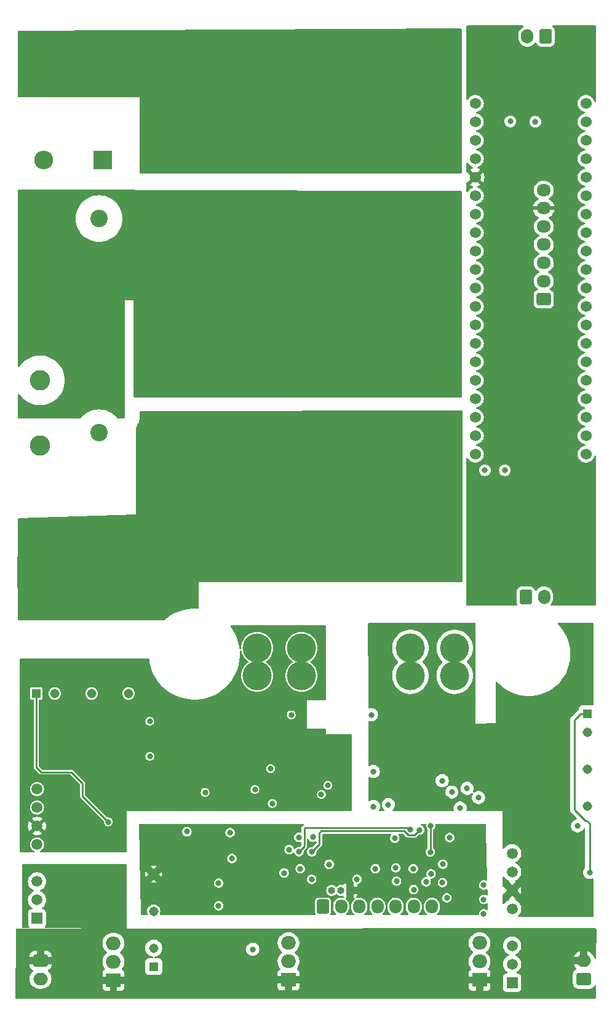
<source format=gbr>
%TF.GenerationSoftware,KiCad,Pcbnew,7.0.9*%
%TF.CreationDate,2024-01-25T19:07:54+05:30*%
%TF.ProjectId,Inverter,496e7665-7274-4657-922e-6b696361645f,rev?*%
%TF.SameCoordinates,Original*%
%TF.FileFunction,Copper,L2,Inr*%
%TF.FilePolarity,Positive*%
%FSLAX46Y46*%
G04 Gerber Fmt 4.6, Leading zero omitted, Abs format (unit mm)*
G04 Created by KiCad (PCBNEW 7.0.9) date 2024-01-25 19:07:54*
%MOMM*%
%LPD*%
G01*
G04 APERTURE LIST*
G04 Aperture macros list*
%AMRoundRect*
0 Rectangle with rounded corners*
0 $1 Rounding radius*
0 $2 $3 $4 $5 $6 $7 $8 $9 X,Y pos of 4 corners*
0 Add a 4 corners polygon primitive as box body*
4,1,4,$2,$3,$4,$5,$6,$7,$8,$9,$2,$3,0*
0 Add four circle primitives for the rounded corners*
1,1,$1+$1,$2,$3*
1,1,$1+$1,$4,$5*
1,1,$1+$1,$6,$7*
1,1,$1+$1,$8,$9*
0 Add four rect primitives between the rounded corners*
20,1,$1+$1,$2,$3,$4,$5,0*
20,1,$1+$1,$4,$5,$6,$7,0*
20,1,$1+$1,$6,$7,$8,$9,0*
20,1,$1+$1,$8,$9,$2,$3,0*%
G04 Aperture macros list end*
%TA.AperFunction,ComponentPad*%
%ADD10R,2.600000X2.600000*%
%TD*%
%TA.AperFunction,ComponentPad*%
%ADD11O,2.600000X2.600000*%
%TD*%
%TA.AperFunction,ComponentPad*%
%ADD12R,2.000000X1.905000*%
%TD*%
%TA.AperFunction,ComponentPad*%
%ADD13O,2.000000X1.905000*%
%TD*%
%TA.AperFunction,ComponentPad*%
%ADD14R,1.508000X1.508000*%
%TD*%
%TA.AperFunction,ComponentPad*%
%ADD15C,1.508000*%
%TD*%
%TA.AperFunction,ComponentPad*%
%ADD16RoundRect,0.250000X-0.600000X-0.725000X0.600000X-0.725000X0.600000X0.725000X-0.600000X0.725000X0*%
%TD*%
%TA.AperFunction,ComponentPad*%
%ADD17O,1.700000X1.950000*%
%TD*%
%TA.AperFunction,ComponentPad*%
%ADD18C,2.400000*%
%TD*%
%TA.AperFunction,ComponentPad*%
%ADD19C,2.800000*%
%TD*%
%TA.AperFunction,ComponentPad*%
%ADD20C,1.308000*%
%TD*%
%TA.AperFunction,ComponentPad*%
%ADD21R,1.308000X1.308000*%
%TD*%
%TA.AperFunction,ComponentPad*%
%ADD22RoundRect,0.250000X0.750000X-0.600000X0.750000X0.600000X-0.750000X0.600000X-0.750000X-0.600000X0*%
%TD*%
%TA.AperFunction,ComponentPad*%
%ADD23O,2.000000X1.700000*%
%TD*%
%TA.AperFunction,ComponentPad*%
%ADD24RoundRect,0.250000X-0.600000X-0.750000X0.600000X-0.750000X0.600000X0.750000X-0.600000X0.750000X0*%
%TD*%
%TA.AperFunction,ComponentPad*%
%ADD25O,1.700000X2.000000*%
%TD*%
%TA.AperFunction,ComponentPad*%
%ADD26RoundRect,0.250000X0.600000X0.750000X-0.600000X0.750000X-0.600000X-0.750000X0.600000X-0.750000X0*%
%TD*%
%TA.AperFunction,ComponentPad*%
%ADD27RoundRect,0.250000X-0.750000X0.600000X-0.750000X-0.600000X0.750000X-0.600000X0.750000X0.600000X0*%
%TD*%
%TA.AperFunction,ComponentPad*%
%ADD28C,1.524000*%
%TD*%
%TA.AperFunction,ComponentPad*%
%ADD29RoundRect,0.250000X0.725000X-0.600000X0.725000X0.600000X-0.725000X0.600000X-0.725000X-0.600000X0*%
%TD*%
%TA.AperFunction,ComponentPad*%
%ADD30O,1.950000X1.700000*%
%TD*%
%TA.AperFunction,ComponentPad*%
%ADD31R,18.000000X14.000000*%
%TD*%
%TA.AperFunction,ComponentPad*%
%ADD32C,4.000000*%
%TD*%
%TA.AperFunction,ComponentPad*%
%ADD33R,1.000000X1.000000*%
%TD*%
%TA.AperFunction,ComponentPad*%
%ADD34O,1.000000X1.000000*%
%TD*%
%TA.AperFunction,ViaPad*%
%ADD35C,0.800000*%
%TD*%
%TA.AperFunction,Conductor*%
%ADD36C,0.250000*%
%TD*%
G04 APERTURE END LIST*
D10*
%TO.N,Net-(D8-K)*%
%TO.C,D8*%
X25400000Y-48260000D03*
D11*
%TO.N,Net-(D7-K)*%
X25400000Y-33020000D03*
%TD*%
D12*
%TO.N,VAux+*%
%TO.C,U3*%
X50977800Y-161061400D03*
D13*
%TO.N,VAux-*%
X50977800Y-158521400D03*
%TO.N,Net-(U3-VO)*%
X50977800Y-155981400D03*
%TD*%
D14*
%TO.N,VAux-*%
%TO.C,PS1*%
X16365000Y-152595500D03*
D15*
%TO.N,Net-(PS1-CTRL)*%
X16365000Y-150055500D03*
X16365000Y-147515500D03*
%TO.N,unconnected-(PS1-NC-Pad5)*%
X16365000Y-142435500D03*
%TO.N,VDrive1*%
X16365000Y-139895500D03*
%TO.N,GND1*%
X16365000Y-137355500D03*
%TO.N,unconnected-(PS1-NC-Pad8)*%
X16365000Y-134815500D03*
%TD*%
D16*
%TO.N,DIG-*%
%TO.C,J2*%
X55706000Y-150977600D03*
D17*
%TO.N,Net-(J2-Pin_2)*%
X58206000Y-150977600D03*
%TO.N,FLT*%
X60706000Y-150977600D03*
%TO.N,RDY*%
X63206000Y-150977600D03*
%TO.N,RST*%
X65706000Y-150977600D03*
%TO.N,INHS*%
X68206000Y-150977600D03*
%TO.N,INLS*%
X70706000Y-150977600D03*
%TD*%
D18*
%TO.N,Net-(D8-K)*%
%TO.C,C25*%
X24892000Y-56314000D03*
%TO.N,-BATT*%
X24892000Y-78814000D03*
%TD*%
D19*
%TO.N,-BATT*%
%TO.C,R5*%
X16764000Y-58580000D03*
%TO.N,Net-(D7-A)*%
X16764000Y-78580000D03*
%TD*%
D20*
%TO.N,GND1*%
%TO.C,IC3*%
X18796000Y-121666000D03*
%TO.N,VDrive1Neg*%
X23876000Y-121666000D03*
D21*
%TO.N,Net-(U5-VO)*%
X16256000Y-121666000D03*
D20*
%TO.N,GND1*%
X28956000Y-121666000D03*
%TD*%
D22*
%TO.N,VAux-*%
%TO.C,J3*%
X91622200Y-160914400D03*
D23*
%TO.N,VAux+*%
X91622200Y-158414400D03*
%TD*%
D12*
%TO.N,VAux+*%
%TO.C,U2*%
X77266800Y-161074500D03*
D13*
%TO.N,VAux-*%
X77266800Y-158534500D03*
%TO.N,Net-(PS2-CTRL)*%
X77266800Y-155994500D03*
%TD*%
D19*
%TO.N,Net-(D8-K)*%
%TO.C,R6*%
X16764000Y-87536000D03*
%TO.N,+BATT*%
X16764000Y-107536000D03*
%TD*%
D20*
%TO.N,VAux-*%
%TO.C,IC2*%
X32411800Y-156688200D03*
%TO.N,DIG-*%
X32411800Y-151608200D03*
D21*
%TO.N,Net-(U4-VO)*%
X32411800Y-159228200D03*
D20*
%TO.N,DIG5V*%
X32411800Y-146528200D03*
%TD*%
D12*
%TO.N,VAux+*%
%TO.C,U1*%
X26873200Y-161112200D03*
D13*
%TO.N,VAux-*%
X26873200Y-158572200D03*
%TO.N,Net-(PS1-CTRL)*%
X26873200Y-156032200D03*
%TD*%
D24*
%TO.N,Net-(J6-Pin_1)*%
%TO.C,J6*%
X83650000Y-108350000D03*
D25*
%TO.N,/GND MCU*%
X86150000Y-108350000D03*
%TD*%
D20*
%TO.N,GND2*%
%TO.C,IC4*%
X92075000Y-127000000D03*
%TO.N,VDrive2Neg*%
X92075000Y-132080000D03*
D21*
%TO.N,Net-(U6-VO)*%
X92075000Y-124460000D03*
D20*
%TO.N,GND2*%
X92075000Y-137160000D03*
%TD*%
D18*
%TO.N,+BATT*%
%TO.C,C24*%
X24892000Y-108278000D03*
%TO.N,Net-(D7-A)*%
X24892000Y-85778000D03*
%TD*%
D14*
%TO.N,VAux-*%
%TO.C,PS2*%
X81744600Y-161434700D03*
D15*
%TO.N,Net-(PS2-CTRL)*%
X81744600Y-158894700D03*
X81744600Y-156354700D03*
%TO.N,unconnected-(PS2-NC-Pad5)*%
X81744600Y-151274700D03*
%TO.N,VDrive2*%
X81744600Y-148734700D03*
%TO.N,GND2*%
X81744600Y-146194700D03*
%TO.N,unconnected-(PS2-NC-Pad8)*%
X81744600Y-143654700D03*
%TD*%
D26*
%TO.N,/GND MCU*%
%TO.C,J7*%
X86350000Y-31250000D03*
D25*
%TO.N,Net-(J7-Pin_2)*%
X83850000Y-31250000D03*
%TD*%
D27*
%TO.N,VAux+*%
%TO.C,J1*%
X16835800Y-158414400D03*
D23*
%TO.N,VAux-*%
X16835800Y-160914400D03*
%TD*%
D28*
%TO.N,/3V3 MCU*%
%TO.C,U9*%
X76680000Y-88730000D03*
X91920000Y-45550000D03*
%TO.N,unconnected-(U9-Pad5V)*%
X76680000Y-83650000D03*
%TO.N,/GND MCU*%
X76680000Y-86190000D03*
X91920000Y-40470000D03*
X91920000Y-43010000D03*
%TO.N,unconnected-(U9-PadNRST)*%
X91920000Y-48090000D03*
%TO.N,unconnected-(U9-PadPA0)*%
X91920000Y-78570000D03*
%TO.N,unconnected-(U9-PadPA1)*%
X91920000Y-76030000D03*
%TO.N,unconnected-(U9-PadPA2)*%
X91920000Y-73490000D03*
%TO.N,unconnected-(U9-PadPA3)*%
X91920000Y-70950000D03*
%TO.N,unconnected-(U9-PadPA4)*%
X91920000Y-68410000D03*
%TO.N,unconnected-(U9-PadPA5)*%
X91920000Y-65870000D03*
%TO.N,unconnected-(U9-PadPA6)*%
X91920000Y-63330000D03*
%TO.N,/OUTLS*%
X91920000Y-60790000D03*
%TO.N,/OUTHS*%
X76680000Y-50630000D03*
%TO.N,Net-(J7-Pin_2)*%
X76680000Y-53170000D03*
%TO.N,Net-(J6-Pin_1)*%
X76680000Y-55710000D03*
%TO.N,unconnected-(U9-PadPA11)*%
X76680000Y-58250000D03*
%TO.N,unconnected-(U9-PadPA12)*%
X76680000Y-60790000D03*
%TO.N,unconnected-(U9-PadPA15)*%
X76680000Y-63330000D03*
%TO.N,unconnected-(U9-PadPB0)*%
X91920000Y-58250000D03*
%TO.N,unconnected-(U9-PadPB1)*%
X91920000Y-55710000D03*
%TO.N,unconnected-(U9-PadPB3)*%
X76680000Y-65870000D03*
%TO.N,unconnected-(U9-PadPB4)*%
X76680000Y-68410000D03*
%TO.N,unconnected-(U9-PadPB5)*%
X76680000Y-70950000D03*
%TO.N,unconnected-(U9-PadPB6)*%
X76680000Y-73490000D03*
%TO.N,unconnected-(U9-PadPB7)*%
X76680000Y-76030000D03*
%TO.N,unconnected-(U9-PadPB8)*%
X76680000Y-78570000D03*
%TO.N,unconnected-(U9-PadPB9)*%
X76680000Y-81110000D03*
%TO.N,Net-(J5-Pin_4)*%
X91920000Y-53170000D03*
%TO.N,Net-(J5-Pin_5)*%
X91920000Y-50630000D03*
%TO.N,Net-(J5-Pin_3)*%
X76680000Y-40470000D03*
%TO.N,unconnected-(U9-PadPB13)*%
X76680000Y-43010000D03*
%TO.N,unconnected-(U9-PadPB14)*%
X76680000Y-45550000D03*
%TO.N,unconnected-(U9-PadPB15)*%
X76680000Y-48090000D03*
%TO.N,unconnected-(U9-PadPC13)*%
X91920000Y-86190000D03*
%TO.N,unconnected-(U9-PadPC14)*%
X91920000Y-83650000D03*
%TO.N,unconnected-(U9-PadPC15)*%
X91920000Y-81110000D03*
%TO.N,unconnected-(U9-PadVBAT)*%
X91920000Y-88730000D03*
%TD*%
D10*
%TO.N,Net-(D7-K)*%
%TO.C,D7*%
X17272000Y-33020000D03*
D11*
%TO.N,Net-(D7-A)*%
X17272000Y-48260000D03*
%TD*%
D29*
%TO.N,/GND MCU*%
%TO.C,J5*%
X86100000Y-67400000D03*
D30*
%TO.N,/3V3 MCU*%
X86100000Y-64900000D03*
%TO.N,Net-(J5-Pin_3)*%
X86100000Y-62400000D03*
%TO.N,Net-(J5-Pin_4)*%
X86100000Y-59900000D03*
%TO.N,Net-(J5-Pin_5)*%
X86100000Y-57400000D03*
%TO.N,/OUTHS*%
X86100000Y-54900000D03*
%TO.N,/OUTLS*%
X86100000Y-52400000D03*
%TD*%
D31*
%TO.N,Net-(D7-K)*%
%TO.C,U7*%
X61010800Y-41249800D03*
%TO.N,-BATT*%
X61010800Y-69249800D03*
%TO.N,+BATT*%
X61010800Y-97249800D03*
D32*
%TO.N,Net-(IC5-CLAMP)*%
X73837800Y-119212800D03*
X73837800Y-115402800D03*
%TO.N,GND2*%
X67741800Y-119212800D03*
X67741800Y-115402800D03*
%TO.N,Net-(IC1-CLAMP)*%
X46659800Y-119212800D03*
X46659800Y-115402800D03*
%TO.N,GND1*%
X52755800Y-119212800D03*
X52755800Y-115402800D03*
%TD*%
D33*
%TO.N,DIG5V*%
%TO.C,J4*%
X59461400Y-148742400D03*
D34*
%TO.N,Net-(J2-Pin_2)*%
X58191400Y-148742400D03*
%TO.N,DIG+*%
X56921400Y-148742400D03*
%TD*%
D35*
%TO.N,VDrive1*%
X58928000Y-131191000D03*
X52920645Y-135580944D03*
X37973000Y-135255000D03*
X26035000Y-130429000D03*
%TO.N,GND1*%
X55494201Y-135560703D03*
%TO.N,VDrive2*%
X84226400Y-146456400D03*
X72694800Y-136144000D03*
X68148200Y-135407400D03*
X89382600Y-140004800D03*
X91998800Y-151714200D03*
X78816200Y-131546600D03*
%TO.N,GND2*%
X62661800Y-137210800D03*
X74599800Y-137414000D03*
X62385200Y-124587000D03*
%TO.N,Net-(U4-VO)*%
X46050600Y-156845000D03*
%TO.N,Net-(U5-VO)*%
X26137000Y-139319000D03*
%TO.N,Net-(U6-VO)*%
X92430600Y-146278600D03*
%TO.N,DIG-*%
X51054000Y-143136900D03*
X73152000Y-141478000D03*
X41351200Y-150863700D03*
%TO.N,DIG+*%
X65582800Y-141579600D03*
X41351200Y-147738700D03*
X36982400Y-140665200D03*
X56565800Y-145161000D03*
X72212200Y-145135600D03*
X52400200Y-141452600D03*
X54330600Y-141427200D03*
%TO.N,VDrive1Neg*%
X46355000Y-134874000D03*
X31877000Y-125476000D03*
X48729500Y-136779000D03*
X39497000Y-135255000D03*
X31877000Y-130302000D03*
%TO.N,VDrive2Neg*%
X90754200Y-139877800D03*
X64706100Y-136956800D03*
X73456800Y-135229600D03*
X77114400Y-135966200D03*
X62636400Y-132384800D03*
%TO.N,Net-(D1-A)*%
X48487500Y-131977500D03*
X56362600Y-134312400D03*
%TO.N,Net-(D4-A)*%
X75539600Y-134696200D03*
X72125898Y-133654800D03*
%TO.N,Net-(D3-A)*%
X51348000Y-124587000D03*
%TO.N,INLS*%
X50368200Y-146354800D03*
X70586600Y-146481800D03*
%TO.N,RDY*%
X52400200Y-143417800D03*
X67741800Y-140411200D03*
X52578000Y-145771100D03*
X62915800Y-145771100D03*
%TO.N,FLT*%
X69037200Y-140436600D03*
X60401200Y-147220100D03*
X54152800Y-147220100D03*
X54168098Y-143443200D03*
%TO.N,RST*%
X72161400Y-147675600D03*
X65836800Y-147472400D03*
X70485000Y-143468600D03*
X70561200Y-139827000D03*
X69900800Y-147574000D03*
%TO.N,INHS*%
X65735200Y-145643600D03*
X68206000Y-148640800D03*
X72771000Y-149783800D03*
X68148200Y-145770600D03*
%TO.N,Net-(D9-A)*%
X77834600Y-151968200D03*
%TO.N,Net-(D10-A)*%
X77834600Y-149987000D03*
%TO.N,Net-(D11-A)*%
X77834600Y-148005800D03*
%TO.N,Net-(D12-K)*%
X42926000Y-140792200D03*
%TO.N,Net-(D13-K)*%
X43180000Y-144348200D03*
%TO.N,/GND MCU*%
X84950000Y-43000000D03*
X81500000Y-42950000D03*
%TO.N,/3V3 MCU*%
X80750000Y-90950000D03*
X78000000Y-90950000D03*
%TD*%
D36*
%TO.N,Net-(U5-VO)*%
X21082000Y-132461000D02*
X22606000Y-133985000D01*
X16256000Y-131826000D02*
X16891000Y-132461000D01*
X16256000Y-121666000D02*
X16256000Y-131826000D01*
X16891000Y-132461000D02*
X21082000Y-132461000D01*
X22606000Y-133985000D02*
X22606000Y-135788000D01*
X22606000Y-135788000D02*
X26137000Y-139319000D01*
%TO.N,Net-(U6-VO)*%
X92430600Y-146278600D02*
X92430600Y-139540600D01*
X91890000Y-139170000D02*
X90360000Y-137640000D01*
X90360000Y-125320000D02*
X91220000Y-124460000D01*
X91220000Y-124460000D02*
X92075000Y-124460000D01*
X92060000Y-139170000D02*
X91890000Y-139170000D01*
X92430600Y-139540600D02*
X92060000Y-139170000D01*
X90360000Y-137640000D02*
X90360000Y-125320000D01*
%TO.N,DIG5V*%
X60731400Y-148742400D02*
X60756800Y-148717000D01*
X59461400Y-148742400D02*
X60731400Y-148742400D01*
%TO.N,RDY*%
X53125200Y-140245000D02*
X53238400Y-140131800D01*
X53238400Y-140131800D02*
X67462400Y-140131800D01*
X53125200Y-142692800D02*
X53125200Y-140245000D01*
X52400200Y-143417800D02*
X53125200Y-142692800D01*
X67462400Y-140131800D02*
X67741800Y-140411200D01*
%TO.N,FLT*%
X57912000Y-140581800D02*
X66887095Y-140581800D01*
X67441495Y-141136200D02*
X68337600Y-141136200D01*
X66887095Y-140581800D02*
X67441495Y-141136200D01*
X55219600Y-140843000D02*
X55480800Y-140581800D01*
X55480800Y-140581800D02*
X57912000Y-140581800D01*
X55219600Y-142391698D02*
X55219600Y-140843000D01*
X68337600Y-141136200D02*
X69037200Y-140436600D01*
X54168098Y-143443200D02*
X55219600Y-142391698D01*
%TO.N,RST*%
X70485000Y-139903200D02*
X70485000Y-143468600D01*
X70561200Y-139827000D02*
X70485000Y-139903200D01*
%TD*%
%TA.AperFunction,Conductor*%
%TO.N,Net-(D7-K)*%
G36*
X74745518Y-30195170D02*
G01*
X74791536Y-30247745D01*
X74803000Y-30299819D01*
X74803000Y-49964942D01*
X74783315Y-50031981D01*
X74730511Y-50077736D01*
X74679142Y-50088942D01*
X30629242Y-50139457D01*
X30562180Y-50119849D01*
X30516365Y-50067098D01*
X30505100Y-50015760D01*
X30480000Y-39624000D01*
X13840000Y-39624000D01*
X13772961Y-39604315D01*
X13727206Y-39551511D01*
X13716000Y-39500000D01*
X13716000Y-30603382D01*
X13735685Y-30536343D01*
X13788489Y-30490588D01*
X13839379Y-30479384D01*
X74678383Y-30175821D01*
X74745518Y-30195170D01*
G37*
%TD.AperFunction*%
%TD*%
%TA.AperFunction,Conductor*%
%TO.N,+BATT*%
G36*
X29591000Y-106375200D02*
G01*
X38608000Y-106375200D01*
X38608000Y-106379959D01*
X38608000Y-109892799D01*
X38588315Y-109959838D01*
X38535511Y-110005593D01*
X38474149Y-110016407D01*
X38259497Y-109999300D01*
X38259495Y-109999300D01*
X37886488Y-109999300D01*
X37513804Y-110014128D01*
X37307842Y-110038817D01*
X37019948Y-110073327D01*
X37019949Y-110073327D01*
X36549830Y-110168054D01*
X36532360Y-110171575D01*
X36054123Y-110308249D01*
X35588246Y-110482492D01*
X35137703Y-110693190D01*
X35137699Y-110693192D01*
X35137691Y-110693196D01*
X34705300Y-110939030D01*
X34293808Y-111218441D01*
X34149384Y-111334287D01*
X33913367Y-111523603D01*
X33848755Y-111550195D01*
X33836285Y-111550875D01*
X13839794Y-111632494D01*
X13772675Y-111613083D01*
X13726705Y-111560466D01*
X13715290Y-111509208D01*
X13665911Y-102892513D01*
X13685211Y-102825362D01*
X13715541Y-102798774D01*
X13745980Y-102768013D01*
X29591000Y-102692200D01*
X29591000Y-106375200D01*
G37*
%TD.AperFunction*%
%TD*%
%TA.AperFunction,Conductor*%
%TO.N,-BATT*%
G36*
X74679362Y-52476260D02*
G01*
X74746377Y-52496020D01*
X74792072Y-52548876D01*
X74803220Y-52600039D01*
X74853578Y-80825439D01*
X74834013Y-80892513D01*
X74781291Y-80938362D01*
X74729439Y-80949660D01*
X29791061Y-80899139D01*
X29724043Y-80879379D01*
X29678348Y-80826524D01*
X29667200Y-80775139D01*
X29667200Y-67564000D01*
X29972000Y-67564000D01*
X29972000Y-52425943D01*
X74679362Y-52476260D01*
G37*
%TD.AperFunction*%
%TD*%
%TA.AperFunction,Conductor*%
%TO.N,+BATT*%
G36*
X74848261Y-82696915D02*
G01*
X74894164Y-82749589D01*
X74905516Y-82801496D01*
X74905352Y-83063150D01*
X74915137Y-83162434D01*
X74915141Y-83162462D01*
X74924677Y-83210216D01*
X74925426Y-83213192D01*
X74924792Y-83213351D01*
X74929391Y-83244293D01*
X74928511Y-84063783D01*
X74925824Y-84086686D01*
X74925975Y-84086708D01*
X74925184Y-84092181D01*
X74925184Y-84092183D01*
X74920832Y-84122317D01*
X74904619Y-84234585D01*
X74903760Y-85606354D01*
X74913544Y-85705638D01*
X74923683Y-85756414D01*
X74923380Y-85756474D01*
X74926666Y-85783146D01*
X74925783Y-86605786D01*
X74923768Y-86624792D01*
X74924195Y-86624854D01*
X74903031Y-86771395D01*
X74902167Y-88149548D01*
X74911952Y-88248837D01*
X74911955Y-88248856D01*
X74921542Y-88296859D01*
X74923943Y-88321276D01*
X74923054Y-89149783D01*
X74921781Y-89167374D01*
X74901442Y-89308203D01*
X74900414Y-90949686D01*
X74900414Y-90949999D01*
X74890849Y-106225991D01*
X74871122Y-106293018D01*
X74818290Y-106338740D01*
X74766952Y-106349913D01*
X38608000Y-106379959D01*
X38608000Y-106375200D01*
X29591000Y-106375200D01*
X29591000Y-102692200D01*
X13745982Y-102768013D01*
X13716692Y-97656871D01*
X13735992Y-97589722D01*
X13788533Y-97543666D01*
X13836814Y-97532224D01*
X29972000Y-97028000D01*
X29972000Y-85080188D01*
X29991685Y-85013149D01*
X29996722Y-85005893D01*
X30115440Y-84847307D01*
X30252575Y-84596168D01*
X30258372Y-84580627D01*
X30352573Y-84328073D01*
X30352573Y-84328072D01*
X30372259Y-84261032D01*
X30372260Y-84261028D01*
X30372260Y-84261026D01*
X30372263Y-84261015D01*
X30433087Y-83981412D01*
X30453500Y-83696000D01*
X30453500Y-82926289D01*
X30473185Y-82859250D01*
X30525989Y-82813495D01*
X30577142Y-82802290D01*
X74781170Y-82677420D01*
X74848261Y-82696915D01*
G37*
%TD.AperFunction*%
%TD*%
%TA.AperFunction,Conductor*%
%TO.N,DIG5V*%
G36*
X53035008Y-139603696D02*
G01*
X53080763Y-139656500D01*
X53090707Y-139725658D01*
X53061682Y-139789214D01*
X53022433Y-139819410D01*
X53017190Y-139821972D01*
X53010782Y-139826548D01*
X53004575Y-139831380D01*
X52967393Y-139871768D01*
X52896308Y-139942852D01*
X52876454Y-139958976D01*
X52867365Y-139964914D01*
X52867364Y-139964915D01*
X52845563Y-139992923D01*
X52840486Y-139998674D01*
X52837684Y-140001477D01*
X52837674Y-140001488D01*
X52824105Y-140020495D01*
X52790392Y-140063808D01*
X52786647Y-140070729D01*
X52783188Y-140077804D01*
X52767529Y-140130403D01*
X52749700Y-140182338D01*
X52748406Y-140190092D01*
X52747431Y-140197911D01*
X52749700Y-140252755D01*
X52749700Y-140710501D01*
X52730015Y-140777540D01*
X52677211Y-140823295D01*
X52608053Y-140833239D01*
X52596025Y-140830898D01*
X52479185Y-140802100D01*
X52321215Y-140802100D01*
X52321214Y-140802100D01*
X52167834Y-140839903D01*
X52027962Y-140913315D01*
X51909716Y-141018071D01*
X51819981Y-141148075D01*
X51819980Y-141148076D01*
X51763962Y-141295781D01*
X51744922Y-141452599D01*
X51744922Y-141452600D01*
X51763962Y-141609418D01*
X51810347Y-141731723D01*
X51819980Y-141757123D01*
X51909717Y-141887130D01*
X52027960Y-141991883D01*
X52027962Y-141991884D01*
X52167834Y-142065296D01*
X52321214Y-142103100D01*
X52321215Y-142103100D01*
X52479185Y-142103100D01*
X52596025Y-142074302D01*
X52665828Y-142077371D01*
X52722890Y-142117691D01*
X52749095Y-142182461D01*
X52749700Y-142194699D01*
X52749700Y-142485899D01*
X52730015Y-142552938D01*
X52713381Y-142573580D01*
X52555980Y-142730981D01*
X52494657Y-142764466D01*
X52468299Y-142767300D01*
X52321214Y-142767300D01*
X52167834Y-142805103D01*
X52027962Y-142878515D01*
X51909714Y-142983272D01*
X51903055Y-142992920D01*
X51848771Y-143036908D01*
X51779322Y-143044565D01*
X51716758Y-143013459D01*
X51685066Y-142966447D01*
X51674693Y-142939095D01*
X51634220Y-142832377D01*
X51544483Y-142702370D01*
X51426240Y-142597617D01*
X51426238Y-142597616D01*
X51426237Y-142597615D01*
X51286365Y-142524203D01*
X51132986Y-142486400D01*
X51132985Y-142486400D01*
X50975015Y-142486400D01*
X50975014Y-142486400D01*
X50821634Y-142524203D01*
X50681762Y-142597615D01*
X50563516Y-142702371D01*
X50473781Y-142832375D01*
X50473780Y-142832376D01*
X50417762Y-142980081D01*
X50398722Y-143136899D01*
X50398722Y-143136900D01*
X50417762Y-143293718D01*
X50455168Y-143392348D01*
X50473780Y-143441423D01*
X50563517Y-143571430D01*
X50681760Y-143676183D01*
X50681762Y-143676184D01*
X50821634Y-143749596D01*
X50975014Y-143787400D01*
X50975015Y-143787400D01*
X51132985Y-143787400D01*
X51286365Y-143749596D01*
X51306363Y-143739100D01*
X51426240Y-143676183D01*
X51544483Y-143571430D01*
X51551140Y-143561784D01*
X51605420Y-143517794D01*
X51674868Y-143510133D01*
X51737434Y-143541234D01*
X51769133Y-143588251D01*
X51813392Y-143704953D01*
X51819981Y-143722325D01*
X51855045Y-143773124D01*
X51909717Y-143852330D01*
X52027960Y-143957083D01*
X52027962Y-143957084D01*
X52167834Y-144030496D01*
X52321214Y-144068300D01*
X52321215Y-144068300D01*
X52479185Y-144068300D01*
X52632565Y-144030496D01*
X52675650Y-144007883D01*
X52772440Y-143957083D01*
X52890683Y-143852330D01*
X52980420Y-143722323D01*
X53036437Y-143574618D01*
X53055478Y-143417800D01*
X53049302Y-143366944D01*
X53060761Y-143298024D01*
X53084714Y-143264321D01*
X53354092Y-142994944D01*
X53373941Y-142978825D01*
X53383036Y-142972884D01*
X53404844Y-142944862D01*
X53409921Y-142939116D01*
X53412720Y-142936318D01*
X53426294Y-142917304D01*
X53456486Y-142878515D01*
X53460007Y-142873992D01*
X53463747Y-142867080D01*
X53467203Y-142860007D01*
X53467210Y-142859999D01*
X53482870Y-142807396D01*
X53500700Y-142755460D01*
X53500700Y-142755455D01*
X53501990Y-142747724D01*
X53502968Y-142739885D01*
X53500700Y-142685044D01*
X53500700Y-141750016D01*
X53520385Y-141682977D01*
X53573189Y-141637222D01*
X53642347Y-141627278D01*
X53705903Y-141656303D01*
X53740641Y-141706043D01*
X53750380Y-141731723D01*
X53840117Y-141861730D01*
X53958360Y-141966483D01*
X53958362Y-141966484D01*
X54098234Y-142039896D01*
X54251614Y-142077700D01*
X54251615Y-142077700D01*
X54409585Y-142077700D01*
X54562965Y-142039896D01*
X54662474Y-141987668D01*
X54730982Y-141973943D01*
X54796035Y-141999435D01*
X54836980Y-142056051D01*
X54844100Y-142097465D01*
X54844100Y-142184797D01*
X54824415Y-142251836D01*
X54807781Y-142272478D01*
X54323878Y-142756381D01*
X54262555Y-142789866D01*
X54236197Y-142792700D01*
X54089112Y-142792700D01*
X53935732Y-142830503D01*
X53795860Y-142903915D01*
X53677614Y-143008671D01*
X53587879Y-143138675D01*
X53587878Y-143138676D01*
X53531860Y-143286381D01*
X53512820Y-143443199D01*
X53512820Y-143443200D01*
X53531860Y-143600018D01*
X53583244Y-143735504D01*
X53587878Y-143747723D01*
X53677615Y-143877730D01*
X53795858Y-143982483D01*
X53795860Y-143982484D01*
X53935732Y-144055896D01*
X54089112Y-144093700D01*
X54089113Y-144093700D01*
X54247083Y-144093700D01*
X54400463Y-144055896D01*
X54448858Y-144030496D01*
X54540338Y-143982483D01*
X54658581Y-143877730D01*
X54748318Y-143747723D01*
X54804335Y-143600018D01*
X54823376Y-143443200D01*
X54817200Y-143392344D01*
X54828659Y-143323424D01*
X54852612Y-143289721D01*
X55448489Y-142693844D01*
X55468346Y-142677720D01*
X55477436Y-142671782D01*
X55499238Y-142643769D01*
X55504333Y-142638001D01*
X55507119Y-142635216D01*
X55507128Y-142635204D01*
X55520686Y-142616214D01*
X55554407Y-142572890D01*
X55558147Y-142565976D01*
X55561606Y-142558901D01*
X55561610Y-142558897D01*
X55568796Y-142534759D01*
X55577272Y-142506291D01*
X55595100Y-142454359D01*
X55596391Y-142446622D01*
X55597368Y-142438784D01*
X55595100Y-142383942D01*
X55595100Y-141081300D01*
X55614785Y-141014261D01*
X55667589Y-140968506D01*
X55719100Y-140957300D01*
X57849340Y-140957300D01*
X64985663Y-140957300D01*
X65052702Y-140976985D01*
X65098457Y-141029789D01*
X65108401Y-141098947D01*
X65087713Y-141151740D01*
X65002581Y-141275075D01*
X65002580Y-141275076D01*
X64946562Y-141422781D01*
X64927522Y-141579599D01*
X64927522Y-141579600D01*
X64946562Y-141736418D01*
X64994087Y-141861728D01*
X65002580Y-141884123D01*
X65092317Y-142014130D01*
X65210560Y-142118883D01*
X65210562Y-142118884D01*
X65350434Y-142192296D01*
X65503814Y-142230100D01*
X65503815Y-142230100D01*
X65661785Y-142230100D01*
X65815165Y-142192296D01*
X65863924Y-142166705D01*
X65955040Y-142118883D01*
X66073283Y-142014130D01*
X66163020Y-141884123D01*
X66219037Y-141736418D01*
X66238078Y-141579600D01*
X66230425Y-141516567D01*
X66219037Y-141422781D01*
X66170872Y-141295782D01*
X66163020Y-141275077D01*
X66077887Y-141151740D01*
X66056004Y-141085385D01*
X66073469Y-141017734D01*
X66124737Y-140970264D01*
X66179937Y-140957300D01*
X66680196Y-140957300D01*
X66747235Y-140976985D01*
X66767876Y-140993618D01*
X66978314Y-141204057D01*
X67139345Y-141365088D01*
X67155470Y-141384944D01*
X67161408Y-141394032D01*
X67161411Y-141394036D01*
X67189420Y-141415836D01*
X67195182Y-141420925D01*
X67197977Y-141423720D01*
X67216990Y-141437294D01*
X67260306Y-141471009D01*
X67260313Y-141471011D01*
X67267215Y-141474747D01*
X67274291Y-141478206D01*
X67274296Y-141478210D01*
X67326898Y-141493870D01*
X67378833Y-141511700D01*
X67386567Y-141512990D01*
X67394405Y-141513967D01*
X67394407Y-141513968D01*
X67394408Y-141513967D01*
X67394409Y-141513968D01*
X67449251Y-141511700D01*
X68285796Y-141511700D01*
X68311241Y-141514339D01*
X68315040Y-141515135D01*
X68321868Y-141516567D01*
X68342825Y-141513954D01*
X68357092Y-141512177D01*
X68364768Y-141511700D01*
X68368712Y-141511700D01*
X68368714Y-141511700D01*
X68368716Y-141511699D01*
X68368722Y-141511699D01*
X68384087Y-141509134D01*
X68391740Y-141507857D01*
X68446226Y-141501066D01*
X68446227Y-141501065D01*
X68446229Y-141501065D01*
X68453741Y-141498828D01*
X68461206Y-141496266D01*
X68461206Y-141496265D01*
X68461210Y-141496265D01*
X68509477Y-141470144D01*
X68558811Y-141446026D01*
X68558814Y-141446023D01*
X68565194Y-141441468D01*
X68571419Y-141436622D01*
X68571426Y-141436619D01*
X68608607Y-141396229D01*
X68881418Y-141123419D01*
X68942741Y-141089934D01*
X68969099Y-141087100D01*
X69116185Y-141087100D01*
X69269565Y-141049296D01*
X69306732Y-141029789D01*
X69409440Y-140975883D01*
X69527683Y-140871130D01*
X69617420Y-140741123D01*
X69673437Y-140593418D01*
X69692478Y-140436600D01*
X69673437Y-140279782D01*
X69668644Y-140267145D01*
X69636481Y-140182338D01*
X69617420Y-140132077D01*
X69527683Y-140002070D01*
X69409440Y-139897317D01*
X69409438Y-139897316D01*
X69409437Y-139897315D01*
X69262924Y-139820418D01*
X69263521Y-139819279D01*
X69213990Y-139781772D01*
X69189935Y-139716174D01*
X69205164Y-139647984D01*
X69254841Y-139598852D01*
X69313666Y-139584011D01*
X69795459Y-139584011D01*
X69862498Y-139603696D01*
X69908253Y-139656500D01*
X69918555Y-139722957D01*
X69905922Y-139826999D01*
X69905922Y-139827000D01*
X69924962Y-139983818D01*
X69978853Y-140125915D01*
X69980980Y-140131523D01*
X70005221Y-140166642D01*
X70070718Y-140261532D01*
X70075691Y-140267145D01*
X70073901Y-140268730D01*
X70104849Y-140318053D01*
X70109500Y-140351696D01*
X70109500Y-142876396D01*
X70089815Y-142943435D01*
X70067727Y-142969211D01*
X69994518Y-143034068D01*
X69904781Y-143164075D01*
X69904780Y-143164076D01*
X69848762Y-143311781D01*
X69829722Y-143468599D01*
X69829722Y-143468600D01*
X69848762Y-143625418D01*
X69900271Y-143761235D01*
X69904780Y-143773123D01*
X69994517Y-143903130D01*
X70112760Y-144007883D01*
X70112762Y-144007884D01*
X70252634Y-144081296D01*
X70406014Y-144119100D01*
X70406015Y-144119100D01*
X70563985Y-144119100D01*
X70717365Y-144081296D01*
X70789041Y-144043677D01*
X70857240Y-144007883D01*
X70975483Y-143903130D01*
X71065220Y-143773123D01*
X71121237Y-143625418D01*
X71140278Y-143468600D01*
X71136822Y-143440132D01*
X71121237Y-143311781D01*
X71078335Y-143198659D01*
X71065220Y-143164077D01*
X70975483Y-143034070D01*
X70975481Y-143034068D01*
X70902273Y-142969211D01*
X70865146Y-142910022D01*
X70860500Y-142876396D01*
X70860500Y-141478000D01*
X72496722Y-141478000D01*
X72515762Y-141634818D01*
X72559452Y-141750016D01*
X72571780Y-141782523D01*
X72661517Y-141912530D01*
X72779760Y-142017283D01*
X72779762Y-142017284D01*
X72919634Y-142090696D01*
X73073014Y-142128500D01*
X73073015Y-142128500D01*
X73230985Y-142128500D01*
X73384365Y-142090696D01*
X73432760Y-142065296D01*
X73524240Y-142017283D01*
X73642483Y-141912530D01*
X73732220Y-141782523D01*
X73788237Y-141634818D01*
X73807278Y-141478000D01*
X73802336Y-141437294D01*
X73788237Y-141321181D01*
X73743817Y-141204057D01*
X73732220Y-141173477D01*
X73642483Y-141043470D01*
X73524240Y-140938717D01*
X73524238Y-140938716D01*
X73524237Y-140938715D01*
X73384365Y-140865303D01*
X73230986Y-140827500D01*
X73230985Y-140827500D01*
X73073015Y-140827500D01*
X73073014Y-140827500D01*
X72919634Y-140865303D01*
X72779762Y-140938715D01*
X72661516Y-141043471D01*
X72571781Y-141173475D01*
X72571780Y-141173476D01*
X72515762Y-141321181D01*
X72496722Y-141477999D01*
X72496722Y-141478000D01*
X70860500Y-141478000D01*
X70860500Y-140479525D01*
X70880185Y-140412486D01*
X70926878Y-140369727D01*
X70933440Y-140366283D01*
X71051683Y-140261530D01*
X71141420Y-140131523D01*
X71197437Y-139983818D01*
X71216478Y-139827000D01*
X71215867Y-139821972D01*
X71203845Y-139722957D01*
X71215305Y-139654034D01*
X71262209Y-139602248D01*
X71326941Y-139584011D01*
X78034179Y-139584011D01*
X78101218Y-139603696D01*
X78146973Y-139656500D01*
X78158147Y-139705249D01*
X78177621Y-140579789D01*
X78327752Y-147322111D01*
X78309565Y-147389572D01*
X78257793Y-147436491D01*
X78188873Y-147447971D01*
X78146157Y-147434667D01*
X78066965Y-147393103D01*
X77913586Y-147355300D01*
X77913585Y-147355300D01*
X77755615Y-147355300D01*
X77755614Y-147355300D01*
X77602234Y-147393103D01*
X77462362Y-147466515D01*
X77344116Y-147571271D01*
X77254381Y-147701275D01*
X77254380Y-147701276D01*
X77198362Y-147848981D01*
X77179322Y-148005799D01*
X77179322Y-148005800D01*
X77198362Y-148162618D01*
X77239660Y-148271509D01*
X77254380Y-148310323D01*
X77344117Y-148440330D01*
X77462360Y-148545083D01*
X77462362Y-148545084D01*
X77602234Y-148618496D01*
X77755614Y-148656300D01*
X77755615Y-148656300D01*
X77913585Y-148656300D01*
X78066965Y-148618496D01*
X78176132Y-148561199D01*
X78244640Y-148547474D01*
X78309693Y-148572966D01*
X78350638Y-148629582D01*
X78357727Y-148668236D01*
X78372390Y-149326739D01*
X78354203Y-149394200D01*
X78302431Y-149441119D01*
X78233511Y-149452599D01*
X78190795Y-149439295D01*
X78066965Y-149374303D01*
X77913586Y-149336500D01*
X77913585Y-149336500D01*
X77755615Y-149336500D01*
X77755614Y-149336500D01*
X77602234Y-149374303D01*
X77462362Y-149447715D01*
X77344116Y-149552471D01*
X77254381Y-149682475D01*
X77254380Y-149682476D01*
X77198362Y-149830181D01*
X77179322Y-149986999D01*
X77179322Y-149987000D01*
X77198362Y-150143818D01*
X77254380Y-150291523D01*
X77344117Y-150421530D01*
X77462360Y-150526283D01*
X77462362Y-150526284D01*
X77602234Y-150599696D01*
X77755614Y-150637500D01*
X77755615Y-150637500D01*
X77913585Y-150637500D01*
X78066965Y-150599696D01*
X78132769Y-150565159D01*
X78206840Y-150526283D01*
X78206845Y-150526278D01*
X78206890Y-150526248D01*
X78206937Y-150526232D01*
X78213481Y-150522798D01*
X78214051Y-150523885D01*
X78273242Y-150504358D01*
X78340896Y-150521816D01*
X78388371Y-150573078D01*
X78401310Y-150625529D01*
X78417153Y-151336987D01*
X78398966Y-151404448D01*
X78347194Y-151451368D01*
X78278274Y-151462848D01*
X78214088Y-151435246D01*
X78210962Y-151432568D01*
X78206840Y-151428916D01*
X78206838Y-151428915D01*
X78066965Y-151355503D01*
X77913586Y-151317700D01*
X77913585Y-151317700D01*
X77755615Y-151317700D01*
X77755614Y-151317700D01*
X77602234Y-151355503D01*
X77462362Y-151428915D01*
X77344116Y-151533671D01*
X77254381Y-151663675D01*
X77254380Y-151663676D01*
X77198362Y-151811381D01*
X77179322Y-151968199D01*
X77179322Y-151968200D01*
X77182381Y-151993395D01*
X77170920Y-152062319D01*
X77124016Y-152114104D01*
X77059351Y-152132341D01*
X71531563Y-152135278D01*
X71464513Y-152115629D01*
X71418730Y-152062849D01*
X71408750Y-151993696D01*
X71437741Y-151930125D01*
X71441754Y-151925708D01*
X71443621Y-151923750D01*
X71574986Y-151785978D01*
X71688613Y-151609172D01*
X71766725Y-151414057D01*
X71806500Y-151207685D01*
X71806500Y-150800175D01*
X71791528Y-150643382D01*
X71732316Y-150441725D01*
X71636011Y-150254918D01*
X71636009Y-150254916D01*
X71636008Y-150254913D01*
X71506094Y-150089716D01*
X71506090Y-150089712D01*
X71347253Y-149952078D01*
X71165249Y-149846998D01*
X71165245Y-149846996D01*
X71165244Y-149846996D01*
X70982651Y-149783800D01*
X72115722Y-149783800D01*
X72134762Y-149940618D01*
X72163772Y-150017109D01*
X72190780Y-150088323D01*
X72280517Y-150218330D01*
X72398760Y-150323083D01*
X72398762Y-150323084D01*
X72538634Y-150396496D01*
X72692014Y-150434300D01*
X72692015Y-150434300D01*
X72849985Y-150434300D01*
X73003365Y-150396496D01*
X73143240Y-150323083D01*
X73261483Y-150218330D01*
X73351220Y-150088323D01*
X73407237Y-149940618D01*
X73426278Y-149783800D01*
X73425883Y-149780542D01*
X73407237Y-149626981D01*
X73378978Y-149552470D01*
X73351220Y-149479277D01*
X73261483Y-149349270D01*
X73143240Y-149244517D01*
X73143238Y-149244516D01*
X73143237Y-149244515D01*
X73003365Y-149171103D01*
X72849986Y-149133300D01*
X72849985Y-149133300D01*
X72692015Y-149133300D01*
X72692014Y-149133300D01*
X72538634Y-149171103D01*
X72398762Y-149244515D01*
X72280516Y-149349271D01*
X72190781Y-149479275D01*
X72190780Y-149479276D01*
X72134762Y-149626981D01*
X72115722Y-149783799D01*
X72115722Y-149783800D01*
X70982651Y-149783800D01*
X70966633Y-149778256D01*
X70758602Y-149748346D01*
X70758598Y-149748346D01*
X70548672Y-149758345D01*
X70344421Y-149807896D01*
X70344417Y-149807898D01*
X70153256Y-149895198D01*
X70153251Y-149895201D01*
X69982046Y-150017115D01*
X69982040Y-150017120D01*
X69837014Y-150169220D01*
X69723388Y-150346025D01*
X69645274Y-150541144D01*
X69605500Y-150747514D01*
X69605500Y-150747515D01*
X69605500Y-151155025D01*
X69620472Y-151311817D01*
X69620473Y-151311821D01*
X69669415Y-151478504D01*
X69679684Y-151513475D01*
X69717971Y-151587741D01*
X69775991Y-151700286D01*
X69905905Y-151865483D01*
X69905914Y-151865493D01*
X69967019Y-151918441D01*
X70004793Y-151977219D01*
X70004793Y-152047089D01*
X69967018Y-152105867D01*
X69903462Y-152134891D01*
X69885882Y-152136153D01*
X69030295Y-152136607D01*
X68963245Y-152116958D01*
X68917462Y-152064178D01*
X68907482Y-151995025D01*
X68936473Y-151931454D01*
X68940462Y-151927062D01*
X69074986Y-151785978D01*
X69188613Y-151609172D01*
X69266725Y-151414057D01*
X69306500Y-151207685D01*
X69306500Y-150800175D01*
X69291528Y-150643382D01*
X69232316Y-150441725D01*
X69136011Y-150254918D01*
X69136009Y-150254916D01*
X69136008Y-150254913D01*
X69006094Y-150089716D01*
X69006090Y-150089712D01*
X68847253Y-149952078D01*
X68665249Y-149846998D01*
X68665245Y-149846996D01*
X68665244Y-149846996D01*
X68466633Y-149778256D01*
X68258602Y-149748346D01*
X68258598Y-149748346D01*
X68048672Y-149758345D01*
X67844421Y-149807896D01*
X67844417Y-149807898D01*
X67653256Y-149895198D01*
X67653251Y-149895201D01*
X67482046Y-150017115D01*
X67482040Y-150017120D01*
X67337014Y-150169220D01*
X67223388Y-150346025D01*
X67145274Y-150541144D01*
X67105500Y-150747514D01*
X67105500Y-150747515D01*
X67105500Y-151155025D01*
X67120472Y-151311817D01*
X67120473Y-151311821D01*
X67169415Y-151478504D01*
X67179684Y-151513475D01*
X67217971Y-151587741D01*
X67275991Y-151700286D01*
X67405905Y-151865483D01*
X67405909Y-151865487D01*
X67468551Y-151919767D01*
X67506325Y-151978546D01*
X67506325Y-152048415D01*
X67468550Y-152107193D01*
X67404995Y-152136218D01*
X67387414Y-152137480D01*
X66529028Y-152137936D01*
X66461978Y-152118287D01*
X66416195Y-152065507D01*
X66406215Y-151996354D01*
X66435206Y-151932783D01*
X66439199Y-151928387D01*
X66574986Y-151785978D01*
X66688613Y-151609172D01*
X66766725Y-151414057D01*
X66806500Y-151207685D01*
X66806500Y-150800175D01*
X66791528Y-150643382D01*
X66732316Y-150441725D01*
X66636011Y-150254918D01*
X66636009Y-150254916D01*
X66636008Y-150254913D01*
X66506094Y-150089716D01*
X66506090Y-150089712D01*
X66347253Y-149952078D01*
X66165249Y-149846998D01*
X66165245Y-149846996D01*
X66165244Y-149846996D01*
X65966633Y-149778256D01*
X65758602Y-149748346D01*
X65758598Y-149748346D01*
X65548672Y-149758345D01*
X65344421Y-149807896D01*
X65344417Y-149807898D01*
X65153256Y-149895198D01*
X65153251Y-149895201D01*
X64982046Y-150017115D01*
X64982040Y-150017120D01*
X64837014Y-150169220D01*
X64723388Y-150346025D01*
X64645274Y-150541144D01*
X64605500Y-150747514D01*
X64605500Y-150747515D01*
X64605500Y-151155025D01*
X64620472Y-151311817D01*
X64620473Y-151311821D01*
X64669415Y-151478504D01*
X64679684Y-151513475D01*
X64717971Y-151587741D01*
X64775991Y-151700286D01*
X64905905Y-151865483D01*
X64905908Y-151865486D01*
X64968551Y-151919767D01*
X64970083Y-151921094D01*
X65007857Y-151979872D01*
X65007857Y-152049742D01*
X64970083Y-152108520D01*
X64906527Y-152137545D01*
X64888946Y-152138807D01*
X64027761Y-152139265D01*
X63960711Y-152119616D01*
X63914928Y-152066836D01*
X63904948Y-151997683D01*
X63933939Y-151934112D01*
X63937936Y-151929712D01*
X64074986Y-151785978D01*
X64188613Y-151609172D01*
X64266725Y-151414057D01*
X64306500Y-151207685D01*
X64306500Y-150800175D01*
X64291528Y-150643382D01*
X64232316Y-150441725D01*
X64136011Y-150254918D01*
X64136009Y-150254916D01*
X64136008Y-150254913D01*
X64006094Y-150089716D01*
X64006090Y-150089712D01*
X63847253Y-149952078D01*
X63665249Y-149846998D01*
X63665245Y-149846996D01*
X63665244Y-149846996D01*
X63466633Y-149778256D01*
X63258602Y-149748346D01*
X63258598Y-149748346D01*
X63048672Y-149758345D01*
X62844421Y-149807896D01*
X62844417Y-149807898D01*
X62653256Y-149895198D01*
X62653251Y-149895201D01*
X62482046Y-150017115D01*
X62482040Y-150017120D01*
X62337014Y-150169220D01*
X62223388Y-150346025D01*
X62145274Y-150541144D01*
X62105500Y-150747514D01*
X62105500Y-150747515D01*
X62105500Y-151155025D01*
X62120472Y-151311817D01*
X62120473Y-151311821D01*
X62169415Y-151478504D01*
X62179684Y-151513475D01*
X62217971Y-151587741D01*
X62275991Y-151700286D01*
X62405905Y-151865483D01*
X62405913Y-151865491D01*
X62471615Y-151922422D01*
X62509390Y-151981200D01*
X62509390Y-152051069D01*
X62471616Y-152109848D01*
X62408060Y-152138873D01*
X62390479Y-152140135D01*
X61526493Y-152140594D01*
X61459443Y-152120945D01*
X61413660Y-152068165D01*
X61403680Y-151999012D01*
X61432671Y-151935441D01*
X61436652Y-151931058D01*
X61574986Y-151785978D01*
X61688613Y-151609172D01*
X61766725Y-151414057D01*
X61806500Y-151207685D01*
X61806500Y-150800175D01*
X61791528Y-150643382D01*
X61732316Y-150441725D01*
X61636011Y-150254918D01*
X61636009Y-150254916D01*
X61636008Y-150254913D01*
X61506094Y-150089716D01*
X61506090Y-150089712D01*
X61347253Y-149952078D01*
X61165249Y-149846998D01*
X61165245Y-149846996D01*
X61165244Y-149846996D01*
X60966633Y-149778256D01*
X60758602Y-149748346D01*
X60758598Y-149748346D01*
X60548671Y-149758345D01*
X60457530Y-149780456D01*
X60387740Y-149777131D01*
X60330826Y-149736602D01*
X60304858Y-149671737D01*
X60318082Y-149603130D01*
X60329031Y-149585639D01*
X60404752Y-149484489D01*
X60404754Y-149484486D01*
X60454996Y-149349779D01*
X60454998Y-149349772D01*
X60461399Y-149290244D01*
X60461400Y-149290227D01*
X60461400Y-149242400D01*
X59961400Y-149242400D01*
X59961400Y-149742400D01*
X59979924Y-149742400D01*
X60046963Y-149762085D01*
X60092718Y-149814889D01*
X60102662Y-149884047D01*
X60073637Y-149947603D01*
X60051851Y-149967407D01*
X59982052Y-150017109D01*
X59982040Y-150017120D01*
X59837014Y-150169220D01*
X59723388Y-150346025D01*
X59645274Y-150541144D01*
X59605500Y-150747514D01*
X59605500Y-150747515D01*
X59605500Y-151155025D01*
X59620472Y-151311817D01*
X59620473Y-151311821D01*
X59669415Y-151478504D01*
X59679684Y-151513475D01*
X59717971Y-151587741D01*
X59775991Y-151700286D01*
X59905905Y-151865483D01*
X59905906Y-151865484D01*
X59905908Y-151865486D01*
X59967021Y-151918441D01*
X59973148Y-151923750D01*
X60010922Y-151982528D01*
X60010922Y-152052398D01*
X59973148Y-152111176D01*
X59909592Y-152140201D01*
X59892011Y-152141463D01*
X59025226Y-152141923D01*
X58958176Y-152122274D01*
X58912393Y-152069494D01*
X58902413Y-152000341D01*
X58931404Y-151936770D01*
X58935389Y-151932383D01*
X59074986Y-151785978D01*
X59188613Y-151609172D01*
X59266725Y-151414057D01*
X59306500Y-151207685D01*
X59306500Y-150800175D01*
X59291528Y-150643382D01*
X59232316Y-150441725D01*
X59136011Y-150254918D01*
X59136009Y-150254916D01*
X59136008Y-150254913D01*
X59006094Y-150089716D01*
X59006092Y-150089715D01*
X59006092Y-150089714D01*
X58856524Y-149960112D01*
X58818751Y-149901335D01*
X58818751Y-149831465D01*
X58856525Y-149772687D01*
X58920081Y-149743662D01*
X58937728Y-149742400D01*
X58961400Y-149742400D01*
X58961400Y-148771702D01*
X59107772Y-148771702D01*
X59136447Y-148884938D01*
X59200336Y-148982727D01*
X59292515Y-149054472D01*
X59402995Y-149092400D01*
X59490405Y-149092400D01*
X59576616Y-149078014D01*
X59679347Y-149022419D01*
X59758460Y-148936479D01*
X59805382Y-148829508D01*
X59815028Y-148713098D01*
X59796720Y-148640800D01*
X67550722Y-148640800D01*
X67569762Y-148797618D01*
X67612558Y-148910459D01*
X67625780Y-148945323D01*
X67715517Y-149075330D01*
X67833760Y-149180083D01*
X67833762Y-149180084D01*
X67973634Y-149253496D01*
X68127014Y-149291300D01*
X68127015Y-149291300D01*
X68284985Y-149291300D01*
X68438365Y-149253496D01*
X68514970Y-149213290D01*
X68578240Y-149180083D01*
X68696483Y-149075330D01*
X68786220Y-148945323D01*
X68842237Y-148797618D01*
X68861278Y-148640800D01*
X68853209Y-148574341D01*
X68842237Y-148483981D01*
X68812960Y-148406786D01*
X68786220Y-148336277D01*
X68696483Y-148206270D01*
X68578240Y-148101517D01*
X68578238Y-148101516D01*
X68578237Y-148101515D01*
X68438365Y-148028103D01*
X68284986Y-147990300D01*
X68284985Y-147990300D01*
X68127015Y-147990300D01*
X68127014Y-147990300D01*
X67973634Y-148028103D01*
X67833762Y-148101515D01*
X67780469Y-148148728D01*
X67728722Y-148194572D01*
X67715516Y-148206271D01*
X67625781Y-148336275D01*
X67625780Y-148336276D01*
X67569762Y-148483981D01*
X67550722Y-148640799D01*
X67550722Y-148640800D01*
X59796720Y-148640800D01*
X59786353Y-148599862D01*
X59722464Y-148502073D01*
X59630285Y-148430328D01*
X59519805Y-148392400D01*
X59432395Y-148392400D01*
X59346184Y-148406786D01*
X59243453Y-148462381D01*
X59164340Y-148548321D01*
X59117418Y-148655292D01*
X59107772Y-148771702D01*
X58961400Y-148771702D01*
X58961400Y-147742400D01*
X58913555Y-147742400D01*
X58854027Y-147748801D01*
X58854020Y-147748803D01*
X58719313Y-147799045D01*
X58719306Y-147799049D01*
X58604212Y-147885209D01*
X58536156Y-147976120D01*
X58480222Y-148017990D01*
X58410530Y-148022974D01*
X58395937Y-148018850D01*
X58359459Y-148006086D01*
X58191403Y-147987151D01*
X58191397Y-147987151D01*
X58023343Y-148006085D01*
X57863705Y-148061945D01*
X57863702Y-148061947D01*
X57720515Y-148151918D01*
X57720509Y-148151923D01*
X57644081Y-148228352D01*
X57582758Y-148261837D01*
X57513066Y-148256853D01*
X57468719Y-148228352D01*
X57392290Y-148151923D01*
X57392284Y-148151918D01*
X57249097Y-148061947D01*
X57249094Y-148061945D01*
X57089456Y-148006085D01*
X56921403Y-147987151D01*
X56921397Y-147987151D01*
X56753343Y-148006085D01*
X56593705Y-148061945D01*
X56593702Y-148061947D01*
X56450515Y-148151918D01*
X56450509Y-148151923D01*
X56330923Y-148271509D01*
X56330918Y-148271515D01*
X56240947Y-148414702D01*
X56240945Y-148414705D01*
X56185085Y-148574343D01*
X56166151Y-148742397D01*
X56166151Y-148742402D01*
X56185085Y-148910456D01*
X56240945Y-149070094D01*
X56240947Y-149070097D01*
X56330918Y-149213284D01*
X56330923Y-149213290D01*
X56450509Y-149332876D01*
X56450515Y-149332881D01*
X56593702Y-149422852D01*
X56593705Y-149422854D01*
X56593709Y-149422855D01*
X56593710Y-149422856D01*
X56640690Y-149439295D01*
X56753343Y-149478714D01*
X56921397Y-149497649D01*
X56921400Y-149497649D01*
X56921403Y-149497649D01*
X57089456Y-149478714D01*
X57089459Y-149478713D01*
X57249090Y-149422856D01*
X57249092Y-149422854D01*
X57249094Y-149422854D01*
X57249097Y-149422852D01*
X57392284Y-149332881D01*
X57392285Y-149332880D01*
X57392290Y-149332877D01*
X57468719Y-149256448D01*
X57530042Y-149222963D01*
X57599734Y-149227947D01*
X57644081Y-149256448D01*
X57720509Y-149332876D01*
X57720515Y-149332881D01*
X57863702Y-149422852D01*
X57863705Y-149422854D01*
X57863709Y-149422855D01*
X57863710Y-149422856D01*
X57910690Y-149439295D01*
X58023343Y-149478714D01*
X58191397Y-149497649D01*
X58191400Y-149497649D01*
X58191403Y-149497649D01*
X58359452Y-149478714D01*
X58359452Y-149478713D01*
X58359459Y-149478713D01*
X58395937Y-149465948D01*
X58465711Y-149462386D01*
X58526339Y-149497114D01*
X58536155Y-149508679D01*
X58591453Y-149582547D01*
X58615871Y-149648011D01*
X58601020Y-149716284D01*
X58551615Y-149765690D01*
X58483342Y-149780542D01*
X58472514Y-149778855D01*
X58472480Y-149779097D01*
X58466634Y-149778256D01*
X58466633Y-149778256D01*
X58258602Y-149748346D01*
X58258598Y-149748346D01*
X58048672Y-149758345D01*
X57844421Y-149807896D01*
X57844417Y-149807898D01*
X57653256Y-149895198D01*
X57653251Y-149895201D01*
X57482046Y-150017115D01*
X57482040Y-150017120D01*
X57337014Y-150169220D01*
X57223388Y-150346025D01*
X57145274Y-150541144D01*
X57105500Y-150747514D01*
X57105500Y-150747515D01*
X57105500Y-151155025D01*
X57120472Y-151311817D01*
X57120473Y-151311821D01*
X57169415Y-151478504D01*
X57179684Y-151513475D01*
X57217971Y-151587741D01*
X57275991Y-151700286D01*
X57405905Y-151865483D01*
X57405913Y-151865491D01*
X57474679Y-151925077D01*
X57512454Y-151983855D01*
X57512454Y-152053725D01*
X57474680Y-152112503D01*
X57411124Y-152141528D01*
X57393543Y-152142790D01*
X56849250Y-152143080D01*
X56782200Y-152123431D01*
X56736417Y-152070652D01*
X56726437Y-152001498D01*
X56746429Y-151953196D01*
X56745546Y-151952714D01*
X56749795Y-151944932D01*
X56749796Y-151944931D01*
X56800091Y-151810083D01*
X56806500Y-151750473D01*
X56806499Y-150204728D01*
X56800091Y-150145117D01*
X56779426Y-150089712D01*
X56749797Y-150010271D01*
X56749793Y-150010264D01*
X56663547Y-149895055D01*
X56663544Y-149895052D01*
X56548335Y-149808806D01*
X56548328Y-149808802D01*
X56413482Y-149758508D01*
X56413483Y-149758508D01*
X56353883Y-149752101D01*
X56353881Y-149752100D01*
X56353873Y-149752100D01*
X56353864Y-149752100D01*
X55058129Y-149752100D01*
X55058123Y-149752101D01*
X54998516Y-149758508D01*
X54863671Y-149808802D01*
X54863664Y-149808806D01*
X54748455Y-149895052D01*
X54748452Y-149895055D01*
X54662206Y-150010264D01*
X54662202Y-150010271D01*
X54611908Y-150145117D01*
X54605501Y-150204716D01*
X54605501Y-150204723D01*
X54605500Y-150204735D01*
X54605500Y-151750470D01*
X54605501Y-151750476D01*
X54611908Y-151810083D01*
X54662202Y-151944928D01*
X54662205Y-151944932D01*
X54662989Y-151945980D01*
X54663446Y-151947206D01*
X54666454Y-151952714D01*
X54665662Y-151953146D01*
X54687409Y-152011443D01*
X54672559Y-152079717D01*
X54623156Y-152129124D01*
X54563791Y-152144294D01*
X33354658Y-152155563D01*
X33287608Y-152135914D01*
X33241825Y-152083134D01*
X33231845Y-152013981D01*
X33241321Y-151981108D01*
X33242647Y-151978130D01*
X33242653Y-151978120D01*
X33301408Y-151797292D01*
X33321282Y-151608200D01*
X33301408Y-151419108D01*
X33242653Y-151238280D01*
X33147586Y-151073620D01*
X33020362Y-150932323D01*
X32925911Y-150863700D01*
X40695922Y-150863700D01*
X40714962Y-151020518D01*
X40753090Y-151121052D01*
X40770980Y-151168223D01*
X40860717Y-151298230D01*
X40978960Y-151402983D01*
X40978962Y-151402984D01*
X41118834Y-151476396D01*
X41272214Y-151514200D01*
X41272215Y-151514200D01*
X41430185Y-151514200D01*
X41583565Y-151476396D01*
X41631251Y-151451368D01*
X41723440Y-151402983D01*
X41841683Y-151298230D01*
X41931420Y-151168223D01*
X41987437Y-151020518D01*
X42006478Y-150863700D01*
X41998720Y-150799802D01*
X41987437Y-150706881D01*
X41950988Y-150610775D01*
X41931420Y-150559177D01*
X41841683Y-150429170D01*
X41723440Y-150324417D01*
X41723438Y-150324416D01*
X41723437Y-150324415D01*
X41583565Y-150251003D01*
X41430186Y-150213200D01*
X41430185Y-150213200D01*
X41272215Y-150213200D01*
X41272214Y-150213200D01*
X41118834Y-150251003D01*
X40978962Y-150324415D01*
X40860716Y-150429171D01*
X40770981Y-150559175D01*
X40770980Y-150559176D01*
X40714962Y-150706881D01*
X40695922Y-150863699D01*
X40695922Y-150863700D01*
X32925911Y-150863700D01*
X32866541Y-150820565D01*
X32692845Y-150743231D01*
X32692843Y-150743230D01*
X32506867Y-150703700D01*
X32316733Y-150703700D01*
X32130757Y-150743230D01*
X32130755Y-150743231D01*
X31992044Y-150804989D01*
X31957057Y-150820566D01*
X31803236Y-150932324D01*
X31676013Y-151073621D01*
X31580947Y-151238279D01*
X31580944Y-151238286D01*
X31525891Y-151407723D01*
X31522192Y-151419108D01*
X31502318Y-151608200D01*
X31522192Y-151797292D01*
X31522193Y-151797295D01*
X31580946Y-151978118D01*
X31582729Y-151982122D01*
X31592018Y-152051372D01*
X31562394Y-152114650D01*
X31503261Y-152151867D01*
X31469519Y-152156565D01*
X30753874Y-152156946D01*
X30686824Y-152137297D01*
X30641041Y-152084518D01*
X30629829Y-152035207D01*
X30551584Y-147738700D01*
X40695922Y-147738700D01*
X40714962Y-147895518D01*
X40765246Y-148028103D01*
X40770980Y-148043223D01*
X40860717Y-148173230D01*
X40978960Y-148277983D01*
X40978962Y-148277984D01*
X41118834Y-148351396D01*
X41272214Y-148389200D01*
X41272215Y-148389200D01*
X41430185Y-148389200D01*
X41583565Y-148351396D01*
X41612375Y-148336275D01*
X41723440Y-148277983D01*
X41841683Y-148173230D01*
X41931420Y-148043223D01*
X41987437Y-147895518D01*
X42006478Y-147738700D01*
X42004416Y-147721713D01*
X41987437Y-147581881D01*
X41945916Y-147472400D01*
X41931420Y-147434177D01*
X41841683Y-147304170D01*
X41746787Y-147220100D01*
X53497522Y-147220100D01*
X53516562Y-147376918D01*
X53550543Y-147466517D01*
X53572580Y-147524623D01*
X53662317Y-147654630D01*
X53780560Y-147759383D01*
X53780562Y-147759384D01*
X53920434Y-147832796D01*
X54073814Y-147870600D01*
X54073815Y-147870600D01*
X54231785Y-147870600D01*
X54385165Y-147832796D01*
X54385885Y-147832418D01*
X54525040Y-147759383D01*
X54643283Y-147654630D01*
X54733020Y-147524623D01*
X54789037Y-147376918D01*
X54808078Y-147220100D01*
X59745922Y-147220100D01*
X59764962Y-147376918D01*
X59798943Y-147466517D01*
X59820980Y-147524623D01*
X59910717Y-147654630D01*
X59919627Y-147662524D01*
X59956754Y-147721713D01*
X59961400Y-147755339D01*
X59961400Y-148242400D01*
X60461400Y-148242400D01*
X60461400Y-148194572D01*
X60461399Y-148194555D01*
X60454998Y-148135027D01*
X60454996Y-148135020D01*
X60415441Y-148028965D01*
X60410457Y-147959273D01*
X60443942Y-147897950D01*
X60501946Y-147865236D01*
X60633565Y-147832796D01*
X60773440Y-147759383D01*
X60891683Y-147654630D01*
X60981420Y-147524623D01*
X61001226Y-147472400D01*
X65181522Y-147472400D01*
X65200562Y-147629218D01*
X65248394Y-147755339D01*
X65256580Y-147776923D01*
X65346317Y-147906930D01*
X65464560Y-148011683D01*
X65464562Y-148011684D01*
X65604434Y-148085096D01*
X65757814Y-148122900D01*
X65757815Y-148122900D01*
X65915785Y-148122900D01*
X66069165Y-148085096D01*
X66148946Y-148043223D01*
X66209040Y-148011683D01*
X66327283Y-147906930D01*
X66417020Y-147776923D01*
X66473037Y-147629218D01*
X66479742Y-147574000D01*
X69245522Y-147574000D01*
X69264562Y-147730818D01*
X69317575Y-147870600D01*
X69320580Y-147878523D01*
X69410317Y-148008530D01*
X69528560Y-148113283D01*
X69528562Y-148113284D01*
X69668434Y-148186696D01*
X69821814Y-148224500D01*
X69821815Y-148224500D01*
X69979785Y-148224500D01*
X70133165Y-148186696D01*
X70179041Y-148162618D01*
X70273040Y-148113283D01*
X70391283Y-148008530D01*
X70481020Y-147878523D01*
X70537037Y-147730818D01*
X70543742Y-147675600D01*
X71506122Y-147675600D01*
X71525162Y-147832418D01*
X71573273Y-147959273D01*
X71581180Y-147980123D01*
X71670917Y-148110130D01*
X71789160Y-148214883D01*
X71789162Y-148214884D01*
X71929034Y-148288296D01*
X72082414Y-148326100D01*
X72082415Y-148326100D01*
X72240385Y-148326100D01*
X72393765Y-148288296D01*
X72533640Y-148214883D01*
X72651883Y-148110130D01*
X72741620Y-147980123D01*
X72797637Y-147832418D01*
X72816678Y-147675600D01*
X72809642Y-147617648D01*
X72797637Y-147518781D01*
X72765736Y-147434667D01*
X72741620Y-147371077D01*
X72651883Y-147241070D01*
X72533640Y-147136317D01*
X72533638Y-147136316D01*
X72533637Y-147136315D01*
X72393765Y-147062903D01*
X72240386Y-147025100D01*
X72240385Y-147025100D01*
X72082415Y-147025100D01*
X72082414Y-147025100D01*
X71929034Y-147062903D01*
X71789162Y-147136315D01*
X71785601Y-147139470D01*
X71694588Y-147220100D01*
X71670916Y-147241071D01*
X71581181Y-147371075D01*
X71581180Y-147371076D01*
X71525162Y-147518781D01*
X71506122Y-147675599D01*
X71506122Y-147675600D01*
X70543742Y-147675600D01*
X70556078Y-147574000D01*
X70537037Y-147417182D01*
X70492697Y-147300268D01*
X70487331Y-147230608D01*
X70520478Y-147169102D01*
X70581616Y-147135281D01*
X70608640Y-147132300D01*
X70665585Y-147132300D01*
X70818965Y-147094496D01*
X70852624Y-147076830D01*
X70958840Y-147021083D01*
X71077083Y-146916330D01*
X71166820Y-146786323D01*
X71222837Y-146638618D01*
X71241878Y-146481800D01*
X71234569Y-146421600D01*
X71222837Y-146324981D01*
X71196788Y-146256296D01*
X71166820Y-146177277D01*
X71077083Y-146047270D01*
X70958840Y-145942517D01*
X70958838Y-145942516D01*
X70958837Y-145942515D01*
X70818965Y-145869103D01*
X70665586Y-145831300D01*
X70665585Y-145831300D01*
X70507615Y-145831300D01*
X70507614Y-145831300D01*
X70354234Y-145869103D01*
X70214362Y-145942515D01*
X70096116Y-146047271D01*
X70006381Y-146177275D01*
X70006380Y-146177276D01*
X69950362Y-146324981D01*
X69931322Y-146481799D01*
X69931322Y-146481800D01*
X69950362Y-146638617D01*
X69961143Y-146667042D01*
X69994702Y-146755531D01*
X70000069Y-146825192D01*
X69966922Y-146886698D01*
X69905784Y-146920519D01*
X69878760Y-146923500D01*
X69821814Y-146923500D01*
X69668434Y-146961303D01*
X69528562Y-147034715D01*
X69461083Y-147094496D01*
X69415046Y-147135281D01*
X69410316Y-147139471D01*
X69320581Y-147269475D01*
X69320580Y-147269476D01*
X69264562Y-147417181D01*
X69245522Y-147573999D01*
X69245522Y-147574000D01*
X66479742Y-147574000D01*
X66492078Y-147472400D01*
X66491364Y-147466515D01*
X66473037Y-147315581D01*
X66442593Y-147235307D01*
X66417020Y-147167877D01*
X66327283Y-147037870D01*
X66209040Y-146933117D01*
X66209038Y-146933116D01*
X66209037Y-146933115D01*
X66069165Y-146859703D01*
X65915786Y-146821900D01*
X65915785Y-146821900D01*
X65757815Y-146821900D01*
X65757814Y-146821900D01*
X65604434Y-146859703D01*
X65464562Y-146933115D01*
X65346316Y-147037871D01*
X65256581Y-147167875D01*
X65256580Y-147167876D01*
X65200562Y-147315581D01*
X65181522Y-147472399D01*
X65181522Y-147472400D01*
X61001226Y-147472400D01*
X61037437Y-147376918D01*
X61056478Y-147220100D01*
X61053967Y-147199415D01*
X61037437Y-147063281D01*
X60998762Y-146961304D01*
X60981420Y-146915577D01*
X60891683Y-146785570D01*
X60773440Y-146680817D01*
X60773438Y-146680816D01*
X60773437Y-146680815D01*
X60633565Y-146607403D01*
X60480186Y-146569600D01*
X60480185Y-146569600D01*
X60322215Y-146569600D01*
X60322214Y-146569600D01*
X60168834Y-146607403D01*
X60028962Y-146680815D01*
X60028960Y-146680817D01*
X59922581Y-146775060D01*
X59910716Y-146785571D01*
X59820981Y-146915575D01*
X59820980Y-146915576D01*
X59764962Y-147063281D01*
X59745922Y-147220099D01*
X59745922Y-147220100D01*
X54808078Y-147220100D01*
X54805567Y-147199415D01*
X54789037Y-147063281D01*
X54750362Y-146961304D01*
X54733020Y-146915577D01*
X54643283Y-146785570D01*
X54525040Y-146680817D01*
X54525038Y-146680816D01*
X54525037Y-146680815D01*
X54385165Y-146607403D01*
X54231786Y-146569600D01*
X54231785Y-146569600D01*
X54073815Y-146569600D01*
X54073814Y-146569600D01*
X53920434Y-146607403D01*
X53780562Y-146680815D01*
X53780560Y-146680817D01*
X53674181Y-146775060D01*
X53662316Y-146785571D01*
X53572581Y-146915575D01*
X53572580Y-146915576D01*
X53516562Y-147063281D01*
X53497522Y-147220099D01*
X53497522Y-147220100D01*
X41746787Y-147220100D01*
X41723440Y-147199417D01*
X41723438Y-147199416D01*
X41723437Y-147199415D01*
X41583565Y-147126003D01*
X41430186Y-147088200D01*
X41430185Y-147088200D01*
X41272215Y-147088200D01*
X41272214Y-147088200D01*
X41118834Y-147126003D01*
X40978962Y-147199415D01*
X40860716Y-147304171D01*
X40770981Y-147434175D01*
X40770980Y-147434176D01*
X40714962Y-147581881D01*
X40695922Y-147738699D01*
X40695922Y-147738700D01*
X30551584Y-147738700D01*
X30549379Y-147617648D01*
X32029456Y-147617648D01*
X32094635Y-147642900D01*
X32094641Y-147642901D01*
X32304868Y-147682200D01*
X32518732Y-147682200D01*
X32728961Y-147642901D01*
X32794142Y-147617648D01*
X32411801Y-147235307D01*
X32411800Y-147235307D01*
X32029456Y-147617648D01*
X30549379Y-147617648D01*
X30529539Y-146528200D01*
X31252856Y-146528200D01*
X31272588Y-146741154D01*
X31272589Y-146741156D01*
X31321130Y-146911761D01*
X31704693Y-146528200D01*
X32006814Y-146528200D01*
X32026635Y-146653348D01*
X32084159Y-146766245D01*
X32173755Y-146855841D01*
X32286652Y-146913365D01*
X32380319Y-146928200D01*
X32443281Y-146928200D01*
X32536948Y-146913365D01*
X32649845Y-146855841D01*
X32739441Y-146766245D01*
X32796965Y-146653348D01*
X32816786Y-146528201D01*
X33118907Y-146528201D01*
X33502467Y-146911761D01*
X33502468Y-146911761D01*
X33551010Y-146741155D01*
X33570744Y-146528200D01*
X33570744Y-146528199D01*
X33554676Y-146354800D01*
X49712922Y-146354800D01*
X49731962Y-146511618D01*
X49769456Y-146610479D01*
X49787980Y-146659323D01*
X49877717Y-146789330D01*
X49995960Y-146894083D01*
X49995962Y-146894084D01*
X50135834Y-146967496D01*
X50289214Y-147005300D01*
X50289215Y-147005300D01*
X50447185Y-147005300D01*
X50600565Y-146967496D01*
X50612365Y-146961303D01*
X50740440Y-146894083D01*
X50858683Y-146789330D01*
X50948420Y-146659323D01*
X51004437Y-146511618D01*
X51023478Y-146354800D01*
X51019858Y-146324982D01*
X51004437Y-146197981D01*
X50958982Y-146078128D01*
X50948420Y-146050277D01*
X50858683Y-145920270D01*
X50740440Y-145815517D01*
X50740438Y-145815516D01*
X50740437Y-145815515D01*
X50655813Y-145771100D01*
X51922722Y-145771100D01*
X51941762Y-145927918D01*
X51990393Y-146056145D01*
X51997780Y-146075623D01*
X52087517Y-146205630D01*
X52205760Y-146310383D01*
X52205762Y-146310384D01*
X52345634Y-146383796D01*
X52499014Y-146421600D01*
X52499015Y-146421600D01*
X52656985Y-146421600D01*
X52810365Y-146383796D01*
X52821023Y-146378202D01*
X52950240Y-146310383D01*
X53068483Y-146205630D01*
X53158220Y-146075623D01*
X53214237Y-145927918D01*
X53233278Y-145771100D01*
X53224680Y-145700284D01*
X53214237Y-145614281D01*
X53182567Y-145530775D01*
X53158220Y-145466577D01*
X53068483Y-145336570D01*
X52950240Y-145231817D01*
X52950238Y-145231816D01*
X52950237Y-145231815D01*
X52815313Y-145161000D01*
X55910522Y-145161000D01*
X55929562Y-145317818D01*
X55965850Y-145413500D01*
X55985580Y-145465523D01*
X56075317Y-145595530D01*
X56193560Y-145700283D01*
X56193562Y-145700284D01*
X56333434Y-145773696D01*
X56486814Y-145811500D01*
X56486815Y-145811500D01*
X56644785Y-145811500D01*
X56798165Y-145773696D01*
X56803111Y-145771100D01*
X62260522Y-145771100D01*
X62279562Y-145927918D01*
X62328193Y-146056145D01*
X62335580Y-146075623D01*
X62425317Y-146205630D01*
X62543560Y-146310383D01*
X62543562Y-146310384D01*
X62683434Y-146383796D01*
X62836814Y-146421600D01*
X62836815Y-146421600D01*
X62994785Y-146421600D01*
X63148165Y-146383796D01*
X63158823Y-146378202D01*
X63288040Y-146310383D01*
X63406283Y-146205630D01*
X63496020Y-146075623D01*
X63552037Y-145927918D01*
X63571078Y-145771100D01*
X63562480Y-145700284D01*
X63555597Y-145643600D01*
X65079922Y-145643600D01*
X65098962Y-145800418D01*
X65125012Y-145869104D01*
X65154980Y-145948123D01*
X65244717Y-146078130D01*
X65362960Y-146182883D01*
X65362962Y-146182884D01*
X65502834Y-146256296D01*
X65656214Y-146294100D01*
X65656215Y-146294100D01*
X65814185Y-146294100D01*
X65967565Y-146256296D01*
X66107440Y-146182883D01*
X66225683Y-146078130D01*
X66315420Y-145948123D01*
X66371437Y-145800418D01*
X66375058Y-145770600D01*
X67492922Y-145770600D01*
X67511962Y-145927418D01*
X67561348Y-146057636D01*
X67567980Y-146075123D01*
X67657717Y-146205130D01*
X67775960Y-146309883D01*
X67786174Y-146315244D01*
X67915834Y-146383296D01*
X68069214Y-146421100D01*
X68069215Y-146421100D01*
X68227185Y-146421100D01*
X68380565Y-146383296D01*
X68422703Y-146361180D01*
X68520440Y-146309883D01*
X68638683Y-146205130D01*
X68728420Y-146075123D01*
X68784437Y-145927418D01*
X68803478Y-145770600D01*
X68788058Y-145643599D01*
X68784437Y-145613781D01*
X68763192Y-145557764D01*
X68728420Y-145466077D01*
X68638683Y-145336070D01*
X68520440Y-145231317D01*
X68520438Y-145231316D01*
X68520437Y-145231315D01*
X68380565Y-145157903D01*
X68290075Y-145135600D01*
X71556922Y-145135600D01*
X71575962Y-145292418D01*
X71621882Y-145413498D01*
X71631980Y-145440123D01*
X71721717Y-145570130D01*
X71839960Y-145674883D01*
X71839962Y-145674884D01*
X71979834Y-145748296D01*
X72133214Y-145786100D01*
X72133215Y-145786100D01*
X72291185Y-145786100D01*
X72444565Y-145748296D01*
X72488972Y-145724989D01*
X72584440Y-145674883D01*
X72702683Y-145570130D01*
X72792420Y-145440123D01*
X72848437Y-145292418D01*
X72867478Y-145135600D01*
X72854018Y-145024741D01*
X72848437Y-144978781D01*
X72813812Y-144887483D01*
X72792420Y-144831077D01*
X72702683Y-144701070D01*
X72584440Y-144596317D01*
X72584438Y-144596316D01*
X72584437Y-144596315D01*
X72444565Y-144522903D01*
X72291186Y-144485100D01*
X72291185Y-144485100D01*
X72133215Y-144485100D01*
X72133214Y-144485100D01*
X71979834Y-144522903D01*
X71839962Y-144596315D01*
X71721716Y-144701071D01*
X71631981Y-144831075D01*
X71631980Y-144831076D01*
X71575962Y-144978781D01*
X71556922Y-145135599D01*
X71556922Y-145135600D01*
X68290075Y-145135600D01*
X68227186Y-145120100D01*
X68227185Y-145120100D01*
X68069215Y-145120100D01*
X68069214Y-145120100D01*
X67915834Y-145157903D01*
X67775962Y-145231315D01*
X67706990Y-145292418D01*
X67678320Y-145317818D01*
X67657716Y-145336071D01*
X67567981Y-145466075D01*
X67567980Y-145466076D01*
X67511962Y-145613781D01*
X67492922Y-145770599D01*
X67492922Y-145770600D01*
X66375058Y-145770600D01*
X66390478Y-145643600D01*
X66386858Y-145613782D01*
X66371437Y-145486781D01*
X66328740Y-145374200D01*
X66315420Y-145339077D01*
X66225683Y-145209070D01*
X66107440Y-145104317D01*
X66107438Y-145104316D01*
X66107437Y-145104315D01*
X65967565Y-145030903D01*
X65814186Y-144993100D01*
X65814185Y-144993100D01*
X65656215Y-144993100D01*
X65656214Y-144993100D01*
X65502834Y-145030903D01*
X65362962Y-145104315D01*
X65244716Y-145209071D01*
X65154981Y-145339075D01*
X65154980Y-145339076D01*
X65098962Y-145486781D01*
X65079922Y-145643599D01*
X65079922Y-145643600D01*
X63555597Y-145643600D01*
X63552037Y-145614281D01*
X63520367Y-145530775D01*
X63496020Y-145466577D01*
X63406283Y-145336570D01*
X63288040Y-145231817D01*
X63288038Y-145231816D01*
X63288037Y-145231815D01*
X63148165Y-145158403D01*
X62994786Y-145120600D01*
X62994785Y-145120600D01*
X62836815Y-145120600D01*
X62836814Y-145120600D01*
X62683434Y-145158403D01*
X62543562Y-145231815D01*
X62543560Y-145231817D01*
X62425882Y-145336070D01*
X62425316Y-145336571D01*
X62335581Y-145466575D01*
X62335580Y-145466576D01*
X62279562Y-145614281D01*
X62260522Y-145771099D01*
X62260522Y-145771100D01*
X56803111Y-145771100D01*
X56846560Y-145748296D01*
X56938040Y-145700283D01*
X57056283Y-145595530D01*
X57146020Y-145465523D01*
X57202037Y-145317818D01*
X57221078Y-145161000D01*
X57214196Y-145104317D01*
X57202037Y-145004181D01*
X57157779Y-144887483D01*
X57146020Y-144856477D01*
X57056283Y-144726470D01*
X56938040Y-144621717D01*
X56938038Y-144621716D01*
X56938037Y-144621715D01*
X56798165Y-144548303D01*
X56644786Y-144510500D01*
X56644785Y-144510500D01*
X56486815Y-144510500D01*
X56486814Y-144510500D01*
X56333434Y-144548303D01*
X56193562Y-144621715D01*
X56075316Y-144726471D01*
X55985581Y-144856475D01*
X55985580Y-144856476D01*
X55929562Y-145004181D01*
X55910522Y-145160999D01*
X55910522Y-145161000D01*
X52815313Y-145161000D01*
X52810365Y-145158403D01*
X52656986Y-145120600D01*
X52656985Y-145120600D01*
X52499015Y-145120600D01*
X52499014Y-145120600D01*
X52345634Y-145158403D01*
X52205762Y-145231815D01*
X52205760Y-145231817D01*
X52088082Y-145336070D01*
X52087516Y-145336571D01*
X51997781Y-145466575D01*
X51997780Y-145466576D01*
X51941762Y-145614281D01*
X51922722Y-145771099D01*
X51922722Y-145771100D01*
X50655813Y-145771100D01*
X50600565Y-145742103D01*
X50447186Y-145704300D01*
X50447185Y-145704300D01*
X50289215Y-145704300D01*
X50289214Y-145704300D01*
X50135834Y-145742103D01*
X49995962Y-145815515D01*
X49877716Y-145920271D01*
X49787981Y-146050275D01*
X49787980Y-146050276D01*
X49731962Y-146197981D01*
X49712922Y-146354799D01*
X49712922Y-146354800D01*
X33554676Y-146354800D01*
X33551010Y-146315244D01*
X33502468Y-146144637D01*
X33502467Y-146144637D01*
X33118907Y-146528199D01*
X33118907Y-146528201D01*
X32816786Y-146528201D01*
X32816786Y-146528200D01*
X32796965Y-146403052D01*
X32739441Y-146290155D01*
X32649845Y-146200559D01*
X32536948Y-146143035D01*
X32443281Y-146128200D01*
X32380319Y-146128200D01*
X32286652Y-146143035D01*
X32173755Y-146200559D01*
X32084159Y-146290155D01*
X32026635Y-146403052D01*
X32006814Y-146528200D01*
X31704693Y-146528200D01*
X31704693Y-146528199D01*
X31321131Y-146144637D01*
X31321130Y-146144637D01*
X31272589Y-146315243D01*
X31272588Y-146315245D01*
X31252856Y-146528199D01*
X31252856Y-146528200D01*
X30529539Y-146528200D01*
X30509699Y-145438750D01*
X32029456Y-145438750D01*
X32411800Y-145821093D01*
X32411801Y-145821093D01*
X32794142Y-145438750D01*
X32728959Y-145413498D01*
X32518732Y-145374200D01*
X32304868Y-145374200D01*
X32094632Y-145413500D01*
X32029457Y-145438749D01*
X32029456Y-145438750D01*
X30509699Y-145438750D01*
X30489839Y-144348200D01*
X42524722Y-144348200D01*
X42543762Y-144505018D01*
X42596799Y-144644862D01*
X42599780Y-144652723D01*
X42689517Y-144782730D01*
X42807760Y-144887483D01*
X42807762Y-144887484D01*
X42947634Y-144960896D01*
X43101014Y-144998700D01*
X43101015Y-144998700D01*
X43258985Y-144998700D01*
X43412365Y-144960896D01*
X43552240Y-144887483D01*
X43670483Y-144782730D01*
X43760220Y-144652723D01*
X43816237Y-144505018D01*
X43835278Y-144348200D01*
X43825589Y-144268399D01*
X43816237Y-144191381D01*
X43774487Y-144081296D01*
X43760220Y-144043677D01*
X43670483Y-143913670D01*
X43552240Y-143808917D01*
X43552238Y-143808916D01*
X43552237Y-143808915D01*
X43412365Y-143735503D01*
X43258986Y-143697700D01*
X43258985Y-143697700D01*
X43101015Y-143697700D01*
X43101014Y-143697700D01*
X42947634Y-143735503D01*
X42807762Y-143808915D01*
X42689516Y-143913671D01*
X42599781Y-144043675D01*
X42599780Y-144043676D01*
X42543762Y-144191381D01*
X42524722Y-144348199D01*
X42524722Y-144348200D01*
X30489839Y-144348200D01*
X30464126Y-142936312D01*
X30422766Y-140665200D01*
X36327122Y-140665200D01*
X36346162Y-140822018D01*
X36369133Y-140882586D01*
X36402180Y-140969723D01*
X36491917Y-141099730D01*
X36610160Y-141204483D01*
X36610162Y-141204484D01*
X36750034Y-141277896D01*
X36903414Y-141315700D01*
X36903415Y-141315700D01*
X37061385Y-141315700D01*
X37214765Y-141277896D01*
X37220140Y-141275075D01*
X37354640Y-141204483D01*
X37472883Y-141099730D01*
X37562620Y-140969723D01*
X37618637Y-140822018D01*
X37622258Y-140792200D01*
X42270722Y-140792200D01*
X42289762Y-140949018D01*
X42325584Y-141043471D01*
X42345780Y-141096723D01*
X42435517Y-141226730D01*
X42553760Y-141331483D01*
X42553762Y-141331484D01*
X42693634Y-141404896D01*
X42847014Y-141442700D01*
X42847015Y-141442700D01*
X43004985Y-141442700D01*
X43158365Y-141404896D01*
X43216883Y-141374183D01*
X43298240Y-141331483D01*
X43416483Y-141226730D01*
X43506220Y-141096723D01*
X43562237Y-140949018D01*
X43581278Y-140792200D01*
X43565858Y-140665199D01*
X43562237Y-140635381D01*
X43534824Y-140563100D01*
X43506220Y-140487677D01*
X43416483Y-140357670D01*
X43298240Y-140252917D01*
X43298238Y-140252916D01*
X43298237Y-140252915D01*
X43158365Y-140179503D01*
X43004986Y-140141700D01*
X43004985Y-140141700D01*
X42847015Y-140141700D01*
X42847014Y-140141700D01*
X42693634Y-140179503D01*
X42553762Y-140252915D01*
X42435516Y-140357671D01*
X42345781Y-140487675D01*
X42345780Y-140487676D01*
X42289762Y-140635381D01*
X42270722Y-140792199D01*
X42270722Y-140792200D01*
X37622258Y-140792200D01*
X37637678Y-140665200D01*
X37634058Y-140635382D01*
X37618637Y-140508381D01*
X37591413Y-140436599D01*
X37562620Y-140360677D01*
X37472883Y-140230670D01*
X37354640Y-140125917D01*
X37354638Y-140125916D01*
X37354637Y-140125915D01*
X37214765Y-140052503D01*
X37061386Y-140014700D01*
X37061385Y-140014700D01*
X36903415Y-140014700D01*
X36903414Y-140014700D01*
X36750034Y-140052503D01*
X36610162Y-140125915D01*
X36491916Y-140230671D01*
X36402181Y-140360675D01*
X36402180Y-140360676D01*
X36346162Y-140508381D01*
X36327122Y-140665199D01*
X36327122Y-140665200D01*
X30422766Y-140665200D01*
X30405375Y-139710269D01*
X30423835Y-139642882D01*
X30475797Y-139596173D01*
X30529354Y-139584011D01*
X52967969Y-139584011D01*
X53035008Y-139603696D01*
G37*
%TD.AperFunction*%
%TD*%
%TA.AperFunction,Conductor*%
%TO.N,VDrive1*%
G36*
X28702000Y-120846398D02*
G01*
X28690490Y-120848845D01*
X28690485Y-120848847D01*
X28526397Y-120921905D01*
X28526392Y-120921907D01*
X28381079Y-121027483D01*
X28381072Y-121027489D01*
X28260886Y-121160972D01*
X28171074Y-121316530D01*
X28115569Y-121487359D01*
X28115569Y-121487361D01*
X28096793Y-121666000D01*
X28115569Y-121844639D01*
X28171075Y-122015471D01*
X28260887Y-122171029D01*
X28381078Y-122304515D01*
X28526396Y-122410095D01*
X28690490Y-122483154D01*
X28702000Y-122485600D01*
X28702000Y-137795000D01*
X28702000Y-143386000D01*
X28682315Y-143453039D01*
X28629511Y-143498794D01*
X28578000Y-143510000D01*
X16874620Y-143510000D01*
X16807581Y-143490315D01*
X16761826Y-143437511D01*
X16751882Y-143368353D01*
X16780907Y-143304797D01*
X16816167Y-143276642D01*
X16897851Y-143232980D01*
X16897857Y-143232977D01*
X17043199Y-143113699D01*
X17162477Y-142968357D01*
X17162478Y-142968353D01*
X17162481Y-142968351D01*
X17251108Y-142802540D01*
X17251109Y-142802539D01*
X17305689Y-142622615D01*
X17324118Y-142435500D01*
X17305689Y-142248385D01*
X17251109Y-142068461D01*
X17251108Y-142068459D01*
X17162481Y-141902648D01*
X17162476Y-141902642D01*
X17043199Y-141757300D01*
X16897857Y-141638023D01*
X16897851Y-141638018D01*
X16732040Y-141549391D01*
X16552117Y-141494811D01*
X16552115Y-141494810D01*
X16365000Y-141476382D01*
X16177884Y-141494810D01*
X16177882Y-141494811D01*
X15997959Y-141549391D01*
X15832148Y-141638018D01*
X15832142Y-141638023D01*
X15686800Y-141757300D01*
X15567523Y-141902642D01*
X15567518Y-141902648D01*
X15478891Y-142068459D01*
X15424311Y-142248382D01*
X15424310Y-142248384D01*
X15405882Y-142435500D01*
X15424310Y-142622615D01*
X15424311Y-142622617D01*
X15478891Y-142802540D01*
X15567518Y-142968351D01*
X15567523Y-142968357D01*
X15686800Y-143113699D01*
X15767955Y-143180300D01*
X15832143Y-143232977D01*
X15832145Y-143232978D01*
X15832148Y-143232980D01*
X15913833Y-143276642D01*
X15963677Y-143325604D01*
X15979138Y-143393742D01*
X15955306Y-143459421D01*
X15899749Y-143501790D01*
X15855380Y-143510000D01*
X14094000Y-143510000D01*
X14026961Y-143490315D01*
X13981206Y-143437511D01*
X13970000Y-143386000D01*
X13970000Y-139895500D01*
X15106210Y-139895500D01*
X15125333Y-140114082D01*
X15125335Y-140114092D01*
X15182121Y-140326024D01*
X15182124Y-140326033D01*
X15274855Y-140524893D01*
X15274856Y-140524895D01*
X15319002Y-140587942D01*
X15319003Y-140587943D01*
X15881922Y-140025023D01*
X15905507Y-140105344D01*
X15983239Y-140226298D01*
X16091900Y-140320452D01*
X16222685Y-140380180D01*
X16232466Y-140381586D01*
X15672555Y-140941496D01*
X15735604Y-140985643D01*
X15735606Y-140985644D01*
X15934466Y-141078375D01*
X15934475Y-141078378D01*
X16146407Y-141135164D01*
X16146417Y-141135166D01*
X16364999Y-141154290D01*
X16365001Y-141154290D01*
X16583582Y-141135166D01*
X16583592Y-141135164D01*
X16795524Y-141078378D01*
X16795533Y-141078374D01*
X16994392Y-140985645D01*
X17057443Y-140941496D01*
X16497534Y-140381586D01*
X16507315Y-140380180D01*
X16638100Y-140320452D01*
X16746761Y-140226298D01*
X16824493Y-140105344D01*
X16848076Y-140025023D01*
X17410996Y-140587943D01*
X17455145Y-140524892D01*
X17547874Y-140326033D01*
X17547878Y-140326024D01*
X17604664Y-140114092D01*
X17604666Y-140114082D01*
X17623790Y-139895500D01*
X17623790Y-139895499D01*
X17604666Y-139676917D01*
X17604664Y-139676907D01*
X17547878Y-139464975D01*
X17547875Y-139464966D01*
X17455144Y-139266106D01*
X17455143Y-139266104D01*
X17410996Y-139203056D01*
X17410996Y-139203055D01*
X16848076Y-139765975D01*
X16824493Y-139685656D01*
X16746761Y-139564702D01*
X16638100Y-139470548D01*
X16507315Y-139410820D01*
X16497533Y-139409413D01*
X17057443Y-138849503D01*
X17057442Y-138849502D01*
X16994395Y-138805356D01*
X16994393Y-138805355D01*
X16795533Y-138712624D01*
X16795524Y-138712621D01*
X16583592Y-138655835D01*
X16583582Y-138655833D01*
X16365001Y-138636710D01*
X16364999Y-138636710D01*
X16146417Y-138655833D01*
X16146407Y-138655835D01*
X15934475Y-138712621D01*
X15934466Y-138712624D01*
X15735602Y-138805357D01*
X15672555Y-138849501D01*
X16232467Y-139409413D01*
X16222685Y-139410820D01*
X16091900Y-139470548D01*
X15983239Y-139564702D01*
X15905507Y-139685656D01*
X15881922Y-139765976D01*
X15319001Y-139203055D01*
X15274857Y-139266102D01*
X15182124Y-139464966D01*
X15182121Y-139464975D01*
X15125335Y-139676907D01*
X15125333Y-139676917D01*
X15106210Y-139895499D01*
X15106210Y-139895500D01*
X13970000Y-139895500D01*
X13970000Y-137355500D01*
X15405882Y-137355500D01*
X15424310Y-137542615D01*
X15424311Y-137542617D01*
X15478891Y-137722540D01*
X15567518Y-137888351D01*
X15567523Y-137888357D01*
X15686800Y-138033699D01*
X15832142Y-138152976D01*
X15832148Y-138152981D01*
X15997959Y-138241608D01*
X15997961Y-138241609D01*
X16177882Y-138296188D01*
X16177884Y-138296189D01*
X16194660Y-138297841D01*
X16365000Y-138314618D01*
X16552115Y-138296189D01*
X16732039Y-138241609D01*
X16793373Y-138208824D01*
X16897851Y-138152981D01*
X16897853Y-138152978D01*
X16897857Y-138152977D01*
X17043199Y-138033699D01*
X17162477Y-137888357D01*
X17162478Y-137888353D01*
X17162481Y-137888351D01*
X17251108Y-137722540D01*
X17251109Y-137722539D01*
X17305689Y-137542615D01*
X17324118Y-137355500D01*
X17305689Y-137168385D01*
X17251109Y-136988461D01*
X17251108Y-136988459D01*
X17162481Y-136822648D01*
X17162476Y-136822642D01*
X17043199Y-136677300D01*
X16897857Y-136558023D01*
X16897851Y-136558018D01*
X16732040Y-136469391D01*
X16552117Y-136414811D01*
X16552115Y-136414810D01*
X16365000Y-136396382D01*
X16177884Y-136414810D01*
X16177882Y-136414811D01*
X15997959Y-136469391D01*
X15832148Y-136558018D01*
X15832142Y-136558023D01*
X15686800Y-136677300D01*
X15567523Y-136822642D01*
X15567518Y-136822648D01*
X15478891Y-136988459D01*
X15424311Y-137168382D01*
X15424310Y-137168384D01*
X15405882Y-137355500D01*
X13970000Y-137355500D01*
X13970000Y-134815500D01*
X15405882Y-134815500D01*
X15424310Y-135002615D01*
X15424311Y-135002617D01*
X15478891Y-135182540D01*
X15567518Y-135348351D01*
X15567523Y-135348357D01*
X15686800Y-135493699D01*
X15832142Y-135612976D01*
X15832148Y-135612981D01*
X15997959Y-135701608D01*
X15997961Y-135701609D01*
X16177882Y-135756188D01*
X16177884Y-135756189D01*
X16194660Y-135757841D01*
X16365000Y-135774618D01*
X16552115Y-135756189D01*
X16732039Y-135701609D01*
X16822654Y-135653174D01*
X16897851Y-135612981D01*
X16897853Y-135612978D01*
X16897857Y-135612977D01*
X17043199Y-135493699D01*
X17162477Y-135348357D01*
X17162478Y-135348353D01*
X17162481Y-135348351D01*
X17251108Y-135182540D01*
X17251109Y-135182539D01*
X17305689Y-135002615D01*
X17324118Y-134815500D01*
X17305689Y-134628385D01*
X17251109Y-134448461D01*
X17251108Y-134448459D01*
X17162481Y-134282648D01*
X17162476Y-134282642D01*
X17043199Y-134137300D01*
X16897857Y-134018023D01*
X16897851Y-134018018D01*
X16732040Y-133929391D01*
X16552117Y-133874811D01*
X16552115Y-133874810D01*
X16365000Y-133856382D01*
X16177884Y-133874810D01*
X16177882Y-133874811D01*
X15997959Y-133929391D01*
X15832148Y-134018018D01*
X15832142Y-134018023D01*
X15686800Y-134137300D01*
X15567523Y-134282642D01*
X15567518Y-134282648D01*
X15478891Y-134448459D01*
X15424311Y-134628382D01*
X15424310Y-134628384D01*
X15405882Y-134815500D01*
X13970000Y-134815500D01*
X13970000Y-122339752D01*
X15401500Y-122339752D01*
X15413131Y-122398229D01*
X15413132Y-122398230D01*
X15457447Y-122464552D01*
X15523769Y-122508867D01*
X15523770Y-122508868D01*
X15582247Y-122520499D01*
X15582250Y-122520500D01*
X15582252Y-122520500D01*
X15806500Y-122520500D01*
X15873539Y-122540185D01*
X15919294Y-122592989D01*
X15930500Y-122644500D01*
X15930500Y-131809078D01*
X15930264Y-131814485D01*
X15926735Y-131854808D01*
X15937212Y-131893910D01*
X15938383Y-131899190D01*
X15945411Y-131939043D01*
X15947235Y-131944055D01*
X15954197Y-131960861D01*
X15956445Y-131965681D01*
X15956446Y-131965684D01*
X15970452Y-131985687D01*
X15979655Y-131998831D01*
X15982561Y-132003392D01*
X16002806Y-132038455D01*
X16033815Y-132064475D01*
X16037805Y-132068131D01*
X16648863Y-132679189D01*
X16652518Y-132683178D01*
X16678541Y-132714190D01*
X16678543Y-132714191D01*
X16678545Y-132714194D01*
X16678547Y-132714195D01*
X16678548Y-132714196D01*
X16713599Y-132734433D01*
X16718162Y-132737339D01*
X16751316Y-132760554D01*
X16751319Y-132760554D01*
X16756176Y-132762820D01*
X16772933Y-132769760D01*
X16777953Y-132771587D01*
X16777955Y-132771588D01*
X16813806Y-132777909D01*
X16817808Y-132778615D01*
X16823080Y-132779783D01*
X16862193Y-132790264D01*
X16902522Y-132786735D01*
X16907924Y-132786500D01*
X20895812Y-132786500D01*
X20962851Y-132806185D01*
X20983493Y-132822819D01*
X22244181Y-134083507D01*
X22277666Y-134144830D01*
X22280500Y-134171188D01*
X22280500Y-135771078D01*
X22280264Y-135776485D01*
X22276735Y-135816808D01*
X22287212Y-135855910D01*
X22288383Y-135861190D01*
X22295411Y-135901043D01*
X22297235Y-135906055D01*
X22304197Y-135922861D01*
X22306445Y-135927681D01*
X22306446Y-135927684D01*
X22320452Y-135947687D01*
X22329655Y-135960831D01*
X22332561Y-135965392D01*
X22352806Y-136000455D01*
X22383815Y-136026475D01*
X22387805Y-136030131D01*
X25504988Y-139147314D01*
X25538473Y-139208637D01*
X25540246Y-139251179D01*
X25531318Y-139318997D01*
X25531318Y-139319001D01*
X25551955Y-139475760D01*
X25551956Y-139475762D01*
X25612464Y-139621841D01*
X25708718Y-139747282D01*
X25834159Y-139843536D01*
X25980238Y-139904044D01*
X26058619Y-139914363D01*
X26136999Y-139924682D01*
X26137000Y-139924682D01*
X26137001Y-139924682D01*
X26189254Y-139917802D01*
X26293762Y-139904044D01*
X26439841Y-139843536D01*
X26565282Y-139747282D01*
X26661536Y-139621841D01*
X26722044Y-139475762D01*
X26742682Y-139319000D01*
X26735718Y-139266106D01*
X26728923Y-139214492D01*
X26722044Y-139162238D01*
X26661536Y-139016159D01*
X26565282Y-138890718D01*
X26439841Y-138794464D01*
X26293762Y-138733956D01*
X26293760Y-138733955D01*
X26137001Y-138713318D01*
X26136997Y-138713318D01*
X26069179Y-138722246D01*
X26000144Y-138711480D01*
X25965314Y-138686988D01*
X22967819Y-135689493D01*
X22934334Y-135628170D01*
X22931500Y-135601812D01*
X22931500Y-134001909D01*
X22931736Y-133996502D01*
X22935263Y-133956191D01*
X22924786Y-133917092D01*
X22923617Y-133911824D01*
X22916588Y-133871955D01*
X22916587Y-133871954D01*
X22916587Y-133871951D01*
X22914765Y-133866947D01*
X22907815Y-133850168D01*
X22905554Y-133845319D01*
X22905553Y-133845318D01*
X22905553Y-133845316D01*
X22882333Y-133812154D01*
X22879435Y-133807604D01*
X22875845Y-133801387D01*
X22859194Y-133772545D01*
X22859191Y-133772542D01*
X22859190Y-133772541D01*
X22842189Y-133758276D01*
X22828182Y-133746522D01*
X22824210Y-133742883D01*
X21324119Y-132242793D01*
X21320474Y-132238814D01*
X21294456Y-132207807D01*
X21294455Y-132207806D01*
X21283058Y-132201226D01*
X21259392Y-132187561D01*
X21254831Y-132184655D01*
X21241687Y-132175452D01*
X21221684Y-132161446D01*
X21221681Y-132161445D01*
X21216861Y-132159197D01*
X21200055Y-132152235D01*
X21195043Y-132150411D01*
X21155190Y-132143383D01*
X21149910Y-132142212D01*
X21110808Y-132131735D01*
X21075892Y-132134790D01*
X21070481Y-132135264D01*
X21065078Y-132135500D01*
X17077188Y-132135500D01*
X17010149Y-132115815D01*
X16989507Y-132099181D01*
X16617819Y-131727493D01*
X16584334Y-131666170D01*
X16581500Y-131639812D01*
X16581500Y-122644500D01*
X16601185Y-122577461D01*
X16653989Y-122531706D01*
X16705500Y-122520500D01*
X16929750Y-122520500D01*
X16929751Y-122520499D01*
X16944568Y-122517552D01*
X16988229Y-122508868D01*
X16988229Y-122508867D01*
X16988231Y-122508867D01*
X17054552Y-122464552D01*
X17098867Y-122398231D01*
X17098867Y-122398229D01*
X17098868Y-122398229D01*
X17110499Y-122339752D01*
X17110500Y-122339750D01*
X17110500Y-121666000D01*
X17936793Y-121666000D01*
X17955569Y-121844639D01*
X18011075Y-122015471D01*
X18100887Y-122171029D01*
X18221078Y-122304515D01*
X18366396Y-122410095D01*
X18530490Y-122483154D01*
X18706188Y-122520500D01*
X18885812Y-122520500D01*
X19061510Y-122483154D01*
X19225604Y-122410095D01*
X19370922Y-122304515D01*
X19491113Y-122171029D01*
X19580925Y-122015471D01*
X19636431Y-121844639D01*
X19655207Y-121666000D01*
X23016793Y-121666000D01*
X23035569Y-121844639D01*
X23091075Y-122015471D01*
X23180887Y-122171029D01*
X23301078Y-122304515D01*
X23446396Y-122410095D01*
X23610490Y-122483154D01*
X23786188Y-122520500D01*
X23965812Y-122520500D01*
X24141510Y-122483154D01*
X24305604Y-122410095D01*
X24450922Y-122304515D01*
X24571113Y-122171029D01*
X24660925Y-122015471D01*
X24716431Y-121844639D01*
X24735207Y-121666000D01*
X24716431Y-121487361D01*
X24660925Y-121316529D01*
X24571113Y-121160971D01*
X24450922Y-121027485D01*
X24305604Y-120921905D01*
X24141510Y-120848846D01*
X24141508Y-120848845D01*
X23965812Y-120811500D01*
X23786188Y-120811500D01*
X23610490Y-120848845D01*
X23610485Y-120848847D01*
X23446397Y-120921905D01*
X23446392Y-120921907D01*
X23301079Y-121027483D01*
X23301072Y-121027489D01*
X23180886Y-121160972D01*
X23091074Y-121316530D01*
X23035569Y-121487359D01*
X23035569Y-121487361D01*
X23016793Y-121666000D01*
X19655207Y-121666000D01*
X19636431Y-121487361D01*
X19580925Y-121316529D01*
X19491113Y-121160971D01*
X19370922Y-121027485D01*
X19225604Y-120921905D01*
X19061510Y-120848846D01*
X19061508Y-120848845D01*
X18885812Y-120811500D01*
X18706188Y-120811500D01*
X18530490Y-120848845D01*
X18530485Y-120848847D01*
X18366397Y-120921905D01*
X18366392Y-120921907D01*
X18221079Y-121027483D01*
X18221072Y-121027489D01*
X18100886Y-121160972D01*
X18011074Y-121316530D01*
X17955569Y-121487359D01*
X17955569Y-121487361D01*
X17936793Y-121666000D01*
X17110500Y-121666000D01*
X17110500Y-120992249D01*
X17110499Y-120992247D01*
X17098868Y-120933770D01*
X17098867Y-120933769D01*
X17054552Y-120867447D01*
X16988230Y-120823132D01*
X16988229Y-120823131D01*
X16929752Y-120811500D01*
X16929748Y-120811500D01*
X15582252Y-120811500D01*
X15582247Y-120811500D01*
X15523770Y-120823131D01*
X15523769Y-120823132D01*
X15457447Y-120867447D01*
X15413132Y-120933769D01*
X15413131Y-120933770D01*
X15401500Y-120992247D01*
X15401500Y-122339752D01*
X13970000Y-122339752D01*
X13970000Y-116964000D01*
X13989685Y-116896961D01*
X14042489Y-116851206D01*
X14094000Y-116840000D01*
X28702000Y-116840000D01*
X28702000Y-120846398D01*
G37*
%TD.AperFunction*%
%TD*%
%TA.AperFunction,Conductor*%
%TO.N,/OUTHS*%
G36*
X83294736Y-29769685D02*
G01*
X83340491Y-29822489D01*
X83350435Y-29891647D01*
X83321410Y-29955203D01*
X83286457Y-29983194D01*
X83158321Y-30052146D01*
X83158318Y-30052148D01*
X82982336Y-30192489D01*
X82911190Y-30273922D01*
X82834235Y-30362004D01*
X82813068Y-30397432D01*
X82718787Y-30555232D01*
X82718786Y-30555234D01*
X82639692Y-30765976D01*
X82599500Y-30987450D01*
X82599500Y-31456151D01*
X82614622Y-31624186D01*
X82614623Y-31624192D01*
X82674503Y-31841160D01*
X82674508Y-31841173D01*
X82772167Y-32043966D01*
X82772171Y-32043974D01*
X82904473Y-32226072D01*
X82904474Y-32226074D01*
X83067176Y-32381633D01*
X83255033Y-32505636D01*
X83462004Y-32594100D01*
X83462007Y-32594101D01*
X83462012Y-32594103D01*
X83681463Y-32644191D01*
X83906330Y-32654290D01*
X84129387Y-32624075D01*
X84343464Y-32554517D01*
X84541681Y-32447852D01*
X84717666Y-32307508D01*
X84865765Y-32137996D01*
X84885836Y-32104401D01*
X84937118Y-32056947D01*
X85005915Y-32044751D01*
X85070384Y-32071686D01*
X85110057Y-32129200D01*
X85111360Y-32133405D01*
X85148253Y-32260393D01*
X85148255Y-32260396D01*
X85231917Y-32401862D01*
X85231923Y-32401870D01*
X85348129Y-32518076D01*
X85348133Y-32518079D01*
X85348135Y-32518081D01*
X85489602Y-32601744D01*
X85531224Y-32613836D01*
X85647426Y-32647597D01*
X85647429Y-32647597D01*
X85647431Y-32647598D01*
X85659722Y-32648565D01*
X85684304Y-32650500D01*
X85684306Y-32650500D01*
X87015696Y-32650500D01*
X87034131Y-32649049D01*
X87052569Y-32647598D01*
X87052571Y-32647597D01*
X87052573Y-32647597D01*
X87094191Y-32635505D01*
X87210398Y-32601744D01*
X87351865Y-32518081D01*
X87468081Y-32401865D01*
X87551744Y-32260398D01*
X87589861Y-32129200D01*
X87597597Y-32102573D01*
X87597598Y-32102567D01*
X87600500Y-32065696D01*
X87600500Y-30434304D01*
X87597598Y-30397432D01*
X87597597Y-30397426D01*
X87551745Y-30239606D01*
X87551744Y-30239602D01*
X87468081Y-30098135D01*
X87468079Y-30098133D01*
X87468076Y-30098129D01*
X87351870Y-29981923D01*
X87351867Y-29981921D01*
X87351865Y-29981919D01*
X87349858Y-29980732D01*
X87348607Y-29979392D01*
X87345702Y-29977139D01*
X87346065Y-29976670D01*
X87302175Y-29929664D01*
X87289670Y-29860923D01*
X87316315Y-29796333D01*
X87373650Y-29756402D01*
X87412979Y-29750000D01*
X93170237Y-29750000D01*
X93237276Y-29769685D01*
X93283031Y-29822489D01*
X93294237Y-29874000D01*
X93294237Y-40163091D01*
X93274552Y-40230130D01*
X93221748Y-40275885D01*
X93152590Y-40285829D01*
X93089034Y-40256804D01*
X93051260Y-40198026D01*
X93050970Y-40197025D01*
X93008643Y-40048259D01*
X93008639Y-40048249D01*
X92912613Y-39855402D01*
X92782776Y-39683471D01*
X92623564Y-39538331D01*
X92623562Y-39538329D01*
X92440394Y-39424916D01*
X92440388Y-39424913D01*
X92282056Y-39363576D01*
X92239496Y-39347088D01*
X92027721Y-39307500D01*
X91812279Y-39307500D01*
X91600504Y-39347088D01*
X91600501Y-39347088D01*
X91600501Y-39347089D01*
X91399611Y-39424913D01*
X91399605Y-39424916D01*
X91216437Y-39538329D01*
X91216435Y-39538331D01*
X91057223Y-39683471D01*
X90927386Y-39855402D01*
X90831360Y-40048249D01*
X90831356Y-40048259D01*
X90788745Y-40198026D01*
X90779611Y-40230130D01*
X90772398Y-40255480D01*
X90752520Y-40470000D01*
X90772398Y-40684519D01*
X90772398Y-40684521D01*
X90772399Y-40684524D01*
X90789030Y-40742975D01*
X90831356Y-40891740D01*
X90831360Y-40891750D01*
X90927386Y-41084597D01*
X91057223Y-41256528D01*
X91216435Y-41401668D01*
X91216437Y-41401670D01*
X91399605Y-41515083D01*
X91399611Y-41515086D01*
X91442169Y-41531573D01*
X91600504Y-41592912D01*
X91735307Y-41618111D01*
X91797588Y-41649780D01*
X91832861Y-41710092D01*
X91829927Y-41779900D01*
X91789718Y-41837040D01*
X91735308Y-41861888D01*
X91600504Y-41887088D01*
X91600501Y-41887088D01*
X91600501Y-41887089D01*
X91399611Y-41964913D01*
X91399605Y-41964916D01*
X91216437Y-42078329D01*
X91216435Y-42078331D01*
X91057223Y-42223471D01*
X90927386Y-42395402D01*
X90831360Y-42588249D01*
X90831356Y-42588259D01*
X90788745Y-42738026D01*
X90779611Y-42770130D01*
X90772398Y-42795480D01*
X90752520Y-43010000D01*
X90772398Y-43224519D01*
X90772398Y-43224521D01*
X90772399Y-43224524D01*
X90789030Y-43282975D01*
X90831356Y-43431740D01*
X90831360Y-43431750D01*
X90927386Y-43624597D01*
X91057223Y-43796528D01*
X91216435Y-43941668D01*
X91216437Y-43941670D01*
X91399605Y-44055083D01*
X91399611Y-44055086D01*
X91442169Y-44071573D01*
X91600504Y-44132912D01*
X91735307Y-44158111D01*
X91797588Y-44189780D01*
X91832861Y-44250092D01*
X91829927Y-44319900D01*
X91789718Y-44377040D01*
X91735308Y-44401888D01*
X91600504Y-44427088D01*
X91600501Y-44427088D01*
X91600501Y-44427089D01*
X91399611Y-44504913D01*
X91399605Y-44504916D01*
X91216437Y-44618329D01*
X91216435Y-44618331D01*
X91057223Y-44763471D01*
X90927386Y-44935402D01*
X90831360Y-45128249D01*
X90831356Y-45128259D01*
X90788745Y-45278026D01*
X90779611Y-45310130D01*
X90772398Y-45335480D01*
X90752520Y-45550000D01*
X90772398Y-45764519D01*
X90772398Y-45764521D01*
X90772399Y-45764524D01*
X90789030Y-45822975D01*
X90831356Y-45971740D01*
X90831360Y-45971750D01*
X90927386Y-46164597D01*
X91057223Y-46336528D01*
X91216435Y-46481668D01*
X91216437Y-46481670D01*
X91399605Y-46595083D01*
X91399611Y-46595086D01*
X91442169Y-46611573D01*
X91600504Y-46672912D01*
X91735307Y-46698111D01*
X91797588Y-46729780D01*
X91832861Y-46790092D01*
X91829927Y-46859900D01*
X91789718Y-46917040D01*
X91735308Y-46941888D01*
X91600504Y-46967088D01*
X91600501Y-46967088D01*
X91600501Y-46967089D01*
X91399611Y-47044913D01*
X91399605Y-47044916D01*
X91216437Y-47158329D01*
X91216435Y-47158331D01*
X91057223Y-47303471D01*
X90927386Y-47475402D01*
X90831360Y-47668249D01*
X90831356Y-47668259D01*
X90788745Y-47818026D01*
X90779611Y-47850130D01*
X90772398Y-47875480D01*
X90752520Y-48090000D01*
X90772398Y-48304519D01*
X90772398Y-48304521D01*
X90772399Y-48304524D01*
X90789030Y-48362975D01*
X90831356Y-48511740D01*
X90831360Y-48511750D01*
X90927386Y-48704597D01*
X91057223Y-48876528D01*
X91216435Y-49021668D01*
X91216437Y-49021670D01*
X91399605Y-49135083D01*
X91399611Y-49135086D01*
X91399614Y-49135087D01*
X91600504Y-49212912D01*
X91735307Y-49238111D01*
X91797588Y-49269780D01*
X91832861Y-49330092D01*
X91829927Y-49399900D01*
X91789718Y-49457040D01*
X91735308Y-49481888D01*
X91600504Y-49507088D01*
X91600501Y-49507088D01*
X91600501Y-49507089D01*
X91399611Y-49584913D01*
X91399605Y-49584916D01*
X91216437Y-49698329D01*
X91216435Y-49698331D01*
X91057223Y-49843471D01*
X90927386Y-50015402D01*
X90831360Y-50208249D01*
X90831356Y-50208259D01*
X90781936Y-50381956D01*
X90773951Y-50410023D01*
X90772398Y-50415480D01*
X90752520Y-50630000D01*
X90772398Y-50844519D01*
X90772398Y-50844521D01*
X90772399Y-50844524D01*
X90785797Y-50891612D01*
X90831356Y-51051740D01*
X90831360Y-51051750D01*
X90927386Y-51244597D01*
X91057223Y-51416528D01*
X91216435Y-51561668D01*
X91216437Y-51561670D01*
X91399605Y-51675083D01*
X91399611Y-51675086D01*
X91442169Y-51691573D01*
X91600504Y-51752912D01*
X91735307Y-51778111D01*
X91797588Y-51809780D01*
X91832861Y-51870092D01*
X91829927Y-51939900D01*
X91789718Y-51997040D01*
X91735308Y-52021888D01*
X91600504Y-52047088D01*
X91600501Y-52047088D01*
X91600501Y-52047089D01*
X91399611Y-52124913D01*
X91399605Y-52124916D01*
X91216437Y-52238329D01*
X91216435Y-52238331D01*
X91057223Y-52383471D01*
X90927386Y-52555402D01*
X90831360Y-52748249D01*
X90831356Y-52748259D01*
X90788745Y-52898026D01*
X90779611Y-52930130D01*
X90772398Y-52955480D01*
X90752520Y-53170000D01*
X90772398Y-53384519D01*
X90772398Y-53384521D01*
X90772399Y-53384524D01*
X90781287Y-53415763D01*
X90831356Y-53591740D01*
X90831360Y-53591750D01*
X90927386Y-53784597D01*
X91057223Y-53956528D01*
X91216435Y-54101668D01*
X91216437Y-54101670D01*
X91399605Y-54215083D01*
X91399611Y-54215086D01*
X91418543Y-54222420D01*
X91600504Y-54292912D01*
X91735307Y-54318111D01*
X91797588Y-54349780D01*
X91832861Y-54410092D01*
X91829927Y-54479900D01*
X91789718Y-54537040D01*
X91735308Y-54561888D01*
X91600504Y-54587088D01*
X91600501Y-54587088D01*
X91600501Y-54587089D01*
X91399611Y-54664913D01*
X91399605Y-54664916D01*
X91216437Y-54778329D01*
X91216435Y-54778331D01*
X91057223Y-54923471D01*
X90927386Y-55095402D01*
X90831360Y-55288249D01*
X90831356Y-55288259D01*
X90788745Y-55438026D01*
X90779611Y-55470130D01*
X90772398Y-55495480D01*
X90752520Y-55710000D01*
X90772398Y-55924519D01*
X90772398Y-55924521D01*
X90772399Y-55924524D01*
X90789030Y-55982975D01*
X90831356Y-56131740D01*
X90831360Y-56131750D01*
X90927386Y-56324597D01*
X91057223Y-56496528D01*
X91216435Y-56641668D01*
X91216437Y-56641670D01*
X91399605Y-56755083D01*
X91399611Y-56755086D01*
X91442169Y-56771573D01*
X91600504Y-56832912D01*
X91735307Y-56858111D01*
X91797588Y-56889780D01*
X91832861Y-56950092D01*
X91829927Y-57019900D01*
X91789718Y-57077040D01*
X91735308Y-57101888D01*
X91600504Y-57127088D01*
X91600501Y-57127088D01*
X91600501Y-57127089D01*
X91399611Y-57204913D01*
X91399605Y-57204916D01*
X91216437Y-57318329D01*
X91216435Y-57318331D01*
X91057223Y-57463471D01*
X90927386Y-57635402D01*
X90831360Y-57828249D01*
X90831356Y-57828259D01*
X90788745Y-57978026D01*
X90779611Y-58010130D01*
X90772398Y-58035480D01*
X90752520Y-58250000D01*
X90772398Y-58464519D01*
X90772398Y-58464521D01*
X90772399Y-58464524D01*
X90789030Y-58522975D01*
X90831356Y-58671740D01*
X90831360Y-58671750D01*
X90927386Y-58864597D01*
X91057223Y-59036528D01*
X91216435Y-59181668D01*
X91216437Y-59181670D01*
X91399605Y-59295083D01*
X91399611Y-59295086D01*
X91425285Y-59305032D01*
X91600504Y-59372912D01*
X91735307Y-59398111D01*
X91797588Y-59429780D01*
X91832861Y-59490092D01*
X91829927Y-59559900D01*
X91789718Y-59617040D01*
X91735308Y-59641888D01*
X91600504Y-59667088D01*
X91600501Y-59667088D01*
X91600501Y-59667089D01*
X91399611Y-59744913D01*
X91399605Y-59744916D01*
X91216437Y-59858329D01*
X91216435Y-59858331D01*
X91057223Y-60003471D01*
X90927386Y-60175402D01*
X90831360Y-60368249D01*
X90831356Y-60368259D01*
X90788745Y-60518026D01*
X90779611Y-60550130D01*
X90772398Y-60575480D01*
X90752520Y-60790000D01*
X90772398Y-61004519D01*
X90772398Y-61004521D01*
X90772399Y-61004524D01*
X90779993Y-61031215D01*
X90831356Y-61211740D01*
X90831360Y-61211750D01*
X90927386Y-61404597D01*
X91057223Y-61576528D01*
X91216435Y-61721668D01*
X91216437Y-61721670D01*
X91399605Y-61835083D01*
X91399611Y-61835086D01*
X91442169Y-61851573D01*
X91600504Y-61912912D01*
X91735307Y-61938111D01*
X91797588Y-61969780D01*
X91832861Y-62030092D01*
X91829927Y-62099900D01*
X91789718Y-62157040D01*
X91735308Y-62181888D01*
X91600504Y-62207088D01*
X91600501Y-62207088D01*
X91600501Y-62207089D01*
X91399611Y-62284913D01*
X91399605Y-62284916D01*
X91216437Y-62398329D01*
X91216435Y-62398331D01*
X91057223Y-62543471D01*
X90927386Y-62715402D01*
X90831360Y-62908249D01*
X90831356Y-62908259D01*
X90788745Y-63058026D01*
X90779611Y-63090130D01*
X90772398Y-63115480D01*
X90752520Y-63330000D01*
X90772398Y-63544519D01*
X90772398Y-63544521D01*
X90772399Y-63544524D01*
X90784902Y-63588468D01*
X90831356Y-63751740D01*
X90831360Y-63751750D01*
X90927386Y-63944597D01*
X91057223Y-64116528D01*
X91216435Y-64261668D01*
X91216437Y-64261670D01*
X91399605Y-64375083D01*
X91399611Y-64375086D01*
X91442169Y-64391573D01*
X91600504Y-64452912D01*
X91735307Y-64478111D01*
X91797588Y-64509780D01*
X91832861Y-64570092D01*
X91829927Y-64639900D01*
X91789718Y-64697040D01*
X91735308Y-64721888D01*
X91600504Y-64747088D01*
X91600501Y-64747088D01*
X91600501Y-64747089D01*
X91399611Y-64824913D01*
X91399605Y-64824916D01*
X91216437Y-64938329D01*
X91216435Y-64938331D01*
X91057223Y-65083471D01*
X90927386Y-65255402D01*
X90831360Y-65448249D01*
X90831356Y-65448259D01*
X90788745Y-65598026D01*
X90779611Y-65630130D01*
X90772398Y-65655480D01*
X90752520Y-65870000D01*
X90772398Y-66084519D01*
X90772398Y-66084521D01*
X90772399Y-66084524D01*
X90783456Y-66123384D01*
X90831356Y-66291740D01*
X90831360Y-66291750D01*
X90927386Y-66484597D01*
X91057223Y-66656528D01*
X91216435Y-66801668D01*
X91216437Y-66801670D01*
X91399605Y-66915083D01*
X91399611Y-66915086D01*
X91442169Y-66931573D01*
X91600504Y-66992912D01*
X91735307Y-67018111D01*
X91797588Y-67049780D01*
X91832861Y-67110092D01*
X91829927Y-67179900D01*
X91789718Y-67237040D01*
X91735308Y-67261888D01*
X91600504Y-67287088D01*
X91600501Y-67287088D01*
X91600501Y-67287089D01*
X91399611Y-67364913D01*
X91399605Y-67364916D01*
X91216437Y-67478329D01*
X91216435Y-67478331D01*
X91057223Y-67623471D01*
X90927386Y-67795402D01*
X90831360Y-67988249D01*
X90831356Y-67988259D01*
X90788745Y-68138026D01*
X90779611Y-68170130D01*
X90772398Y-68195480D01*
X90752520Y-68410000D01*
X90772398Y-68624519D01*
X90772398Y-68624521D01*
X90772399Y-68624524D01*
X90779790Y-68650500D01*
X90831356Y-68831740D01*
X90831360Y-68831750D01*
X90927386Y-69024597D01*
X91057223Y-69196528D01*
X91216435Y-69341668D01*
X91216437Y-69341670D01*
X91399605Y-69455083D01*
X91399611Y-69455086D01*
X91442169Y-69471573D01*
X91600504Y-69532912D01*
X91735307Y-69558111D01*
X91797588Y-69589780D01*
X91832861Y-69650092D01*
X91829927Y-69719900D01*
X91789718Y-69777040D01*
X91735308Y-69801888D01*
X91600504Y-69827088D01*
X91600501Y-69827088D01*
X91600501Y-69827089D01*
X91399611Y-69904913D01*
X91399605Y-69904916D01*
X91216437Y-70018329D01*
X91216435Y-70018331D01*
X91057223Y-70163471D01*
X90927386Y-70335402D01*
X90831360Y-70528249D01*
X90831356Y-70528259D01*
X90788745Y-70678026D01*
X90779611Y-70710130D01*
X90772398Y-70735480D01*
X90752520Y-70950000D01*
X90772398Y-71164519D01*
X90772398Y-71164521D01*
X90772399Y-71164524D01*
X90789030Y-71222975D01*
X90831356Y-71371740D01*
X90831360Y-71371750D01*
X90927386Y-71564597D01*
X91057223Y-71736528D01*
X91216435Y-71881668D01*
X91216437Y-71881670D01*
X91399605Y-71995083D01*
X91399611Y-71995086D01*
X91442169Y-72011573D01*
X91600504Y-72072912D01*
X91735307Y-72098111D01*
X91797588Y-72129780D01*
X91832861Y-72190092D01*
X91829927Y-72259900D01*
X91789718Y-72317040D01*
X91735308Y-72341888D01*
X91600504Y-72367088D01*
X91600501Y-72367088D01*
X91600501Y-72367089D01*
X91399611Y-72444913D01*
X91399605Y-72444916D01*
X91216437Y-72558329D01*
X91216435Y-72558331D01*
X91057223Y-72703471D01*
X90927386Y-72875402D01*
X90831360Y-73068249D01*
X90831356Y-73068259D01*
X90788745Y-73218026D01*
X90779611Y-73250130D01*
X90772398Y-73275480D01*
X90752520Y-73490000D01*
X90772398Y-73704519D01*
X90772398Y-73704521D01*
X90772399Y-73704524D01*
X90789030Y-73762975D01*
X90831356Y-73911740D01*
X90831360Y-73911750D01*
X90927386Y-74104597D01*
X91057223Y-74276528D01*
X91216435Y-74421668D01*
X91216437Y-74421670D01*
X91399605Y-74535083D01*
X91399611Y-74535086D01*
X91442169Y-74551573D01*
X91600504Y-74612912D01*
X91735307Y-74638111D01*
X91797588Y-74669780D01*
X91832861Y-74730092D01*
X91829927Y-74799900D01*
X91789718Y-74857040D01*
X91735308Y-74881888D01*
X91600504Y-74907088D01*
X91600501Y-74907088D01*
X91600501Y-74907089D01*
X91399611Y-74984913D01*
X91399605Y-74984916D01*
X91216437Y-75098329D01*
X91216435Y-75098331D01*
X91057223Y-75243471D01*
X90927386Y-75415402D01*
X90831360Y-75608249D01*
X90831356Y-75608259D01*
X90788745Y-75758026D01*
X90779611Y-75790130D01*
X90772398Y-75815480D01*
X90752520Y-76030000D01*
X90772398Y-76244519D01*
X90772398Y-76244521D01*
X90772399Y-76244524D01*
X90789030Y-76302975D01*
X90831356Y-76451740D01*
X90831360Y-76451750D01*
X90927386Y-76644597D01*
X91057223Y-76816528D01*
X91216435Y-76961668D01*
X91216437Y-76961670D01*
X91399605Y-77075083D01*
X91399611Y-77075086D01*
X91442169Y-77091573D01*
X91600504Y-77152912D01*
X91735307Y-77178111D01*
X91797588Y-77209780D01*
X91832861Y-77270092D01*
X91829927Y-77339900D01*
X91789718Y-77397040D01*
X91735308Y-77421888D01*
X91600504Y-77447088D01*
X91600501Y-77447088D01*
X91600501Y-77447089D01*
X91399611Y-77524913D01*
X91399605Y-77524916D01*
X91216437Y-77638329D01*
X91216435Y-77638331D01*
X91057223Y-77783471D01*
X90927386Y-77955402D01*
X90831360Y-78148249D01*
X90831356Y-78148259D01*
X90788745Y-78298026D01*
X90779611Y-78330130D01*
X90772398Y-78355480D01*
X90752520Y-78570000D01*
X90772398Y-78784519D01*
X90772398Y-78784521D01*
X90772399Y-78784524D01*
X90789030Y-78842975D01*
X90831356Y-78991740D01*
X90831360Y-78991750D01*
X90927386Y-79184597D01*
X91057223Y-79356528D01*
X91216435Y-79501668D01*
X91216437Y-79501670D01*
X91399605Y-79615083D01*
X91399611Y-79615086D01*
X91442169Y-79631573D01*
X91600504Y-79692912D01*
X91735307Y-79718111D01*
X91797588Y-79749780D01*
X91832861Y-79810092D01*
X91829927Y-79879900D01*
X91789718Y-79937040D01*
X91735308Y-79961888D01*
X91600504Y-79987088D01*
X91600501Y-79987088D01*
X91600501Y-79987089D01*
X91399611Y-80064913D01*
X91399605Y-80064916D01*
X91216437Y-80178329D01*
X91216435Y-80178331D01*
X91057223Y-80323471D01*
X90927386Y-80495402D01*
X90831360Y-80688249D01*
X90831356Y-80688259D01*
X90788745Y-80838026D01*
X90779611Y-80870130D01*
X90772398Y-80895480D01*
X90752520Y-81110000D01*
X90772398Y-81324519D01*
X90772398Y-81324521D01*
X90772399Y-81324524D01*
X90789030Y-81382975D01*
X90831356Y-81531740D01*
X90831360Y-81531750D01*
X90927386Y-81724597D01*
X91057223Y-81896528D01*
X91216435Y-82041668D01*
X91216437Y-82041670D01*
X91399605Y-82155083D01*
X91399611Y-82155086D01*
X91442169Y-82171573D01*
X91600504Y-82232912D01*
X91735307Y-82258111D01*
X91797588Y-82289780D01*
X91832861Y-82350092D01*
X91829927Y-82419900D01*
X91789718Y-82477040D01*
X91735308Y-82501888D01*
X91600504Y-82527088D01*
X91600501Y-82527088D01*
X91600501Y-82527089D01*
X91399611Y-82604913D01*
X91399605Y-82604916D01*
X91216437Y-82718329D01*
X91216435Y-82718331D01*
X91057223Y-82863471D01*
X90927386Y-83035402D01*
X90831360Y-83228249D01*
X90831356Y-83228259D01*
X90788745Y-83378026D01*
X90779611Y-83410130D01*
X90772398Y-83435480D01*
X90752520Y-83650000D01*
X90772398Y-83864519D01*
X90772398Y-83864521D01*
X90772399Y-83864524D01*
X90789030Y-83922975D01*
X90831356Y-84071740D01*
X90831360Y-84071750D01*
X90927386Y-84264597D01*
X91057223Y-84436528D01*
X91216435Y-84581668D01*
X91216437Y-84581670D01*
X91399605Y-84695083D01*
X91399611Y-84695086D01*
X91442169Y-84711573D01*
X91600504Y-84772912D01*
X91735307Y-84798111D01*
X91797588Y-84829780D01*
X91832861Y-84890092D01*
X91829927Y-84959900D01*
X91789718Y-85017040D01*
X91735308Y-85041888D01*
X91600504Y-85067088D01*
X91600501Y-85067088D01*
X91600501Y-85067089D01*
X91399611Y-85144913D01*
X91399605Y-85144916D01*
X91216437Y-85258329D01*
X91216435Y-85258331D01*
X91057223Y-85403471D01*
X90927386Y-85575402D01*
X90831360Y-85768249D01*
X90831356Y-85768259D01*
X90788745Y-85918026D01*
X90779611Y-85950130D01*
X90772398Y-85975480D01*
X90752520Y-86190000D01*
X90772398Y-86404519D01*
X90772398Y-86404521D01*
X90772399Y-86404524D01*
X90789030Y-86462975D01*
X90831356Y-86611740D01*
X90831360Y-86611750D01*
X90927386Y-86804597D01*
X91057223Y-86976528D01*
X91216435Y-87121668D01*
X91216437Y-87121670D01*
X91399605Y-87235083D01*
X91399611Y-87235086D01*
X91442169Y-87251573D01*
X91600504Y-87312912D01*
X91735307Y-87338111D01*
X91797588Y-87369780D01*
X91832861Y-87430092D01*
X91829927Y-87499900D01*
X91789718Y-87557040D01*
X91735308Y-87581888D01*
X91600504Y-87607088D01*
X91600501Y-87607088D01*
X91600501Y-87607089D01*
X91399611Y-87684913D01*
X91399605Y-87684916D01*
X91216437Y-87798329D01*
X91216435Y-87798331D01*
X91057223Y-87943471D01*
X90927386Y-88115402D01*
X90831360Y-88308249D01*
X90831356Y-88308259D01*
X90788745Y-88458026D01*
X90779611Y-88490130D01*
X90772398Y-88515480D01*
X90752520Y-88730000D01*
X90772398Y-88944519D01*
X90772398Y-88944521D01*
X90772399Y-88944524D01*
X90789030Y-89002975D01*
X90831356Y-89151740D01*
X90831360Y-89151750D01*
X90927386Y-89344597D01*
X91057223Y-89516528D01*
X91216435Y-89661668D01*
X91216437Y-89661670D01*
X91399605Y-89775083D01*
X91399611Y-89775086D01*
X91442169Y-89791573D01*
X91600504Y-89852912D01*
X91812279Y-89892500D01*
X91812281Y-89892500D01*
X92027719Y-89892500D01*
X92027721Y-89892500D01*
X92239496Y-89852912D01*
X92440391Y-89775085D01*
X92623564Y-89661669D01*
X92782778Y-89516526D01*
X92912612Y-89344599D01*
X93008643Y-89151742D01*
X93050970Y-89002973D01*
X93088249Y-88943881D01*
X93151559Y-88914323D01*
X93220798Y-88923685D01*
X93273985Y-88968994D01*
X93294233Y-89035866D01*
X93294237Y-89036908D01*
X93294237Y-109476000D01*
X93274552Y-109543039D01*
X93221748Y-109588794D01*
X93170237Y-109600000D01*
X87122485Y-109600000D01*
X87055446Y-109580315D01*
X87009691Y-109527511D01*
X86999747Y-109458353D01*
X87028772Y-109394797D01*
X87029105Y-109394415D01*
X87165759Y-109238003D01*
X87165759Y-109238002D01*
X87165765Y-109237996D01*
X87281215Y-109044764D01*
X87360307Y-108834024D01*
X87400500Y-108612547D01*
X87400500Y-108143845D01*
X87385377Y-107975812D01*
X87355064Y-107865976D01*
X87325496Y-107758839D01*
X87325491Y-107758826D01*
X87227832Y-107556033D01*
X87227828Y-107556025D01*
X87095526Y-107373927D01*
X87095525Y-107373925D01*
X86932823Y-107218366D01*
X86744966Y-107094363D01*
X86537995Y-107005899D01*
X86537982Y-107005895D01*
X86318542Y-106955810D01*
X86318538Y-106955809D01*
X86318537Y-106955809D01*
X86318536Y-106955808D01*
X86318531Y-106955808D01*
X86093674Y-106945710D01*
X86093673Y-106945710D01*
X86093670Y-106945710D01*
X85870613Y-106975925D01*
X85870610Y-106975925D01*
X85870609Y-106975926D01*
X85656534Y-107045483D01*
X85458321Y-107152146D01*
X85458318Y-107152148D01*
X85282336Y-107292489D01*
X85134235Y-107462003D01*
X85134234Y-107462004D01*
X85114161Y-107495601D01*
X85062878Y-107543053D01*
X84994080Y-107555247D01*
X84929612Y-107528311D01*
X84889941Y-107470796D01*
X84888639Y-107466594D01*
X84851745Y-107339606D01*
X84851744Y-107339603D01*
X84851744Y-107339602D01*
X84768081Y-107198135D01*
X84768079Y-107198133D01*
X84768076Y-107198129D01*
X84651870Y-107081923D01*
X84651862Y-107081917D01*
X84573681Y-107035681D01*
X84510398Y-106998256D01*
X84510397Y-106998255D01*
X84510396Y-106998255D01*
X84510393Y-106998254D01*
X84352573Y-106952402D01*
X84352567Y-106952401D01*
X84315696Y-106949500D01*
X84315694Y-106949500D01*
X82984306Y-106949500D01*
X82984304Y-106949500D01*
X82947432Y-106952401D01*
X82947426Y-106952402D01*
X82789606Y-106998254D01*
X82789603Y-106998255D01*
X82648137Y-107081917D01*
X82648129Y-107081923D01*
X82531923Y-107198129D01*
X82531917Y-107198137D01*
X82448255Y-107339603D01*
X82448254Y-107339606D01*
X82402402Y-107497426D01*
X82402401Y-107497432D01*
X82399500Y-107534304D01*
X82399500Y-109165696D01*
X82402401Y-109202567D01*
X82402402Y-109202573D01*
X82448254Y-109360393D01*
X82448255Y-109360396D01*
X82479293Y-109412879D01*
X82496476Y-109480603D01*
X82474316Y-109546866D01*
X82419850Y-109590629D01*
X82372561Y-109600000D01*
X75518315Y-109600000D01*
X75451276Y-109580315D01*
X75405521Y-109527511D01*
X75394315Y-109475922D01*
X75397281Y-104737506D01*
X75405914Y-90950003D01*
X77194435Y-90950003D01*
X77214630Y-91129249D01*
X77214631Y-91129254D01*
X77274211Y-91299523D01*
X77370184Y-91452262D01*
X77497738Y-91579816D01*
X77650478Y-91675789D01*
X77820745Y-91735368D01*
X77820750Y-91735369D01*
X77999996Y-91755565D01*
X78000000Y-91755565D01*
X78000004Y-91755565D01*
X78179249Y-91735369D01*
X78179252Y-91735368D01*
X78179255Y-91735368D01*
X78349522Y-91675789D01*
X78502262Y-91579816D01*
X78629816Y-91452262D01*
X78725789Y-91299522D01*
X78785368Y-91129255D01*
X78785369Y-91129249D01*
X78805565Y-90950003D01*
X79944435Y-90950003D01*
X79964630Y-91129249D01*
X79964631Y-91129254D01*
X80024211Y-91299523D01*
X80120184Y-91452262D01*
X80247738Y-91579816D01*
X80400478Y-91675789D01*
X80570745Y-91735368D01*
X80570750Y-91735369D01*
X80749996Y-91755565D01*
X80750000Y-91755565D01*
X80750004Y-91755565D01*
X80929249Y-91735369D01*
X80929252Y-91735368D01*
X80929255Y-91735368D01*
X81099522Y-91675789D01*
X81252262Y-91579816D01*
X81379816Y-91452262D01*
X81475789Y-91299522D01*
X81535368Y-91129255D01*
X81535369Y-91129249D01*
X81555565Y-90950003D01*
X81555565Y-90949996D01*
X81535369Y-90770750D01*
X81535368Y-90770745D01*
X81475788Y-90600476D01*
X81379815Y-90447737D01*
X81252262Y-90320184D01*
X81099523Y-90224211D01*
X80929254Y-90164631D01*
X80929249Y-90164630D01*
X80750004Y-90144435D01*
X80749996Y-90144435D01*
X80570750Y-90164630D01*
X80570745Y-90164631D01*
X80400476Y-90224211D01*
X80247737Y-90320184D01*
X80120184Y-90447737D01*
X80024211Y-90600476D01*
X79964631Y-90770745D01*
X79964630Y-90770750D01*
X79944435Y-90949996D01*
X79944435Y-90950003D01*
X78805565Y-90950003D01*
X78805565Y-90949996D01*
X78785369Y-90770750D01*
X78785368Y-90770745D01*
X78725788Y-90600476D01*
X78629815Y-90447737D01*
X78502262Y-90320184D01*
X78349523Y-90224211D01*
X78179254Y-90164631D01*
X78179249Y-90164630D01*
X78000004Y-90144435D01*
X77999996Y-90144435D01*
X77820750Y-90164630D01*
X77820745Y-90164631D01*
X77650476Y-90224211D01*
X77497737Y-90320184D01*
X77370184Y-90447737D01*
X77274211Y-90600476D01*
X77214631Y-90770745D01*
X77214630Y-90770750D01*
X77194435Y-90949996D01*
X77194435Y-90950003D01*
X75405914Y-90950003D01*
X75406942Y-89308522D01*
X75426669Y-89241499D01*
X75479501Y-89195777D01*
X75548666Y-89185877D01*
X75612203Y-89214942D01*
X75641942Y-89253332D01*
X75687388Y-89344599D01*
X75817223Y-89516528D01*
X75976435Y-89661668D01*
X75976437Y-89661670D01*
X76159605Y-89775083D01*
X76159611Y-89775086D01*
X76202169Y-89791573D01*
X76360504Y-89852912D01*
X76572279Y-89892500D01*
X76572281Y-89892500D01*
X76787719Y-89892500D01*
X76787721Y-89892500D01*
X76999496Y-89852912D01*
X77200391Y-89775085D01*
X77383564Y-89661669D01*
X77542778Y-89516526D01*
X77672612Y-89344599D01*
X77768643Y-89151742D01*
X77827601Y-88944524D01*
X77847480Y-88730000D01*
X77827601Y-88515476D01*
X77768643Y-88308258D01*
X77751519Y-88273868D01*
X77672613Y-88115402D01*
X77542776Y-87943471D01*
X77383564Y-87798331D01*
X77383562Y-87798329D01*
X77200394Y-87684916D01*
X77200388Y-87684913D01*
X77042056Y-87623576D01*
X76999496Y-87607088D01*
X76864690Y-87581888D01*
X76802411Y-87550221D01*
X76767138Y-87489908D01*
X76770072Y-87420100D01*
X76810281Y-87362960D01*
X76864690Y-87338111D01*
X76999496Y-87312912D01*
X77200391Y-87235085D01*
X77383564Y-87121669D01*
X77542778Y-86976526D01*
X77672612Y-86804599D01*
X77768643Y-86611742D01*
X77827601Y-86404524D01*
X77847480Y-86190000D01*
X77827601Y-85975476D01*
X77768643Y-85768258D01*
X77768639Y-85768249D01*
X77672613Y-85575402D01*
X77542776Y-85403471D01*
X77383564Y-85258331D01*
X77383562Y-85258329D01*
X77200394Y-85144916D01*
X77200388Y-85144913D01*
X77042056Y-85083576D01*
X76999496Y-85067088D01*
X76864690Y-85041888D01*
X76802411Y-85010221D01*
X76767138Y-84949908D01*
X76770072Y-84880100D01*
X76810281Y-84822960D01*
X76864690Y-84798111D01*
X76999496Y-84772912D01*
X77200391Y-84695085D01*
X77383564Y-84581669D01*
X77542778Y-84436526D01*
X77672612Y-84264599D01*
X77768643Y-84071742D01*
X77827601Y-83864524D01*
X77847480Y-83650000D01*
X77827601Y-83435476D01*
X77768643Y-83228258D01*
X77768639Y-83228249D01*
X77672613Y-83035402D01*
X77542776Y-82863471D01*
X77383564Y-82718331D01*
X77383562Y-82718329D01*
X77200394Y-82604916D01*
X77200388Y-82604913D01*
X77042056Y-82543576D01*
X76999496Y-82527088D01*
X76864690Y-82501888D01*
X76802411Y-82470221D01*
X76767138Y-82409908D01*
X76770072Y-82340100D01*
X76810281Y-82282960D01*
X76864690Y-82258111D01*
X76999496Y-82232912D01*
X77200391Y-82155085D01*
X77383564Y-82041669D01*
X77542778Y-81896526D01*
X77672612Y-81724599D01*
X77768643Y-81531742D01*
X77827601Y-81324524D01*
X77847480Y-81110000D01*
X77827601Y-80895476D01*
X77768643Y-80688258D01*
X77746742Y-80644274D01*
X77672613Y-80495402D01*
X77542776Y-80323471D01*
X77383564Y-80178331D01*
X77383562Y-80178329D01*
X77200394Y-80064916D01*
X77200388Y-80064913D01*
X77042056Y-80003576D01*
X76999496Y-79987088D01*
X76864690Y-79961888D01*
X76802411Y-79930221D01*
X76767138Y-79869908D01*
X76770072Y-79800100D01*
X76810281Y-79742960D01*
X76864690Y-79718111D01*
X76999496Y-79692912D01*
X77200391Y-79615085D01*
X77383564Y-79501669D01*
X77542778Y-79356526D01*
X77672612Y-79184599D01*
X77768643Y-78991742D01*
X77827601Y-78784524D01*
X77847480Y-78570000D01*
X77827601Y-78355476D01*
X77768643Y-78148258D01*
X77768639Y-78148249D01*
X77672613Y-77955402D01*
X77542776Y-77783471D01*
X77383564Y-77638331D01*
X77383562Y-77638329D01*
X77200394Y-77524916D01*
X77200388Y-77524913D01*
X77042056Y-77463576D01*
X76999496Y-77447088D01*
X76864690Y-77421888D01*
X76802411Y-77390221D01*
X76767138Y-77329908D01*
X76770072Y-77260100D01*
X76810281Y-77202960D01*
X76864690Y-77178111D01*
X76999496Y-77152912D01*
X77200391Y-77075085D01*
X77383564Y-76961669D01*
X77542778Y-76816526D01*
X77672612Y-76644599D01*
X77768643Y-76451742D01*
X77827601Y-76244524D01*
X77847480Y-76030000D01*
X77827601Y-75815476D01*
X77768643Y-75608258D01*
X77743557Y-75557878D01*
X77672613Y-75415402D01*
X77542776Y-75243471D01*
X77383564Y-75098331D01*
X77383562Y-75098329D01*
X77200394Y-74984916D01*
X77200388Y-74984913D01*
X77042056Y-74923576D01*
X76999496Y-74907088D01*
X76864690Y-74881888D01*
X76802411Y-74850221D01*
X76767138Y-74789908D01*
X76770072Y-74720100D01*
X76810281Y-74662960D01*
X76864690Y-74638111D01*
X76999496Y-74612912D01*
X77200391Y-74535085D01*
X77383564Y-74421669D01*
X77542778Y-74276526D01*
X77672612Y-74104599D01*
X77768643Y-73911742D01*
X77827601Y-73704524D01*
X77847480Y-73490000D01*
X77827601Y-73275476D01*
X77768643Y-73068258D01*
X77768639Y-73068249D01*
X77672613Y-72875402D01*
X77542776Y-72703471D01*
X77383564Y-72558331D01*
X77383562Y-72558329D01*
X77200394Y-72444916D01*
X77200388Y-72444913D01*
X77042056Y-72383576D01*
X76999496Y-72367088D01*
X76864690Y-72341888D01*
X76802411Y-72310221D01*
X76767138Y-72249908D01*
X76770072Y-72180100D01*
X76810281Y-72122960D01*
X76864690Y-72098111D01*
X76999496Y-72072912D01*
X77200391Y-71995085D01*
X77383564Y-71881669D01*
X77542778Y-71736526D01*
X77672612Y-71564599D01*
X77768643Y-71371742D01*
X77827601Y-71164524D01*
X77847480Y-70950000D01*
X77827601Y-70735476D01*
X77768643Y-70528258D01*
X77768639Y-70528249D01*
X77672613Y-70335402D01*
X77542776Y-70163471D01*
X77383564Y-70018331D01*
X77383562Y-70018329D01*
X77200394Y-69904916D01*
X77200388Y-69904913D01*
X77042056Y-69843576D01*
X76999496Y-69827088D01*
X76864690Y-69801888D01*
X76802411Y-69770221D01*
X76767138Y-69709908D01*
X76770072Y-69640100D01*
X76810281Y-69582960D01*
X76864690Y-69558111D01*
X76999496Y-69532912D01*
X77200391Y-69455085D01*
X77383564Y-69341669D01*
X77542778Y-69196526D01*
X77672612Y-69024599D01*
X77768643Y-68831742D01*
X77827601Y-68624524D01*
X77847480Y-68410000D01*
X77827601Y-68195476D01*
X77768643Y-67988258D01*
X77764780Y-67980500D01*
X77672613Y-67795402D01*
X77542776Y-67623471D01*
X77383564Y-67478331D01*
X77383562Y-67478329D01*
X77200394Y-67364916D01*
X77200388Y-67364913D01*
X77042056Y-67303576D01*
X76999496Y-67287088D01*
X76864690Y-67261888D01*
X76802411Y-67230221D01*
X76767138Y-67169908D01*
X76770072Y-67100100D01*
X76810281Y-67042960D01*
X76864690Y-67018111D01*
X76999496Y-66992912D01*
X77200391Y-66915085D01*
X77383564Y-66801669D01*
X77542778Y-66656526D01*
X77672612Y-66484599D01*
X77768643Y-66291742D01*
X77827601Y-66084524D01*
X77847480Y-65870000D01*
X77827601Y-65655476D01*
X77768643Y-65448258D01*
X77768639Y-65448249D01*
X77672613Y-65255402D01*
X77542776Y-65083471D01*
X77383564Y-64938331D01*
X77383562Y-64938329D01*
X77200394Y-64824916D01*
X77200388Y-64824913D01*
X77042056Y-64763576D01*
X76999496Y-64747088D01*
X76864690Y-64721888D01*
X76802411Y-64690221D01*
X76767138Y-64629908D01*
X76770072Y-64560100D01*
X76810281Y-64502960D01*
X76864690Y-64478111D01*
X76999496Y-64452912D01*
X77200391Y-64375085D01*
X77383564Y-64261669D01*
X77542778Y-64116526D01*
X77672612Y-63944599D01*
X77768643Y-63751742D01*
X77827601Y-63544524D01*
X77847480Y-63330000D01*
X77827601Y-63115476D01*
X77768643Y-62908258D01*
X77761277Y-62893465D01*
X77672613Y-62715402D01*
X77542776Y-62543471D01*
X77383564Y-62398331D01*
X77383562Y-62398329D01*
X77200394Y-62284916D01*
X77200388Y-62284913D01*
X77042056Y-62223576D01*
X76999496Y-62207088D01*
X76864690Y-62181888D01*
X76802411Y-62150221D01*
X76767138Y-62089908D01*
X76770072Y-62020100D01*
X76810281Y-61962960D01*
X76864690Y-61938111D01*
X76999496Y-61912912D01*
X77200391Y-61835085D01*
X77383564Y-61721669D01*
X77542778Y-61576526D01*
X77672612Y-61404599D01*
X77768643Y-61211742D01*
X77827601Y-61004524D01*
X77847480Y-60790000D01*
X77827601Y-60575476D01*
X77768643Y-60368258D01*
X77728677Y-60287995D01*
X77672613Y-60175402D01*
X77542776Y-60003471D01*
X77383564Y-59858331D01*
X77383562Y-59858329D01*
X77200394Y-59744916D01*
X77200388Y-59744913D01*
X77042056Y-59683576D01*
X76999496Y-59667088D01*
X76864690Y-59641888D01*
X76802411Y-59610221D01*
X76767138Y-59549908D01*
X76770072Y-59480100D01*
X76810281Y-59422960D01*
X76864690Y-59398111D01*
X76999496Y-59372912D01*
X77200391Y-59295085D01*
X77383564Y-59181669D01*
X77542778Y-59036526D01*
X77672612Y-58864599D01*
X77768643Y-58671742D01*
X77827601Y-58464524D01*
X77847480Y-58250000D01*
X77827601Y-58035476D01*
X77768643Y-57828258D01*
X77768639Y-57828249D01*
X77672613Y-57635402D01*
X77542776Y-57463471D01*
X77383564Y-57318331D01*
X77383562Y-57318329D01*
X77200394Y-57204916D01*
X77200388Y-57204913D01*
X77042056Y-57143576D01*
X76999496Y-57127088D01*
X76864690Y-57101888D01*
X76802411Y-57070221D01*
X76767138Y-57009908D01*
X76770072Y-56940100D01*
X76810281Y-56882960D01*
X76864690Y-56858111D01*
X76999496Y-56832912D01*
X77200391Y-56755085D01*
X77383564Y-56641669D01*
X77542778Y-56496526D01*
X77672612Y-56324599D01*
X77768643Y-56131742D01*
X77827601Y-55924524D01*
X77847480Y-55710000D01*
X77827601Y-55495476D01*
X77768643Y-55288258D01*
X77731796Y-55214258D01*
X77699799Y-55150000D01*
X84644364Y-55150000D01*
X84701567Y-55363486D01*
X84701570Y-55363492D01*
X84801399Y-55577577D01*
X84801400Y-55577579D01*
X84936886Y-55771073D01*
X84936891Y-55771079D01*
X85103920Y-55938108D01*
X85103926Y-55938113D01*
X85297420Y-56073599D01*
X85339597Y-56093266D01*
X85392037Y-56139438D01*
X85411190Y-56206631D01*
X85390975Y-56273513D01*
X85341002Y-56317366D01*
X85331033Y-56322167D01*
X85331025Y-56322171D01*
X85148927Y-56454473D01*
X85148925Y-56454474D01*
X84993366Y-56617176D01*
X84869363Y-56805033D01*
X84780899Y-57012004D01*
X84780895Y-57012017D01*
X84730810Y-57231457D01*
X84730808Y-57231468D01*
X84725769Y-57343674D01*
X84720710Y-57456330D01*
X84750925Y-57679387D01*
X84750926Y-57679390D01*
X84820483Y-57893465D01*
X84927146Y-58091678D01*
X84927148Y-58091681D01*
X85067489Y-58267663D01*
X85067491Y-58267664D01*
X85067492Y-58267666D01*
X85237004Y-58415765D01*
X85430236Y-58531215D01*
X85442420Y-58535787D01*
X85498267Y-58577771D01*
X85522551Y-58643285D01*
X85507560Y-58711528D01*
X85458055Y-58760833D01*
X85452651Y-58763600D01*
X85331029Y-58822169D01*
X85331025Y-58822171D01*
X85148927Y-58954473D01*
X85148925Y-58954474D01*
X84993366Y-59117176D01*
X84869363Y-59305033D01*
X84780899Y-59512004D01*
X84780895Y-59512017D01*
X84730810Y-59731457D01*
X84730808Y-59731468D01*
X84725769Y-59843674D01*
X84720710Y-59956330D01*
X84750925Y-60179387D01*
X84750926Y-60179390D01*
X84820483Y-60393465D01*
X84927146Y-60591678D01*
X84927148Y-60591681D01*
X85067489Y-60767663D01*
X85067491Y-60767664D01*
X85067492Y-60767666D01*
X85237004Y-60915765D01*
X85430236Y-61031215D01*
X85442420Y-61035787D01*
X85498267Y-61077771D01*
X85522551Y-61143285D01*
X85507560Y-61211528D01*
X85458055Y-61260833D01*
X85452651Y-61263600D01*
X85331029Y-61322169D01*
X85331025Y-61322171D01*
X85148927Y-61454473D01*
X85148925Y-61454474D01*
X84993366Y-61617176D01*
X84869363Y-61805033D01*
X84780899Y-62012004D01*
X84780895Y-62012017D01*
X84730810Y-62231457D01*
X84730808Y-62231468D01*
X84720710Y-62456325D01*
X84720710Y-62456330D01*
X84750925Y-62679387D01*
X84750926Y-62679390D01*
X84820483Y-62893465D01*
X84927146Y-63091678D01*
X84927148Y-63091681D01*
X85067489Y-63267663D01*
X85067491Y-63267664D01*
X85067492Y-63267666D01*
X85237004Y-63415765D01*
X85430236Y-63531215D01*
X85442420Y-63535787D01*
X85498267Y-63577771D01*
X85522551Y-63643285D01*
X85507560Y-63711528D01*
X85458055Y-63760833D01*
X85452651Y-63763600D01*
X85331029Y-63822169D01*
X85331025Y-63822171D01*
X85148927Y-63954473D01*
X85148925Y-63954474D01*
X84993366Y-64117176D01*
X84869363Y-64305033D01*
X84780899Y-64512004D01*
X84780895Y-64512017D01*
X84730810Y-64731457D01*
X84730808Y-64731468D01*
X84725769Y-64843674D01*
X84720710Y-64956330D01*
X84750925Y-65179387D01*
X84750926Y-65179390D01*
X84820483Y-65393465D01*
X84927146Y-65591678D01*
X84927148Y-65591681D01*
X85067489Y-65767663D01*
X85237000Y-65915762D01*
X85237001Y-65915763D01*
X85237004Y-65915765D01*
X85270600Y-65935838D01*
X85318052Y-65987119D01*
X85330247Y-66055916D01*
X85303312Y-66120385D01*
X85245798Y-66160058D01*
X85241595Y-66161360D01*
X85114604Y-66198254D01*
X85114603Y-66198255D01*
X84973137Y-66281917D01*
X84973129Y-66281923D01*
X84856923Y-66398129D01*
X84856917Y-66398137D01*
X84773255Y-66539603D01*
X84773254Y-66539606D01*
X84727402Y-66697426D01*
X84727401Y-66697432D01*
X84724500Y-66734304D01*
X84724500Y-68065696D01*
X84727401Y-68102567D01*
X84727402Y-68102573D01*
X84773254Y-68260393D01*
X84773255Y-68260396D01*
X84856917Y-68401862D01*
X84856923Y-68401870D01*
X84973129Y-68518076D01*
X84973133Y-68518079D01*
X84973135Y-68518081D01*
X85114602Y-68601744D01*
X85121283Y-68603685D01*
X85272426Y-68647597D01*
X85272429Y-68647597D01*
X85272431Y-68647598D01*
X85284722Y-68648565D01*
X85309304Y-68650500D01*
X85309306Y-68650500D01*
X86890696Y-68650500D01*
X86909830Y-68648994D01*
X86927569Y-68647598D01*
X86927571Y-68647597D01*
X86927573Y-68647597D01*
X87006989Y-68624524D01*
X87085398Y-68601744D01*
X87226865Y-68518081D01*
X87343081Y-68401865D01*
X87426744Y-68260398D01*
X87462588Y-68137025D01*
X87472597Y-68102573D01*
X87472598Y-68102567D01*
X87475500Y-68065696D01*
X87475500Y-66734304D01*
X87472598Y-66697432D01*
X87472597Y-66697426D01*
X87426745Y-66539606D01*
X87426744Y-66539603D01*
X87426744Y-66539602D01*
X87343081Y-66398135D01*
X87343079Y-66398133D01*
X87343076Y-66398129D01*
X87226870Y-66281923D01*
X87226862Y-66281917D01*
X87085396Y-66198255D01*
X87085393Y-66198253D01*
X86957132Y-66160990D01*
X86898246Y-66123384D01*
X86869040Y-66059911D01*
X86878786Y-65990724D01*
X86918840Y-65941598D01*
X87051078Y-65845522D01*
X87206632Y-65682825D01*
X87330635Y-65494968D01*
X87350600Y-65448259D01*
X87419100Y-65287995D01*
X87419099Y-65287995D01*
X87419103Y-65287988D01*
X87469191Y-65068537D01*
X87479290Y-64843670D01*
X87449075Y-64620613D01*
X87379517Y-64406536D01*
X87272852Y-64208319D01*
X87132508Y-64032334D01*
X86962996Y-63884235D01*
X86769764Y-63768785D01*
X86769763Y-63768784D01*
X86769762Y-63768784D01*
X86757577Y-63764211D01*
X86701730Y-63722225D01*
X86677448Y-63656710D01*
X86692441Y-63588468D01*
X86741948Y-63539165D01*
X86747314Y-63536416D01*
X86868973Y-63477829D01*
X87051078Y-63345522D01*
X87206632Y-63182825D01*
X87330635Y-62994968D01*
X87419103Y-62787988D01*
X87469191Y-62568537D01*
X87479290Y-62343670D01*
X87449075Y-62120613D01*
X87379517Y-61906536D01*
X87272852Y-61708319D01*
X87132508Y-61532334D01*
X86962996Y-61384235D01*
X86769764Y-61268785D01*
X86769763Y-61268784D01*
X86769762Y-61268784D01*
X86757577Y-61264211D01*
X86701730Y-61222225D01*
X86677448Y-61156710D01*
X86692441Y-61088468D01*
X86741948Y-61039165D01*
X86747314Y-61036416D01*
X86868973Y-60977829D01*
X87051078Y-60845522D01*
X87206632Y-60682825D01*
X87330635Y-60494968D01*
X87419103Y-60287988D01*
X87469191Y-60068537D01*
X87479290Y-59843670D01*
X87449075Y-59620613D01*
X87379517Y-59406536D01*
X87272852Y-59208319D01*
X87132508Y-59032334D01*
X86962996Y-58884235D01*
X86769764Y-58768785D01*
X86769763Y-58768784D01*
X86769762Y-58768784D01*
X86757577Y-58764211D01*
X86701730Y-58722225D01*
X86677448Y-58656710D01*
X86692441Y-58588468D01*
X86741948Y-58539165D01*
X86747314Y-58536416D01*
X86868973Y-58477829D01*
X87051078Y-58345522D01*
X87206632Y-58182825D01*
X87330635Y-57994968D01*
X87337877Y-57978026D01*
X87419100Y-57787995D01*
X87419099Y-57787995D01*
X87419103Y-57787988D01*
X87469191Y-57568537D01*
X87479290Y-57343670D01*
X87449075Y-57120613D01*
X87379517Y-56906536D01*
X87361201Y-56872500D01*
X87272853Y-56708321D01*
X87272851Y-56708318D01*
X87266616Y-56700500D01*
X87132508Y-56532334D01*
X87043391Y-56454474D01*
X86962999Y-56384237D01*
X86872206Y-56329991D01*
X86845301Y-56313916D01*
X86797849Y-56262634D01*
X86785654Y-56193837D01*
X86812589Y-56129368D01*
X86856499Y-56095086D01*
X86902579Y-56073599D01*
X87096073Y-55938113D01*
X87096079Y-55938108D01*
X87263105Y-55771082D01*
X87398600Y-55577578D01*
X87498429Y-55363492D01*
X87498432Y-55363486D01*
X87555636Y-55150000D01*
X86503969Y-55150000D01*
X86536519Y-55099351D01*
X86575000Y-54968295D01*
X86575000Y-54831705D01*
X86536519Y-54700649D01*
X86503969Y-54650000D01*
X87555636Y-54650000D01*
X87555635Y-54649999D01*
X87498432Y-54436513D01*
X87498429Y-54436507D01*
X87398600Y-54222422D01*
X87398599Y-54222420D01*
X87263113Y-54028926D01*
X87263108Y-54028920D01*
X87096079Y-53861891D01*
X87096073Y-53861886D01*
X86902579Y-53726400D01*
X86902573Y-53726397D01*
X86860401Y-53706732D01*
X86807961Y-53660560D01*
X86788809Y-53593366D01*
X86809025Y-53526485D01*
X86859006Y-53482629D01*
X86862102Y-53481137D01*
X86868973Y-53477829D01*
X87051078Y-53345522D01*
X87206632Y-53182825D01*
X87330635Y-52994968D01*
X87419103Y-52787988D01*
X87469191Y-52568537D01*
X87479290Y-52343670D01*
X87449075Y-52120613D01*
X87379517Y-51906536D01*
X87272852Y-51708319D01*
X87132508Y-51532334D01*
X86962996Y-51384235D01*
X86769764Y-51268785D01*
X86651775Y-51224503D01*
X86559023Y-51189692D01*
X86337550Y-51149500D01*
X86337547Y-51149500D01*
X85918845Y-51149500D01*
X85880399Y-51152960D01*
X85750813Y-51164622D01*
X85750807Y-51164623D01*
X85533839Y-51224503D01*
X85533826Y-51224508D01*
X85331033Y-51322167D01*
X85331025Y-51322171D01*
X85148927Y-51454473D01*
X85148925Y-51454474D01*
X84993366Y-51617176D01*
X84869363Y-51805033D01*
X84780899Y-52012004D01*
X84780895Y-52012017D01*
X84730810Y-52231457D01*
X84730808Y-52231468D01*
X84725769Y-52343674D01*
X84720710Y-52456330D01*
X84750925Y-52679387D01*
X84750926Y-52679390D01*
X84820483Y-52893465D01*
X84927146Y-53091678D01*
X84927148Y-53091681D01*
X85067489Y-53267663D01*
X85067491Y-53267664D01*
X85067492Y-53267666D01*
X85237004Y-53415765D01*
X85354696Y-53486082D01*
X85402150Y-53537365D01*
X85414345Y-53606162D01*
X85387410Y-53670631D01*
X85343502Y-53704912D01*
X85297422Y-53726399D01*
X85297420Y-53726400D01*
X85103926Y-53861886D01*
X85103920Y-53861891D01*
X84936894Y-54028917D01*
X84801399Y-54222421D01*
X84701570Y-54436507D01*
X84701567Y-54436513D01*
X84644364Y-54649999D01*
X84644364Y-54650000D01*
X85696031Y-54650000D01*
X85663481Y-54700649D01*
X85625000Y-54831705D01*
X85625000Y-54968295D01*
X85663481Y-55099351D01*
X85696031Y-55150000D01*
X84644364Y-55150000D01*
X77699799Y-55150000D01*
X77672613Y-55095402D01*
X77542776Y-54923471D01*
X77383564Y-54778331D01*
X77383562Y-54778329D01*
X77200394Y-54664916D01*
X77200388Y-54664913D01*
X77042056Y-54603576D01*
X76999496Y-54587088D01*
X76864690Y-54561888D01*
X76802411Y-54530221D01*
X76767138Y-54469908D01*
X76770072Y-54400100D01*
X76810281Y-54342960D01*
X76864690Y-54318111D01*
X76999496Y-54292912D01*
X77200391Y-54215085D01*
X77383564Y-54101669D01*
X77542778Y-53956526D01*
X77672612Y-53784599D01*
X77768643Y-53591742D01*
X77827601Y-53384524D01*
X77847480Y-53170000D01*
X77827601Y-52955476D01*
X77768643Y-52748258D01*
X77734351Y-52679390D01*
X77672613Y-52555402D01*
X77542776Y-52383471D01*
X77383564Y-52238331D01*
X77383562Y-52238329D01*
X77200394Y-52124916D01*
X77200388Y-52124913D01*
X77054155Y-52068263D01*
X76998754Y-52025690D01*
X76975163Y-51959923D01*
X76990874Y-51891843D01*
X77040898Y-51843064D01*
X77066856Y-51832861D01*
X77113270Y-51820424D01*
X77113284Y-51820419D01*
X77313408Y-51727100D01*
X77313420Y-51727093D01*
X77378186Y-51681742D01*
X77378187Y-51681740D01*
X76707448Y-51011000D01*
X76711569Y-51011000D01*
X76805421Y-50995339D01*
X76917251Y-50934820D01*
X77003371Y-50841269D01*
X77054448Y-50724823D01*
X77060105Y-50656552D01*
X77731740Y-51328187D01*
X77731742Y-51328186D01*
X77777093Y-51263420D01*
X77777100Y-51263408D01*
X77870419Y-51063284D01*
X77870424Y-51063270D01*
X77927573Y-50849986D01*
X77927575Y-50849976D01*
X77946821Y-50630000D01*
X77946821Y-50629999D01*
X77927575Y-50410023D01*
X77927573Y-50410013D01*
X77870424Y-50196729D01*
X77870420Y-50196720D01*
X77777098Y-49996590D01*
X77731740Y-49931811D01*
X77064903Y-50598648D01*
X77064949Y-50598102D01*
X77033734Y-50474838D01*
X76964187Y-50368388D01*
X76863843Y-50290287D01*
X76743578Y-50249000D01*
X76707447Y-50249000D01*
X77378187Y-49578258D01*
X77313409Y-49532900D01*
X77313407Y-49532899D01*
X77113284Y-49439580D01*
X77113264Y-49439573D01*
X77066854Y-49427137D01*
X77007194Y-49390771D01*
X76976666Y-49327924D01*
X76984962Y-49258549D01*
X77029448Y-49204671D01*
X77054151Y-49191738D01*
X77200391Y-49135085D01*
X77383564Y-49021669D01*
X77542778Y-48876526D01*
X77672612Y-48704599D01*
X77768643Y-48511742D01*
X77827601Y-48304524D01*
X77847480Y-48090000D01*
X77827601Y-47875476D01*
X77768643Y-47668258D01*
X77726039Y-47582697D01*
X77672613Y-47475402D01*
X77542776Y-47303471D01*
X77383564Y-47158331D01*
X77383562Y-47158329D01*
X77200394Y-47044916D01*
X77200388Y-47044913D01*
X77042056Y-46983576D01*
X76999496Y-46967088D01*
X76864690Y-46941888D01*
X76802411Y-46910221D01*
X76767138Y-46849908D01*
X76770072Y-46780100D01*
X76810281Y-46722960D01*
X76864690Y-46698111D01*
X76999496Y-46672912D01*
X77200391Y-46595085D01*
X77383564Y-46481669D01*
X77542778Y-46336526D01*
X77672612Y-46164599D01*
X77768643Y-45971742D01*
X77827601Y-45764524D01*
X77847480Y-45550000D01*
X77827601Y-45335476D01*
X77768643Y-45128258D01*
X77768639Y-45128249D01*
X77672613Y-44935402D01*
X77542776Y-44763471D01*
X77383564Y-44618331D01*
X77383562Y-44618329D01*
X77200394Y-44504916D01*
X77200388Y-44504913D01*
X77042056Y-44443576D01*
X76999496Y-44427088D01*
X76864690Y-44401888D01*
X76802411Y-44370221D01*
X76767138Y-44309908D01*
X76770072Y-44240100D01*
X76810281Y-44182960D01*
X76864690Y-44158111D01*
X76999496Y-44132912D01*
X77200391Y-44055085D01*
X77383564Y-43941669D01*
X77542778Y-43796526D01*
X77672612Y-43624599D01*
X77768643Y-43431742D01*
X77827601Y-43224524D01*
X77847480Y-43010000D01*
X77841920Y-42950003D01*
X80694435Y-42950003D01*
X80714630Y-43129249D01*
X80714631Y-43129254D01*
X80774211Y-43299523D01*
X80857287Y-43431737D01*
X80870184Y-43452262D01*
X80997738Y-43579816D01*
X81088080Y-43636582D01*
X81102981Y-43645945D01*
X81150478Y-43675789D01*
X81293367Y-43725788D01*
X81320745Y-43735368D01*
X81320750Y-43735369D01*
X81499996Y-43755565D01*
X81500000Y-43755565D01*
X81500004Y-43755565D01*
X81679249Y-43735369D01*
X81679252Y-43735368D01*
X81679255Y-43735368D01*
X81849522Y-43675789D01*
X82002262Y-43579816D01*
X82129816Y-43452262D01*
X82225789Y-43299522D01*
X82285368Y-43129255D01*
X82299931Y-43000003D01*
X84144435Y-43000003D01*
X84164630Y-43179249D01*
X84164631Y-43179254D01*
X84224211Y-43349523D01*
X84275870Y-43431737D01*
X84320184Y-43502262D01*
X84447738Y-43629816D01*
X84600478Y-43725789D01*
X84685573Y-43755565D01*
X84770745Y-43785368D01*
X84770750Y-43785369D01*
X84949996Y-43805565D01*
X84950000Y-43805565D01*
X84950004Y-43805565D01*
X85129249Y-43785369D01*
X85129252Y-43785368D01*
X85129255Y-43785368D01*
X85299522Y-43725789D01*
X85452262Y-43629816D01*
X85579816Y-43502262D01*
X85675789Y-43349522D01*
X85735368Y-43179255D01*
X85741002Y-43129254D01*
X85755565Y-43000003D01*
X85755565Y-42999996D01*
X85735369Y-42820750D01*
X85735368Y-42820745D01*
X85675788Y-42650476D01*
X85579815Y-42497737D01*
X85452262Y-42370184D01*
X85299523Y-42274211D01*
X85129254Y-42214631D01*
X85129249Y-42214630D01*
X84950004Y-42194435D01*
X84949996Y-42194435D01*
X84770750Y-42214630D01*
X84770745Y-42214631D01*
X84600476Y-42274211D01*
X84447737Y-42370184D01*
X84320184Y-42497737D01*
X84224211Y-42650476D01*
X84164631Y-42820745D01*
X84164630Y-42820750D01*
X84144435Y-42999996D01*
X84144435Y-43000003D01*
X82299931Y-43000003D01*
X82305565Y-42950003D01*
X82305565Y-42949996D01*
X82285369Y-42770750D01*
X82285368Y-42770745D01*
X82225788Y-42600476D01*
X82129815Y-42447737D01*
X82002262Y-42320184D01*
X81849523Y-42224211D01*
X81679254Y-42164631D01*
X81679249Y-42164630D01*
X81500004Y-42144435D01*
X81499996Y-42144435D01*
X81320750Y-42164630D01*
X81320745Y-42164631D01*
X81150476Y-42224211D01*
X80997737Y-42320184D01*
X80870184Y-42447737D01*
X80774211Y-42600476D01*
X80714631Y-42770745D01*
X80714630Y-42770750D01*
X80694435Y-42949996D01*
X80694435Y-42950003D01*
X77841920Y-42950003D01*
X77827601Y-42795476D01*
X77768643Y-42588258D01*
X77723570Y-42497738D01*
X77672613Y-42395402D01*
X77542776Y-42223471D01*
X77383564Y-42078331D01*
X77383562Y-42078329D01*
X77200394Y-41964916D01*
X77200388Y-41964913D01*
X77042056Y-41903576D01*
X76999496Y-41887088D01*
X76864690Y-41861888D01*
X76802411Y-41830221D01*
X76767138Y-41769908D01*
X76770072Y-41700100D01*
X76810281Y-41642960D01*
X76864690Y-41618111D01*
X76999496Y-41592912D01*
X77200391Y-41515085D01*
X77383564Y-41401669D01*
X77542778Y-41256526D01*
X77672612Y-41084599D01*
X77768643Y-40891742D01*
X77827601Y-40684524D01*
X77847480Y-40470000D01*
X77827601Y-40255476D01*
X77768643Y-40048258D01*
X77712588Y-39935683D01*
X77672613Y-39855402D01*
X77542776Y-39683471D01*
X77383564Y-39538331D01*
X77383562Y-39538329D01*
X77200394Y-39424916D01*
X77200388Y-39424913D01*
X77042056Y-39363576D01*
X76999496Y-39347088D01*
X76787721Y-39307500D01*
X76572279Y-39307500D01*
X76360504Y-39347088D01*
X76360501Y-39347088D01*
X76360501Y-39347089D01*
X76159611Y-39424913D01*
X76159605Y-39424916D01*
X75976437Y-39538329D01*
X75976435Y-39538331D01*
X75817223Y-39683471D01*
X75687387Y-39855400D01*
X75672924Y-39884447D01*
X75625420Y-39935683D01*
X75557757Y-39953103D01*
X75491417Y-39931176D01*
X75447463Y-39876864D01*
X75437925Y-39829098D01*
X75444159Y-29873920D01*
X75463886Y-29806895D01*
X75516718Y-29761173D01*
X75568159Y-29750000D01*
X83227697Y-29750000D01*
X83294736Y-29769685D01*
G37*
%TD.AperFunction*%
%TA.AperFunction,Conductor*%
G36*
X76295051Y-50661898D02*
G01*
X76326266Y-50785162D01*
X76395813Y-50891612D01*
X76496157Y-50969713D01*
X76616422Y-51011000D01*
X76652553Y-51011000D01*
X75981811Y-51681741D01*
X76046582Y-51727094D01*
X76046592Y-51727100D01*
X76246715Y-51820419D01*
X76246727Y-51820423D01*
X76293144Y-51832861D01*
X76352804Y-51869226D01*
X76383333Y-51932073D01*
X76375038Y-52001449D01*
X76330553Y-52055327D01*
X76305844Y-52068263D01*
X76159611Y-52124913D01*
X76159605Y-52124916D01*
X75976437Y-52238329D01*
X75976435Y-52238331D01*
X75817223Y-52383471D01*
X75687389Y-52555398D01*
X75664962Y-52600438D01*
X75617458Y-52651674D01*
X75549795Y-52669095D01*
X75483455Y-52647169D01*
X75439500Y-52592857D01*
X75429963Y-52545093D01*
X75430655Y-51439173D01*
X75450381Y-51372153D01*
X75503213Y-51326431D01*
X75572378Y-51316531D01*
X75590670Y-51324899D01*
X75628258Y-51328187D01*
X76295096Y-50661349D01*
X76295051Y-50661898D01*
G37*
%TD.AperFunction*%
%TA.AperFunction,Conductor*%
G36*
X75637619Y-48625984D02*
G01*
X75667358Y-48664374D01*
X75687388Y-48704599D01*
X75817223Y-48876528D01*
X75976435Y-49021668D01*
X75976437Y-49021670D01*
X76159605Y-49135083D01*
X76159607Y-49135084D01*
X76159609Y-49135085D01*
X76305843Y-49191736D01*
X76361245Y-49234309D01*
X76384836Y-49300075D01*
X76369125Y-49368156D01*
X76319101Y-49416935D01*
X76293146Y-49427137D01*
X76246732Y-49439574D01*
X76246720Y-49439579D01*
X76046586Y-49532903D01*
X75981812Y-49578257D01*
X75981811Y-49578258D01*
X76652554Y-50249000D01*
X76648431Y-50249000D01*
X76554579Y-50264661D01*
X76442749Y-50325180D01*
X76356629Y-50418731D01*
X76305552Y-50535177D01*
X76299894Y-50603447D01*
X75628258Y-49931811D01*
X75601990Y-49934110D01*
X75533162Y-49941230D01*
X75470809Y-49909704D01*
X75435399Y-49849472D01*
X75431670Y-49819212D01*
X75431849Y-49532899D01*
X75432358Y-48719565D01*
X75452085Y-48652541D01*
X75504917Y-48606819D01*
X75574082Y-48596919D01*
X75637619Y-48625984D01*
G37*
%TD.AperFunction*%
%TD*%
%TA.AperFunction,Conductor*%
%TO.N,VDrive2*%
G36*
X76678039Y-111957485D02*
G01*
X76723794Y-112010289D01*
X76735000Y-112061800D01*
X76735000Y-125795000D01*
X79471000Y-125745000D01*
X79471000Y-120124860D01*
X79490685Y-120057821D01*
X79543489Y-120012066D01*
X79612647Y-120002122D01*
X79676203Y-120031147D01*
X79687144Y-120041882D01*
X79898617Y-120276747D01*
X80250006Y-120606722D01*
X80250009Y-120606725D01*
X80250013Y-120606728D01*
X80627775Y-120906139D01*
X80627776Y-120906139D01*
X81029272Y-121172893D01*
X81029272Y-121172892D01*
X81451680Y-121405113D01*
X81892041Y-121601174D01*
X82347263Y-121759699D01*
X82814154Y-121879576D01*
X83289437Y-121959965D01*
X83369495Y-121966687D01*
X83769783Y-122000300D01*
X83769788Y-122000300D01*
X84131262Y-122000300D01*
X84131263Y-122000300D01*
X84492412Y-121985163D01*
X84970646Y-121924749D01*
X85442147Y-121824528D01*
X85442148Y-121824528D01*
X85903610Y-121685204D01*
X85903609Y-121685204D01*
X86351793Y-121507756D01*
X86558563Y-121405114D01*
X86783557Y-121293426D01*
X86783561Y-121293423D01*
X86783566Y-121293421D01*
X86783567Y-121293421D01*
X87195871Y-121043720D01*
X87397945Y-120896904D01*
X87585846Y-120760386D01*
X87585848Y-120760383D01*
X87585851Y-120760382D01*
X87585851Y-120760383D01*
X87950745Y-120445414D01*
X88288009Y-120101011D01*
X88485041Y-119862840D01*
X88595267Y-119729600D01*
X88870371Y-119333777D01*
X88977772Y-119147751D01*
X89111389Y-118916323D01*
X89111389Y-118916322D01*
X89277763Y-118562759D01*
X89316629Y-118480165D01*
X89316629Y-118480162D01*
X89316633Y-118480156D01*
X89428730Y-118178732D01*
X89484652Y-118028362D01*
X89484655Y-118028352D01*
X89614281Y-117564086D01*
X89614281Y-117564087D01*
X89704605Y-117090587D01*
X89709138Y-117047464D01*
X89754992Y-116611195D01*
X89754992Y-116611196D01*
X89765087Y-116129267D01*
X89758582Y-116025879D01*
X89734820Y-115648181D01*
X89721056Y-115554976D01*
X89703432Y-115435628D01*
X89664402Y-115171318D01*
X89664401Y-115171313D01*
X89554329Y-114702018D01*
X89554329Y-114702017D01*
X89405369Y-114243569D01*
X89405369Y-114243570D01*
X89218576Y-113799205D01*
X88995255Y-113372031D01*
X88995252Y-113372026D01*
X88736965Y-112965030D01*
X88445527Y-112581075D01*
X88445524Y-112581071D01*
X88122983Y-112222853D01*
X88047735Y-112152191D01*
X88012342Y-112091951D01*
X88015134Y-112022137D01*
X88055228Y-111964916D01*
X88119893Y-111938455D01*
X88132620Y-111937800D01*
X92840000Y-111937800D01*
X92907039Y-111957485D01*
X92952794Y-112010289D01*
X92964000Y-112061800D01*
X92964000Y-123187572D01*
X92944315Y-123254611D01*
X92891511Y-123300366D01*
X92826747Y-123310862D01*
X92813682Y-123309457D01*
X92776873Y-123305500D01*
X92776867Y-123305500D01*
X91373129Y-123305500D01*
X91373123Y-123305501D01*
X91313516Y-123311908D01*
X91178671Y-123362202D01*
X91178664Y-123362206D01*
X91063455Y-123448452D01*
X91063452Y-123448455D01*
X90977206Y-123563664D01*
X90977202Y-123563671D01*
X90926908Y-123698517D01*
X90920501Y-123758116D01*
X90920500Y-123758135D01*
X90920500Y-123839696D01*
X90900815Y-123906735D01*
X90859625Y-123946426D01*
X90833578Y-123961830D01*
X90819414Y-123975995D01*
X90804624Y-123988627D01*
X90788414Y-124000404D01*
X90788411Y-124000407D01*
X90758710Y-124036309D01*
X90754777Y-124040631D01*
X89976208Y-124819199D01*
X89963951Y-124829020D01*
X89964134Y-124829241D01*
X89958123Y-124834213D01*
X89910772Y-124884636D01*
X89889889Y-124905519D01*
X89889877Y-124905532D01*
X89885621Y-124911017D01*
X89881837Y-124915447D01*
X89849937Y-124949418D01*
X89849936Y-124949420D01*
X89840284Y-124966976D01*
X89829610Y-124983226D01*
X89817329Y-124999061D01*
X89817324Y-124999068D01*
X89798815Y-125041838D01*
X89796245Y-125047084D01*
X89773803Y-125087906D01*
X89768822Y-125107307D01*
X89762521Y-125125710D01*
X89754562Y-125144102D01*
X89754561Y-125144105D01*
X89747271Y-125190127D01*
X89746087Y-125195846D01*
X89734501Y-125240972D01*
X89734500Y-125240982D01*
X89734500Y-125261016D01*
X89732973Y-125280415D01*
X89729840Y-125300194D01*
X89729840Y-125300195D01*
X89734225Y-125346583D01*
X89734500Y-125352421D01*
X89734500Y-137557255D01*
X89732775Y-137572872D01*
X89733061Y-137572899D01*
X89732326Y-137580665D01*
X89734500Y-137649814D01*
X89734500Y-137679343D01*
X89734501Y-137679360D01*
X89735368Y-137686231D01*
X89735826Y-137692050D01*
X89737290Y-137738624D01*
X89737291Y-137738627D01*
X89742880Y-137757867D01*
X89746824Y-137776911D01*
X89749336Y-137796792D01*
X89766490Y-137840119D01*
X89768382Y-137845647D01*
X89781381Y-137890388D01*
X89791580Y-137907634D01*
X89800138Y-137925103D01*
X89807514Y-137943732D01*
X89834898Y-137981423D01*
X89838106Y-137986307D01*
X89861827Y-138026416D01*
X89861833Y-138026424D01*
X89875990Y-138040580D01*
X89888628Y-138055376D01*
X89900405Y-138071586D01*
X89900406Y-138071587D01*
X89936309Y-138101288D01*
X89940620Y-138105210D01*
X90296333Y-138460923D01*
X90624373Y-138788963D01*
X90657858Y-138850286D01*
X90652874Y-138919978D01*
X90611002Y-138975911D01*
X90562474Y-138997934D01*
X90474396Y-139016656D01*
X90474392Y-139016657D01*
X90301470Y-139093648D01*
X90301465Y-139093651D01*
X90148329Y-139204911D01*
X90021666Y-139345585D01*
X89927021Y-139509515D01*
X89927018Y-139509522D01*
X89885032Y-139638744D01*
X89868526Y-139689544D01*
X89848740Y-139877800D01*
X89868526Y-140066056D01*
X89868527Y-140066059D01*
X89927018Y-140246077D01*
X89927021Y-140246084D01*
X90021667Y-140410016D01*
X90133012Y-140533677D01*
X90148329Y-140550688D01*
X90301465Y-140661948D01*
X90301470Y-140661951D01*
X90474392Y-140738942D01*
X90474397Y-140738944D01*
X90659554Y-140778300D01*
X90659555Y-140778300D01*
X90848844Y-140778300D01*
X90848846Y-140778300D01*
X91034003Y-140738944D01*
X91206930Y-140661951D01*
X91360071Y-140550688D01*
X91486733Y-140410016D01*
X91573713Y-140259362D01*
X91624279Y-140211146D01*
X91692886Y-140197922D01*
X91757751Y-140223890D01*
X91798280Y-140280804D01*
X91805100Y-140321361D01*
X91805100Y-145579912D01*
X91785415Y-145646951D01*
X91773250Y-145662884D01*
X91698066Y-145746384D01*
X91603421Y-145910315D01*
X91603418Y-145910322D01*
X91570419Y-146011884D01*
X91544926Y-146090344D01*
X91525140Y-146278600D01*
X91544926Y-146466856D01*
X91544927Y-146466859D01*
X91603418Y-146646877D01*
X91603421Y-146646884D01*
X91698067Y-146810816D01*
X91779370Y-146901112D01*
X91824729Y-146951488D01*
X91977865Y-147062748D01*
X91977870Y-147062751D01*
X92150792Y-147139742D01*
X92150797Y-147139744D01*
X92335954Y-147179100D01*
X92335955Y-147179100D01*
X92525244Y-147179100D01*
X92525246Y-147179100D01*
X92710403Y-147139744D01*
X92789564Y-147104499D01*
X92858814Y-147095214D01*
X92922090Y-147124842D01*
X92959304Y-147183976D01*
X92964000Y-147217778D01*
X92964000Y-152301400D01*
X92944315Y-152368439D01*
X92891511Y-152414194D01*
X92840000Y-152425400D01*
X82667393Y-152425400D01*
X82600354Y-152405715D01*
X82554599Y-152352911D01*
X82544655Y-152283753D01*
X82573680Y-152220197D01*
X82579712Y-152213719D01*
X82636975Y-152156456D01*
X82709274Y-152084157D01*
X82835179Y-151904346D01*
X82927947Y-151705403D01*
X82984761Y-151493374D01*
X83003892Y-151274700D01*
X82984761Y-151056026D01*
X82927947Y-150843997D01*
X82835179Y-150645054D01*
X82835177Y-150645051D01*
X82835176Y-150645049D01*
X82709277Y-150465247D01*
X82709272Y-150465241D01*
X82554058Y-150310027D01*
X82554052Y-150310022D01*
X82374250Y-150184123D01*
X82374242Y-150184119D01*
X82229886Y-150116805D01*
X82177446Y-150070633D01*
X82158294Y-150003440D01*
X82178510Y-149936558D01*
X82203991Y-149914477D01*
X82205981Y-149903188D01*
X81744601Y-149441807D01*
X81744600Y-149441807D01*
X81283217Y-149903189D01*
X81285283Y-149914907D01*
X81311752Y-149938214D01*
X81330904Y-150005407D01*
X81310688Y-150072288D01*
X81259313Y-150116805D01*
X81114953Y-150184121D01*
X81114949Y-150184123D01*
X80935147Y-150310022D01*
X80935141Y-150310027D01*
X80779927Y-150465241D01*
X80779922Y-150465248D01*
X80692775Y-150589707D01*
X80638198Y-150633332D01*
X80568700Y-150640526D01*
X80506345Y-150609003D01*
X80470931Y-150548773D01*
X80467200Y-150518584D01*
X80467200Y-149324655D01*
X80486885Y-149257616D01*
X80539689Y-149211861D01*
X80563797Y-149208394D01*
X80965604Y-148806589D01*
X81244600Y-148806589D01*
X81285107Y-148944544D01*
X81362839Y-149065498D01*
X81471500Y-149159652D01*
X81602285Y-149219380D01*
X81708837Y-149234700D01*
X81780363Y-149234700D01*
X81886915Y-149219380D01*
X82017700Y-149159652D01*
X82126361Y-149065498D01*
X82204093Y-148944544D01*
X82244600Y-148806589D01*
X82244600Y-148734700D01*
X82451707Y-148734700D01*
X82913088Y-149196081D01*
X82913089Y-149196081D01*
X82927474Y-149165234D01*
X82984264Y-148953292D01*
X82984266Y-148953282D01*
X83003390Y-148734700D01*
X83003390Y-148734699D01*
X82984266Y-148516117D01*
X82984264Y-148516107D01*
X82927475Y-148304168D01*
X82927475Y-148304167D01*
X82913088Y-148273317D01*
X82451707Y-148734699D01*
X82451707Y-148734700D01*
X82244600Y-148734700D01*
X82244600Y-148662811D01*
X82204093Y-148524856D01*
X82126361Y-148403902D01*
X82017700Y-148309748D01*
X81886915Y-148250020D01*
X81780363Y-148234700D01*
X81708837Y-148234700D01*
X81602285Y-148250020D01*
X81471500Y-148309748D01*
X81362839Y-148403902D01*
X81285107Y-148524856D01*
X81244600Y-148662811D01*
X81244600Y-148806589D01*
X80965604Y-148806589D01*
X81037493Y-148734700D01*
X80564244Y-148261451D01*
X80543291Y-148259114D01*
X80489063Y-148215057D01*
X80467262Y-148148675D01*
X80467200Y-148144743D01*
X80467200Y-146950815D01*
X80486885Y-146883776D01*
X80539689Y-146838021D01*
X80608847Y-146828077D01*
X80672403Y-146857102D01*
X80692773Y-146879690D01*
X80701007Y-146891449D01*
X80779922Y-147004152D01*
X80779927Y-147004158D01*
X80935141Y-147159372D01*
X80935147Y-147159377D01*
X81114949Y-147285276D01*
X81114951Y-147285277D01*
X81114954Y-147285279D01*
X81162213Y-147307316D01*
X81259310Y-147352593D01*
X81311750Y-147398765D01*
X81330902Y-147465958D01*
X81310686Y-147532840D01*
X81285208Y-147554916D01*
X81283216Y-147566209D01*
X81744600Y-148027593D01*
X81744601Y-148027593D01*
X82205982Y-147566209D01*
X82203915Y-147554489D01*
X82177447Y-147531183D01*
X82158296Y-147463989D01*
X82178513Y-147397108D01*
X82229883Y-147352595D01*
X82374246Y-147285279D01*
X82554057Y-147159374D01*
X82709274Y-147004157D01*
X82835179Y-146824346D01*
X82927947Y-146625403D01*
X82984761Y-146413374D01*
X83003892Y-146194700D01*
X82984761Y-145976026D01*
X82927947Y-145763997D01*
X82835179Y-145565054D01*
X82835177Y-145565051D01*
X82835176Y-145565049D01*
X82709277Y-145385247D01*
X82709272Y-145385241D01*
X82554058Y-145230027D01*
X82554052Y-145230022D01*
X82374250Y-145104123D01*
X82374242Y-145104119D01*
X82230479Y-145037082D01*
X82178039Y-144990910D01*
X82158887Y-144923717D01*
X82179102Y-144856836D01*
X82230479Y-144812318D01*
X82374246Y-144745279D01*
X82554057Y-144619374D01*
X82709274Y-144464157D01*
X82835179Y-144284346D01*
X82927947Y-144085403D01*
X82984761Y-143873374D01*
X82999109Y-143709368D01*
X83003892Y-143654702D01*
X83003892Y-143654697D01*
X82996717Y-143572697D01*
X82984761Y-143436026D01*
X82927947Y-143223997D01*
X82835179Y-143025054D01*
X82835177Y-143025051D01*
X82835176Y-143025049D01*
X82709277Y-142845247D01*
X82709272Y-142845241D01*
X82554058Y-142690027D01*
X82554052Y-142690022D01*
X82374250Y-142564123D01*
X82374242Y-142564119D01*
X82175308Y-142471355D01*
X82175306Y-142471354D01*
X82175303Y-142471353D01*
X82024485Y-142430940D01*
X81963275Y-142414539D01*
X81963268Y-142414538D01*
X81744602Y-142395408D01*
X81744598Y-142395408D01*
X81525931Y-142414538D01*
X81525924Y-142414539D01*
X81428129Y-142440744D01*
X81313897Y-142471353D01*
X81313895Y-142471353D01*
X81313891Y-142471355D01*
X81114957Y-142564119D01*
X81114949Y-142564123D01*
X80935147Y-142690022D01*
X80935141Y-142690027D01*
X80779927Y-142845241D01*
X80779922Y-142845248D01*
X80692775Y-142969707D01*
X80638198Y-143013332D01*
X80568700Y-143020526D01*
X80506345Y-142989003D01*
X80470931Y-142928773D01*
X80467200Y-142898584D01*
X80467200Y-137845800D01*
X75577013Y-137845800D01*
X75509974Y-137826115D01*
X75464219Y-137773311D01*
X75454275Y-137704153D01*
X75459082Y-137683482D01*
X75474991Y-137634518D01*
X75485474Y-137602256D01*
X75505260Y-137414000D01*
X75485474Y-137225744D01*
X75426979Y-137045716D01*
X75332333Y-136881784D01*
X75205671Y-136741112D01*
X75191877Y-136731090D01*
X75052534Y-136629851D01*
X75052529Y-136629848D01*
X74879607Y-136552857D01*
X74879602Y-136552855D01*
X74733801Y-136521865D01*
X74694446Y-136513500D01*
X74505154Y-136513500D01*
X74472697Y-136520398D01*
X74319997Y-136552855D01*
X74319992Y-136552857D01*
X74147070Y-136629848D01*
X74147065Y-136629851D01*
X73993929Y-136741111D01*
X73867266Y-136881785D01*
X73772621Y-137045715D01*
X73772618Y-137045722D01*
X73714127Y-137225740D01*
X73714126Y-137225744D01*
X73694340Y-137414000D01*
X73714126Y-137602256D01*
X73714127Y-137602259D01*
X73740518Y-137683482D01*
X73742513Y-137753323D01*
X73706433Y-137813156D01*
X73643732Y-137843984D01*
X73622587Y-137845800D01*
X65394985Y-137845800D01*
X65327946Y-137826115D01*
X65282191Y-137773311D01*
X65272247Y-137704153D01*
X65301272Y-137640597D01*
X65311917Y-137629747D01*
X65311968Y-137629689D01*
X65311971Y-137629688D01*
X65438633Y-137489016D01*
X65533279Y-137325084D01*
X65591774Y-137145056D01*
X65611560Y-136956800D01*
X65591774Y-136768544D01*
X65533279Y-136588516D01*
X65438633Y-136424584D01*
X65311971Y-136283912D01*
X65268973Y-136252672D01*
X65158834Y-136172651D01*
X65158829Y-136172648D01*
X64985907Y-136095657D01*
X64985902Y-136095655D01*
X64840101Y-136064665D01*
X64800746Y-136056300D01*
X64611454Y-136056300D01*
X64578997Y-136063198D01*
X64426297Y-136095655D01*
X64426292Y-136095657D01*
X64253370Y-136172648D01*
X64253365Y-136172651D01*
X64100229Y-136283911D01*
X63973566Y-136424585D01*
X63878921Y-136588515D01*
X63878918Y-136588522D01*
X63826338Y-136750348D01*
X63820426Y-136768544D01*
X63800640Y-136956800D01*
X63820426Y-137145056D01*
X63820427Y-137145059D01*
X63878918Y-137325077D01*
X63878921Y-137325084D01*
X63973567Y-137489016D01*
X64056090Y-137580667D01*
X64104578Y-137634518D01*
X64103682Y-137635324D01*
X64136835Y-137689133D01*
X64135506Y-137758990D01*
X64096621Y-137817040D01*
X64032525Y-137844851D01*
X64017215Y-137845800D01*
X63549765Y-137845800D01*
X63482726Y-137826115D01*
X63436971Y-137773311D01*
X63427027Y-137704153D01*
X63442377Y-137659801D01*
X63448143Y-137649814D01*
X63488979Y-137579084D01*
X63547474Y-137399056D01*
X63567260Y-137210800D01*
X63547474Y-137022544D01*
X63488979Y-136842516D01*
X63394333Y-136678584D01*
X63267671Y-136537912D01*
X63234071Y-136513500D01*
X63114534Y-136426651D01*
X63114529Y-136426648D01*
X62941607Y-136349657D01*
X62941602Y-136349655D01*
X62788014Y-136317010D01*
X62756446Y-136310300D01*
X62567154Y-136310300D01*
X62535586Y-136317010D01*
X62381997Y-136349655D01*
X62381992Y-136349657D01*
X62209070Y-136426648D01*
X62209066Y-136426651D01*
X62146038Y-136472443D01*
X62080232Y-136495922D01*
X62012178Y-136480096D01*
X61963484Y-136429990D01*
X61949155Y-136372251D01*
X61948035Y-135229600D01*
X72551340Y-135229600D01*
X72571126Y-135417856D01*
X72571127Y-135417859D01*
X72629618Y-135597877D01*
X72629621Y-135597884D01*
X72724267Y-135761816D01*
X72738789Y-135777944D01*
X72850929Y-135902488D01*
X73004065Y-136013748D01*
X73004070Y-136013751D01*
X73176992Y-136090742D01*
X73176997Y-136090744D01*
X73362154Y-136130100D01*
X73362155Y-136130100D01*
X73551444Y-136130100D01*
X73551446Y-136130100D01*
X73736603Y-136090744D01*
X73909530Y-136013751D01*
X74062671Y-135902488D01*
X74189333Y-135761816D01*
X74283979Y-135597884D01*
X74342474Y-135417856D01*
X74362260Y-135229600D01*
X74342474Y-135041344D01*
X74283979Y-134861316D01*
X74189333Y-134697384D01*
X74188267Y-134696200D01*
X74634140Y-134696200D01*
X74653926Y-134884456D01*
X74653927Y-134884459D01*
X74712418Y-135064477D01*
X74712421Y-135064484D01*
X74807067Y-135228416D01*
X74905721Y-135337982D01*
X74933729Y-135369088D01*
X75086865Y-135480348D01*
X75086870Y-135480351D01*
X75259792Y-135557342D01*
X75259797Y-135557344D01*
X75444954Y-135596700D01*
X75444955Y-135596700D01*
X75634244Y-135596700D01*
X75634246Y-135596700D01*
X75819403Y-135557344D01*
X75992330Y-135480351D01*
X76145262Y-135369239D01*
X76211064Y-135345761D01*
X76279118Y-135361586D01*
X76327813Y-135411692D01*
X76341689Y-135480170D01*
X76325532Y-135531557D01*
X76287222Y-135597913D01*
X76287218Y-135597922D01*
X76268178Y-135656523D01*
X76228726Y-135777944D01*
X76208940Y-135966200D01*
X76228726Y-136154456D01*
X76228727Y-136154459D01*
X76287218Y-136334477D01*
X76287221Y-136334484D01*
X76381867Y-136498416D01*
X76462993Y-136588515D01*
X76508529Y-136639088D01*
X76661665Y-136750348D01*
X76661670Y-136750351D01*
X76834592Y-136827342D01*
X76834597Y-136827344D01*
X77019754Y-136866700D01*
X77019755Y-136866700D01*
X77209044Y-136866700D01*
X77209046Y-136866700D01*
X77394203Y-136827344D01*
X77567130Y-136750351D01*
X77720271Y-136639088D01*
X77846933Y-136498416D01*
X77941579Y-136334484D01*
X78000074Y-136154456D01*
X78019860Y-135966200D01*
X78000074Y-135777944D01*
X77941579Y-135597916D01*
X77846933Y-135433984D01*
X77720271Y-135293312D01*
X77720059Y-135293158D01*
X77567134Y-135182051D01*
X77567129Y-135182048D01*
X77394207Y-135105057D01*
X77394202Y-135105055D01*
X77248401Y-135074065D01*
X77209046Y-135065700D01*
X77019754Y-135065700D01*
X76987297Y-135072598D01*
X76834597Y-135105055D01*
X76834592Y-135105057D01*
X76661670Y-135182048D01*
X76661665Y-135182051D01*
X76508740Y-135293158D01*
X76442934Y-135316638D01*
X76374880Y-135300812D01*
X76326185Y-135250706D01*
X76312310Y-135182228D01*
X76328468Y-135130840D01*
X76343354Y-135105057D01*
X76366779Y-135064484D01*
X76425274Y-134884456D01*
X76445060Y-134696200D01*
X76425274Y-134507944D01*
X76366779Y-134327916D01*
X76272133Y-134163984D01*
X76145471Y-134023312D01*
X76145470Y-134023311D01*
X75992334Y-133912051D01*
X75992329Y-133912048D01*
X75819407Y-133835057D01*
X75819402Y-133835055D01*
X75673601Y-133804065D01*
X75634246Y-133795700D01*
X75444954Y-133795700D01*
X75412497Y-133802598D01*
X75259797Y-133835055D01*
X75259792Y-133835057D01*
X75086870Y-133912048D01*
X75086865Y-133912051D01*
X74933729Y-134023311D01*
X74807066Y-134163985D01*
X74712421Y-134327915D01*
X74712418Y-134327922D01*
X74674231Y-134445451D01*
X74653926Y-134507944D01*
X74634140Y-134696200D01*
X74188267Y-134696200D01*
X74062671Y-134556712D01*
X74060728Y-134555300D01*
X73909534Y-134445451D01*
X73909529Y-134445448D01*
X73736607Y-134368457D01*
X73736602Y-134368455D01*
X73589544Y-134337198D01*
X73551446Y-134329100D01*
X73362154Y-134329100D01*
X73329697Y-134335998D01*
X73176997Y-134368455D01*
X73176992Y-134368457D01*
X73004070Y-134445448D01*
X73004065Y-134445451D01*
X72850929Y-134556711D01*
X72724266Y-134697385D01*
X72629621Y-134861315D01*
X72629618Y-134861322D01*
X72571127Y-135041340D01*
X72571126Y-135041344D01*
X72551340Y-135229600D01*
X61948035Y-135229600D01*
X61946491Y-133654800D01*
X71220438Y-133654800D01*
X71240224Y-133843056D01*
X71240225Y-133843059D01*
X71298716Y-134023077D01*
X71298719Y-134023084D01*
X71393365Y-134187016D01*
X71520027Y-134327688D01*
X71673163Y-134438948D01*
X71673168Y-134438951D01*
X71846090Y-134515942D01*
X71846095Y-134515944D01*
X72031252Y-134555300D01*
X72031253Y-134555300D01*
X72220542Y-134555300D01*
X72220544Y-134555300D01*
X72405701Y-134515944D01*
X72578628Y-134438951D01*
X72731769Y-134327688D01*
X72858431Y-134187016D01*
X72953077Y-134023084D01*
X73011572Y-133843056D01*
X73031358Y-133654800D01*
X73011572Y-133466544D01*
X72953077Y-133286516D01*
X72858431Y-133122584D01*
X72731769Y-132981912D01*
X72731768Y-132981911D01*
X72578632Y-132870651D01*
X72578627Y-132870648D01*
X72405705Y-132793657D01*
X72405700Y-132793655D01*
X72259899Y-132762665D01*
X72220544Y-132754300D01*
X72031252Y-132754300D01*
X71998795Y-132761198D01*
X71846095Y-132793655D01*
X71846090Y-132793657D01*
X71673168Y-132870648D01*
X71673163Y-132870651D01*
X71520027Y-132981911D01*
X71393364Y-133122585D01*
X71298719Y-133286515D01*
X71298716Y-133286522D01*
X71240225Y-133466540D01*
X71240224Y-133466544D01*
X71220438Y-133654800D01*
X61946491Y-133654800D01*
X61946084Y-133239815D01*
X61965702Y-133172761D01*
X62018461Y-133126954D01*
X62087610Y-133116943D01*
X62142968Y-133139380D01*
X62183665Y-133168948D01*
X62183670Y-133168951D01*
X62356592Y-133245942D01*
X62356597Y-133245944D01*
X62541754Y-133285300D01*
X62541755Y-133285300D01*
X62731044Y-133285300D01*
X62731046Y-133285300D01*
X62916203Y-133245944D01*
X63089130Y-133168951D01*
X63242271Y-133057688D01*
X63368933Y-132917016D01*
X63463579Y-132753084D01*
X63522074Y-132573056D01*
X63541860Y-132384800D01*
X63522074Y-132196544D01*
X63463579Y-132016516D01*
X63368933Y-131852584D01*
X63242271Y-131711912D01*
X63172417Y-131661160D01*
X63089134Y-131600651D01*
X63089129Y-131600648D01*
X62916207Y-131523657D01*
X62916202Y-131523655D01*
X62770401Y-131492665D01*
X62731046Y-131484300D01*
X62541754Y-131484300D01*
X62509297Y-131491198D01*
X62356597Y-131523655D01*
X62356592Y-131523657D01*
X62183670Y-131600648D01*
X62183666Y-131600651D01*
X62141292Y-131631437D01*
X62075485Y-131654916D01*
X62007431Y-131639090D01*
X61958737Y-131588983D01*
X61944409Y-131531245D01*
X61938559Y-125564725D01*
X61958178Y-125497669D01*
X62010937Y-125451862D01*
X62080086Y-125441851D01*
X62100881Y-125446676D01*
X62105389Y-125448140D01*
X62105397Y-125448144D01*
X62290554Y-125487500D01*
X62290555Y-125487500D01*
X62479844Y-125487500D01*
X62479846Y-125487500D01*
X62665003Y-125448144D01*
X62837930Y-125371151D01*
X62991071Y-125259888D01*
X63117733Y-125119216D01*
X63212379Y-124955284D01*
X63270874Y-124775256D01*
X63290660Y-124587000D01*
X63270874Y-124398744D01*
X63212379Y-124218716D01*
X63117733Y-124054784D01*
X62991071Y-123914112D01*
X62981990Y-123907514D01*
X62837934Y-123802851D01*
X62837929Y-123802848D01*
X62665007Y-123725857D01*
X62665002Y-123725855D01*
X62519201Y-123694865D01*
X62479846Y-123686500D01*
X62290554Y-123686500D01*
X62258097Y-123693398D01*
X62105397Y-123725855D01*
X62099210Y-123727866D01*
X62098304Y-123725077D01*
X62041614Y-123732577D01*
X61978390Y-123702838D01*
X61941280Y-123643638D01*
X61936643Y-123610168D01*
X61936597Y-123563671D01*
X61932332Y-119212805D01*
X65236356Y-119212805D01*
X65256110Y-119526804D01*
X65256111Y-119526811D01*
X65315070Y-119835883D01*
X65412297Y-120135116D01*
X65412299Y-120135121D01*
X65546261Y-120419803D01*
X65546264Y-120419809D01*
X65714851Y-120685461D01*
X65714854Y-120685465D01*
X65915406Y-120927890D01*
X65915408Y-120927892D01*
X66144768Y-121143276D01*
X66144778Y-121143284D01*
X66399304Y-121328208D01*
X66399309Y-121328210D01*
X66399316Y-121328216D01*
X66675034Y-121479794D01*
X66675039Y-121479796D01*
X66675041Y-121479797D01*
X66675042Y-121479798D01*
X66967571Y-121595618D01*
X66967574Y-121595619D01*
X67121020Y-121635017D01*
X67272327Y-121673866D01*
X67337810Y-121682138D01*
X67584470Y-121713299D01*
X67584479Y-121713299D01*
X67584482Y-121713300D01*
X67584484Y-121713300D01*
X67899116Y-121713300D01*
X67899118Y-121713300D01*
X67899121Y-121713299D01*
X67899129Y-121713299D01*
X68085393Y-121689768D01*
X68211273Y-121673866D01*
X68516025Y-121595619D01*
X68522544Y-121593038D01*
X68808557Y-121479798D01*
X68808558Y-121479797D01*
X68808556Y-121479797D01*
X68808566Y-121479794D01*
X69084284Y-121328216D01*
X69338830Y-121143278D01*
X69568190Y-120927894D01*
X69768747Y-120685463D01*
X69937337Y-120419807D01*
X70071303Y-120135115D01*
X70168531Y-119835879D01*
X70227488Y-119526815D01*
X70227489Y-119526804D01*
X70247244Y-119212805D01*
X71332356Y-119212805D01*
X71352110Y-119526804D01*
X71352111Y-119526811D01*
X71411070Y-119835883D01*
X71508297Y-120135116D01*
X71508299Y-120135121D01*
X71642261Y-120419803D01*
X71642264Y-120419809D01*
X71810851Y-120685461D01*
X71810854Y-120685465D01*
X72011406Y-120927890D01*
X72011408Y-120927892D01*
X72240768Y-121143276D01*
X72240778Y-121143284D01*
X72495304Y-121328208D01*
X72495309Y-121328210D01*
X72495316Y-121328216D01*
X72771034Y-121479794D01*
X72771039Y-121479796D01*
X72771041Y-121479797D01*
X72771042Y-121479798D01*
X73063571Y-121595618D01*
X73063574Y-121595619D01*
X73217020Y-121635017D01*
X73368327Y-121673866D01*
X73433810Y-121682138D01*
X73680470Y-121713299D01*
X73680479Y-121713299D01*
X73680482Y-121713300D01*
X73680484Y-121713300D01*
X73995116Y-121713300D01*
X73995118Y-121713300D01*
X73995121Y-121713299D01*
X73995129Y-121713299D01*
X74181393Y-121689768D01*
X74307273Y-121673866D01*
X74612025Y-121595619D01*
X74618544Y-121593038D01*
X74904557Y-121479798D01*
X74904558Y-121479797D01*
X74904556Y-121479797D01*
X74904566Y-121479794D01*
X75180284Y-121328216D01*
X75434830Y-121143278D01*
X75664190Y-120927894D01*
X75864747Y-120685463D01*
X76033337Y-120419807D01*
X76167303Y-120135115D01*
X76264531Y-119835879D01*
X76323488Y-119526815D01*
X76323489Y-119526804D01*
X76343244Y-119212805D01*
X76343244Y-119212794D01*
X76323489Y-118898795D01*
X76323488Y-118898788D01*
X76323488Y-118898785D01*
X76264531Y-118589721D01*
X76167303Y-118290485D01*
X76033337Y-118005793D01*
X75922543Y-117831209D01*
X75864748Y-117740138D01*
X75864745Y-117740134D01*
X75664189Y-117497704D01*
X75595040Y-117432770D01*
X75558218Y-117398191D01*
X75522824Y-117337952D01*
X75525616Y-117268138D01*
X75558218Y-117217408D01*
X75664190Y-117117894D01*
X75864747Y-116875463D01*
X76033337Y-116609807D01*
X76167303Y-116325115D01*
X76264531Y-116025879D01*
X76323488Y-115716815D01*
X76323489Y-115716804D01*
X76343244Y-115402805D01*
X76343244Y-115402794D01*
X76323489Y-115088795D01*
X76323488Y-115088788D01*
X76323488Y-115088785D01*
X76264531Y-114779721D01*
X76167303Y-114480485D01*
X76033337Y-114195793D01*
X75865763Y-113931738D01*
X75864748Y-113930138D01*
X75864745Y-113930134D01*
X75664193Y-113687709D01*
X75664191Y-113687707D01*
X75434831Y-113472323D01*
X75434821Y-113472315D01*
X75180295Y-113287391D01*
X75180288Y-113287386D01*
X75180284Y-113287384D01*
X74904566Y-113135806D01*
X74904563Y-113135804D01*
X74904558Y-113135802D01*
X74904557Y-113135801D01*
X74612028Y-113019981D01*
X74612025Y-113019980D01*
X74307276Y-112941734D01*
X74307263Y-112941732D01*
X73995129Y-112902300D01*
X73995118Y-112902300D01*
X73680482Y-112902300D01*
X73680470Y-112902300D01*
X73368336Y-112941732D01*
X73368323Y-112941734D01*
X73063574Y-113019980D01*
X73063571Y-113019981D01*
X72771042Y-113135801D01*
X72771041Y-113135802D01*
X72495316Y-113287384D01*
X72495304Y-113287391D01*
X72240778Y-113472315D01*
X72240768Y-113472323D01*
X72011408Y-113687707D01*
X72011406Y-113687709D01*
X71810854Y-113930134D01*
X71810851Y-113930138D01*
X71642264Y-114195790D01*
X71642261Y-114195796D01*
X71508299Y-114480478D01*
X71508297Y-114480483D01*
X71411070Y-114779716D01*
X71352111Y-115088788D01*
X71352110Y-115088795D01*
X71332356Y-115402794D01*
X71332356Y-115402805D01*
X71352110Y-115716804D01*
X71352111Y-115716811D01*
X71411070Y-116025883D01*
X71508297Y-116325116D01*
X71508299Y-116325121D01*
X71642261Y-116609803D01*
X71642264Y-116609809D01*
X71810851Y-116875461D01*
X71810854Y-116875465D01*
X72011406Y-117117890D01*
X72011409Y-117117893D01*
X72117381Y-117217409D01*
X72152775Y-117277650D01*
X72149981Y-117347464D01*
X72117381Y-117398191D01*
X72011409Y-117497706D01*
X72011406Y-117497709D01*
X71810854Y-117740134D01*
X71810851Y-117740138D01*
X71642264Y-118005790D01*
X71642261Y-118005796D01*
X71508299Y-118290478D01*
X71508297Y-118290483D01*
X71411070Y-118589716D01*
X71352111Y-118898788D01*
X71352110Y-118898795D01*
X71332356Y-119212794D01*
X71332356Y-119212805D01*
X70247244Y-119212805D01*
X70247244Y-119212794D01*
X70227489Y-118898795D01*
X70227488Y-118898788D01*
X70227488Y-118898785D01*
X70168531Y-118589721D01*
X70071303Y-118290485D01*
X69937337Y-118005793D01*
X69826543Y-117831209D01*
X69768748Y-117740138D01*
X69768745Y-117740134D01*
X69568189Y-117497704D01*
X69499040Y-117432770D01*
X69462218Y-117398191D01*
X69426824Y-117337952D01*
X69429616Y-117268138D01*
X69462218Y-117217408D01*
X69568190Y-117117894D01*
X69768747Y-116875463D01*
X69937337Y-116609807D01*
X70071303Y-116325115D01*
X70168531Y-116025879D01*
X70227488Y-115716815D01*
X70227489Y-115716804D01*
X70247244Y-115402805D01*
X70247244Y-115402794D01*
X70227489Y-115088795D01*
X70227488Y-115088788D01*
X70227488Y-115088785D01*
X70168531Y-114779721D01*
X70071303Y-114480485D01*
X69937337Y-114195793D01*
X69769763Y-113931738D01*
X69768748Y-113930138D01*
X69768745Y-113930134D01*
X69568193Y-113687709D01*
X69568191Y-113687707D01*
X69338831Y-113472323D01*
X69338821Y-113472315D01*
X69084295Y-113287391D01*
X69084288Y-113287386D01*
X69084284Y-113287384D01*
X68808566Y-113135806D01*
X68808563Y-113135804D01*
X68808558Y-113135802D01*
X68808557Y-113135801D01*
X68516028Y-113019981D01*
X68516025Y-113019980D01*
X68211276Y-112941734D01*
X68211263Y-112941732D01*
X67899129Y-112902300D01*
X67899118Y-112902300D01*
X67584482Y-112902300D01*
X67584470Y-112902300D01*
X67272336Y-112941732D01*
X67272323Y-112941734D01*
X66967574Y-113019980D01*
X66967571Y-113019981D01*
X66675042Y-113135801D01*
X66675041Y-113135802D01*
X66399316Y-113287384D01*
X66399304Y-113287391D01*
X66144778Y-113472315D01*
X66144768Y-113472323D01*
X65915408Y-113687707D01*
X65915406Y-113687709D01*
X65714854Y-113930134D01*
X65714851Y-113930138D01*
X65546264Y-114195790D01*
X65546261Y-114195796D01*
X65412299Y-114480478D01*
X65412297Y-114480483D01*
X65315070Y-114779716D01*
X65256111Y-115088788D01*
X65256110Y-115088795D01*
X65236356Y-115402794D01*
X65236356Y-115402805D01*
X65256110Y-115716804D01*
X65256111Y-115716811D01*
X65315070Y-116025883D01*
X65412297Y-116325116D01*
X65412299Y-116325121D01*
X65546261Y-116609803D01*
X65546264Y-116609809D01*
X65714851Y-116875461D01*
X65714854Y-116875465D01*
X65915406Y-117117890D01*
X65915409Y-117117893D01*
X66021381Y-117217409D01*
X66056775Y-117277650D01*
X66053981Y-117347464D01*
X66021381Y-117398191D01*
X65915409Y-117497706D01*
X65915406Y-117497709D01*
X65714854Y-117740134D01*
X65714851Y-117740138D01*
X65546264Y-118005790D01*
X65546261Y-118005796D01*
X65412299Y-118290478D01*
X65412297Y-118290483D01*
X65315070Y-118589716D01*
X65256111Y-118898788D01*
X65256110Y-118898795D01*
X65236356Y-119212794D01*
X65236356Y-119212805D01*
X61932332Y-119212805D01*
X61926916Y-113687707D01*
X61925322Y-112061922D01*
X61944941Y-111994863D01*
X61997700Y-111949056D01*
X62049322Y-111937800D01*
X76611000Y-111937800D01*
X76678039Y-111957485D01*
G37*
%TD.AperFunction*%
%TD*%
%TA.AperFunction,Conductor*%
%TO.N,VDrive1*%
G36*
X56077039Y-112287685D02*
G01*
X56122794Y-112340489D01*
X56134000Y-112392000D01*
X56134000Y-122431000D01*
X56114315Y-122498039D01*
X56061511Y-122543794D01*
X56010000Y-122555000D01*
X53467000Y-122555000D01*
X53467000Y-126492000D01*
X56010000Y-126492000D01*
X56077039Y-126511685D01*
X56122794Y-126564489D01*
X56134000Y-126616000D01*
X56134000Y-127254000D01*
X59566000Y-127254000D01*
X59633039Y-127273685D01*
X59678794Y-127326489D01*
X59690000Y-127378000D01*
X59690000Y-137671000D01*
X59670315Y-137738039D01*
X59617511Y-137783794D01*
X59566000Y-137795000D01*
X28702000Y-137795000D01*
X28702000Y-136779001D01*
X48123818Y-136779001D01*
X48144455Y-136935760D01*
X48144456Y-136935762D01*
X48193447Y-137054038D01*
X48204964Y-137081841D01*
X48301218Y-137207282D01*
X48426659Y-137303536D01*
X48572738Y-137364044D01*
X48651119Y-137374363D01*
X48729499Y-137384682D01*
X48729500Y-137384682D01*
X48729501Y-137384682D01*
X48781754Y-137377802D01*
X48886262Y-137364044D01*
X49032341Y-137303536D01*
X49157782Y-137207282D01*
X49254036Y-137081841D01*
X49314544Y-136935762D01*
X49335182Y-136779000D01*
X49314544Y-136622238D01*
X49254036Y-136476159D01*
X49157782Y-136350718D01*
X49032341Y-136254464D01*
X48886262Y-136193956D01*
X48886260Y-136193955D01*
X48729501Y-136173318D01*
X48729499Y-136173318D01*
X48572739Y-136193955D01*
X48572737Y-136193956D01*
X48426660Y-136254463D01*
X48301218Y-136350718D01*
X48204963Y-136476160D01*
X48144456Y-136622237D01*
X48144455Y-136622239D01*
X48123818Y-136778998D01*
X48123818Y-136779001D01*
X28702000Y-136779001D01*
X28702000Y-135255001D01*
X38891318Y-135255001D01*
X38911955Y-135411760D01*
X38911956Y-135411762D01*
X38935557Y-135468741D01*
X38972464Y-135557841D01*
X39068718Y-135683282D01*
X39194159Y-135779536D01*
X39340238Y-135840044D01*
X39418619Y-135850363D01*
X39496999Y-135860682D01*
X39497000Y-135860682D01*
X39497001Y-135860682D01*
X39549254Y-135853802D01*
X39653762Y-135840044D01*
X39799841Y-135779536D01*
X39925282Y-135683282D01*
X40019339Y-135560704D01*
X54888519Y-135560704D01*
X54909156Y-135717463D01*
X54909157Y-135717465D01*
X54968479Y-135860682D01*
X54969665Y-135863544D01*
X55065919Y-135988985D01*
X55191360Y-136085239D01*
X55337439Y-136145747D01*
X55415820Y-136156066D01*
X55494200Y-136166385D01*
X55494201Y-136166385D01*
X55494202Y-136166385D01*
X55546455Y-136159505D01*
X55650963Y-136145747D01*
X55797042Y-136085239D01*
X55922483Y-135988985D01*
X56018737Y-135863544D01*
X56079245Y-135717465D01*
X56093003Y-135612957D01*
X56099883Y-135560704D01*
X56099883Y-135560701D01*
X56079245Y-135403942D01*
X56079245Y-135403941D01*
X56018737Y-135257862D01*
X55922483Y-135132421D01*
X55797042Y-135036167D01*
X55783993Y-135030762D01*
X55650963Y-134975659D01*
X55650961Y-134975658D01*
X55494202Y-134955021D01*
X55494200Y-134955021D01*
X55337440Y-134975658D01*
X55337438Y-134975659D01*
X55191361Y-135036166D01*
X55065919Y-135132421D01*
X54969664Y-135257863D01*
X54909157Y-135403940D01*
X54909156Y-135403942D01*
X54888519Y-135560701D01*
X54888519Y-135560704D01*
X40019339Y-135560704D01*
X40021536Y-135557841D01*
X40082044Y-135411762D01*
X40102682Y-135255000D01*
X40082044Y-135098238D01*
X40021536Y-134952159D01*
X39961563Y-134874001D01*
X45749318Y-134874001D01*
X45769955Y-135030760D01*
X45769956Y-135030762D01*
X45812064Y-135132421D01*
X45830464Y-135176841D01*
X45926718Y-135302282D01*
X46052159Y-135398536D01*
X46198238Y-135459044D01*
X46271894Y-135468741D01*
X46354999Y-135479682D01*
X46355000Y-135479682D01*
X46355001Y-135479682D01*
X46407254Y-135472802D01*
X46511762Y-135459044D01*
X46657841Y-135398536D01*
X46783282Y-135302282D01*
X46879536Y-135176841D01*
X46940044Y-135030762D01*
X46960682Y-134874000D01*
X46955802Y-134836936D01*
X46940044Y-134717239D01*
X46940044Y-134717238D01*
X46879536Y-134571159D01*
X46783282Y-134445718D01*
X46657841Y-134349464D01*
X46568363Y-134312401D01*
X55756918Y-134312401D01*
X55777555Y-134469160D01*
X55777556Y-134469162D01*
X55819804Y-134571159D01*
X55838064Y-134615241D01*
X55934318Y-134740682D01*
X56059759Y-134836936D01*
X56205838Y-134897444D01*
X56284219Y-134907763D01*
X56362599Y-134918082D01*
X56362600Y-134918082D01*
X56362601Y-134918082D01*
X56414854Y-134911202D01*
X56519362Y-134897444D01*
X56665441Y-134836936D01*
X56790882Y-134740682D01*
X56887136Y-134615241D01*
X56947644Y-134469162D01*
X56968282Y-134312400D01*
X56965195Y-134288955D01*
X56947644Y-134155639D01*
X56947644Y-134155638D01*
X56887136Y-134009559D01*
X56790882Y-133884118D01*
X56665441Y-133787864D01*
X56519362Y-133727356D01*
X56519360Y-133727355D01*
X56362601Y-133706718D01*
X56362599Y-133706718D01*
X56205839Y-133727355D01*
X56205837Y-133727356D01*
X56059760Y-133787863D01*
X55934318Y-133884118D01*
X55838063Y-134009560D01*
X55777556Y-134155637D01*
X55777555Y-134155639D01*
X55756918Y-134312398D01*
X55756918Y-134312401D01*
X46568363Y-134312401D01*
X46511762Y-134288956D01*
X46511760Y-134288955D01*
X46355001Y-134268318D01*
X46354999Y-134268318D01*
X46198239Y-134288955D01*
X46198237Y-134288956D01*
X46052160Y-134349463D01*
X45926718Y-134445718D01*
X45830463Y-134571160D01*
X45769956Y-134717237D01*
X45769955Y-134717239D01*
X45749318Y-134873998D01*
X45749318Y-134874001D01*
X39961563Y-134874001D01*
X39925282Y-134826718D01*
X39799841Y-134730464D01*
X39767908Y-134717237D01*
X39653762Y-134669956D01*
X39653760Y-134669955D01*
X39497001Y-134649318D01*
X39496999Y-134649318D01*
X39340239Y-134669955D01*
X39340237Y-134669956D01*
X39194160Y-134730463D01*
X39068718Y-134826718D01*
X38972463Y-134952160D01*
X38911956Y-135098237D01*
X38911955Y-135098239D01*
X38891318Y-135254998D01*
X38891318Y-135255001D01*
X28702000Y-135255001D01*
X28702000Y-131977501D01*
X47881818Y-131977501D01*
X47902455Y-132134260D01*
X47902456Y-132134262D01*
X47962964Y-132280341D01*
X48059218Y-132405782D01*
X48184659Y-132502036D01*
X48330738Y-132562544D01*
X48409119Y-132572863D01*
X48487499Y-132583182D01*
X48487500Y-132583182D01*
X48487501Y-132583182D01*
X48539754Y-132576302D01*
X48644262Y-132562544D01*
X48790341Y-132502036D01*
X48915782Y-132405782D01*
X49012036Y-132280341D01*
X49072544Y-132134262D01*
X49093182Y-131977500D01*
X49072544Y-131820738D01*
X49012036Y-131674659D01*
X48915782Y-131549218D01*
X48790341Y-131452964D01*
X48644262Y-131392456D01*
X48644260Y-131392455D01*
X48487501Y-131371818D01*
X48487499Y-131371818D01*
X48330739Y-131392455D01*
X48330737Y-131392456D01*
X48184660Y-131452963D01*
X48059218Y-131549218D01*
X47962963Y-131674660D01*
X47902456Y-131820737D01*
X47902455Y-131820739D01*
X47881818Y-131977498D01*
X47881818Y-131977501D01*
X28702000Y-131977501D01*
X28702000Y-130302001D01*
X31271318Y-130302001D01*
X31291955Y-130458760D01*
X31291956Y-130458762D01*
X31352464Y-130604841D01*
X31448718Y-130730282D01*
X31574159Y-130826536D01*
X31720238Y-130887044D01*
X31798619Y-130897363D01*
X31876999Y-130907682D01*
X31877000Y-130907682D01*
X31877001Y-130907682D01*
X31929254Y-130900802D01*
X32033762Y-130887044D01*
X32179841Y-130826536D01*
X32305282Y-130730282D01*
X32401536Y-130604841D01*
X32462044Y-130458762D01*
X32482682Y-130302000D01*
X32462044Y-130145238D01*
X32401536Y-129999159D01*
X32305282Y-129873718D01*
X32179841Y-129777464D01*
X32033762Y-129716956D01*
X32033760Y-129716955D01*
X31877001Y-129696318D01*
X31876999Y-129696318D01*
X31720239Y-129716955D01*
X31720237Y-129716956D01*
X31574160Y-129777463D01*
X31448718Y-129873718D01*
X31352463Y-129999160D01*
X31291956Y-130145237D01*
X31291955Y-130145239D01*
X31271318Y-130301998D01*
X31271318Y-130302001D01*
X28702000Y-130302001D01*
X28702000Y-125476001D01*
X31271318Y-125476001D01*
X31291955Y-125632760D01*
X31291956Y-125632762D01*
X31352464Y-125778841D01*
X31448718Y-125904282D01*
X31574159Y-126000536D01*
X31720238Y-126061044D01*
X31798619Y-126071363D01*
X31876999Y-126081682D01*
X31877000Y-126081682D01*
X31877001Y-126081682D01*
X31929254Y-126074802D01*
X32033762Y-126061044D01*
X32179841Y-126000536D01*
X32305282Y-125904282D01*
X32401536Y-125778841D01*
X32462044Y-125632762D01*
X32482682Y-125476000D01*
X32462044Y-125319238D01*
X32401536Y-125173159D01*
X32305282Y-125047718D01*
X32179841Y-124951464D01*
X32033762Y-124890956D01*
X32033760Y-124890955D01*
X31877001Y-124870318D01*
X31876999Y-124870318D01*
X31720239Y-124890955D01*
X31720237Y-124890956D01*
X31574160Y-124951463D01*
X31448718Y-125047718D01*
X31352463Y-125173160D01*
X31291956Y-125319237D01*
X31291955Y-125319239D01*
X31271318Y-125475998D01*
X31271318Y-125476001D01*
X28702000Y-125476001D01*
X28702000Y-124587001D01*
X50742318Y-124587001D01*
X50762955Y-124743760D01*
X50762956Y-124743762D01*
X50823464Y-124889841D01*
X50919718Y-125015282D01*
X51045159Y-125111536D01*
X51191238Y-125172044D01*
X51269619Y-125182363D01*
X51347999Y-125192682D01*
X51348000Y-125192682D01*
X51348001Y-125192682D01*
X51400254Y-125185802D01*
X51504762Y-125172044D01*
X51650841Y-125111536D01*
X51776282Y-125015282D01*
X51872536Y-124889841D01*
X51933044Y-124743762D01*
X51953682Y-124587000D01*
X51933044Y-124430238D01*
X51872536Y-124284159D01*
X51776282Y-124158718D01*
X51650841Y-124062464D01*
X51504762Y-124001956D01*
X51504760Y-124001955D01*
X51348001Y-123981318D01*
X51347999Y-123981318D01*
X51191239Y-124001955D01*
X51191237Y-124001956D01*
X51045160Y-124062463D01*
X50919718Y-124158718D01*
X50823463Y-124284160D01*
X50762956Y-124430237D01*
X50762955Y-124430239D01*
X50742318Y-124586998D01*
X50742318Y-124587001D01*
X28702000Y-124587001D01*
X28702000Y-122485600D01*
X28866188Y-122520500D01*
X29045812Y-122520500D01*
X29221510Y-122483154D01*
X29385604Y-122410095D01*
X29530922Y-122304515D01*
X29651113Y-122171029D01*
X29740925Y-122015471D01*
X29796431Y-121844639D01*
X29815207Y-121666000D01*
X29796431Y-121487361D01*
X29740925Y-121316529D01*
X29651113Y-121160971D01*
X29530922Y-121027485D01*
X29385604Y-120921905D01*
X29221510Y-120848846D01*
X29221508Y-120848845D01*
X29045812Y-120811500D01*
X28866188Y-120811500D01*
X28702000Y-120846398D01*
X28702000Y-116840000D01*
X31674105Y-116840000D01*
X31741144Y-116859685D01*
X31786899Y-116912489D01*
X31796905Y-116946795D01*
X31812178Y-117055819D01*
X31855247Y-117363254D01*
X31963169Y-117848789D01*
X31963171Y-117848796D01*
X32109329Y-118324226D01*
X32292798Y-118786542D01*
X32502566Y-119212800D01*
X32512417Y-119232817D01*
X32512417Y-119232818D01*
X32766798Y-119660232D01*
X33054338Y-120066092D01*
X33373207Y-120447816D01*
X33721410Y-120803013D01*
X33774111Y-120848845D01*
X34096717Y-121129406D01*
X34496776Y-121424956D01*
X34496781Y-121424959D01*
X34919042Y-121687781D01*
X34919047Y-121687783D01*
X34919051Y-121687786D01*
X35083315Y-121772721D01*
X35360868Y-121916234D01*
X35819443Y-122108858D01*
X35819448Y-122108859D01*
X35819449Y-122108860D01*
X36291880Y-122264442D01*
X36422510Y-122296215D01*
X36775175Y-122381997D01*
X37266288Y-122460783D01*
X37762104Y-122500300D01*
X37762105Y-122500300D01*
X38135112Y-122500300D01*
X38507796Y-122485472D01*
X38754723Y-122455872D01*
X39001652Y-122426273D01*
X39001651Y-122426273D01*
X39489235Y-122328026D01*
X39489234Y-122328026D01*
X39489240Y-122328025D01*
X39967477Y-122191350D01*
X39967477Y-122191351D01*
X40433354Y-122017108D01*
X40883897Y-121806410D01*
X40883900Y-121806407D01*
X40883909Y-121806404D01*
X41316300Y-121560570D01*
X41727792Y-121281159D01*
X42115785Y-120969938D01*
X42115787Y-120969935D01*
X42115792Y-120969932D01*
X42477826Y-120628873D01*
X42477826Y-120628872D01*
X42811621Y-120260127D01*
X43115066Y-119866023D01*
X43168696Y-119783560D01*
X43386239Y-119449060D01*
X43386238Y-119449060D01*
X43386240Y-119449057D01*
X43623429Y-119011864D01*
X43825133Y-118557208D01*
X43990077Y-118087965D01*
X44117218Y-117607099D01*
X44190007Y-117204697D01*
X44205752Y-117117655D01*
X44255120Y-116622719D01*
X44265009Y-116125440D01*
X44265008Y-116125437D01*
X44265009Y-116125428D01*
X44246456Y-115814766D01*
X44262109Y-115746676D01*
X44312091Y-115697854D01*
X44380534Y-115683805D01*
X44445707Y-115708990D01*
X44486918Y-115765411D01*
X44491852Y-115783185D01*
X44529718Y-115973548D01*
X44529721Y-115973560D01*
X44622442Y-116246705D01*
X44750019Y-116505406D01*
X44750023Y-116505413D01*
X44910278Y-116745252D01*
X45100472Y-116962127D01*
X45269829Y-117110649D01*
X45317346Y-117152320D01*
X45386803Y-117198730D01*
X45395735Y-117204698D01*
X45440540Y-117258310D01*
X45449247Y-117327635D01*
X45419093Y-117390663D01*
X45395735Y-117410902D01*
X45317344Y-117463281D01*
X45100472Y-117653472D01*
X44910278Y-117870347D01*
X44750023Y-118110186D01*
X44750019Y-118110193D01*
X44622442Y-118368894D01*
X44529721Y-118642039D01*
X44529717Y-118642054D01*
X44473446Y-118924950D01*
X44473444Y-118924962D01*
X44454578Y-119212800D01*
X44473444Y-119500637D01*
X44473446Y-119500649D01*
X44529717Y-119783545D01*
X44529721Y-119783560D01*
X44622442Y-120056705D01*
X44750019Y-120315406D01*
X44750023Y-120315413D01*
X44910278Y-120555252D01*
X45100472Y-120772127D01*
X45317347Y-120962321D01*
X45557186Y-121122576D01*
X45557189Y-121122578D01*
X45815898Y-121250159D01*
X46089047Y-121342881D01*
X46371961Y-121399156D01*
X46659800Y-121418022D01*
X46947639Y-121399156D01*
X47230553Y-121342881D01*
X47503702Y-121250159D01*
X47762411Y-121122578D01*
X48002254Y-120962320D01*
X48219127Y-120772127D01*
X48409320Y-120555254D01*
X48569578Y-120315411D01*
X48697159Y-120056702D01*
X48789881Y-119783553D01*
X48846156Y-119500639D01*
X48865022Y-119212800D01*
X50550578Y-119212800D01*
X50569444Y-119500637D01*
X50569446Y-119500649D01*
X50625717Y-119783545D01*
X50625721Y-119783560D01*
X50718442Y-120056705D01*
X50846019Y-120315406D01*
X50846023Y-120315413D01*
X51006278Y-120555252D01*
X51196472Y-120772127D01*
X51413347Y-120962321D01*
X51653186Y-121122576D01*
X51653189Y-121122578D01*
X51911898Y-121250159D01*
X52185047Y-121342881D01*
X52467961Y-121399156D01*
X52755800Y-121418022D01*
X53043639Y-121399156D01*
X53326553Y-121342881D01*
X53599702Y-121250159D01*
X53858411Y-121122578D01*
X54098254Y-120962320D01*
X54315127Y-120772127D01*
X54505320Y-120555254D01*
X54665578Y-120315411D01*
X54793159Y-120056702D01*
X54885881Y-119783553D01*
X54942156Y-119500639D01*
X54961022Y-119212800D01*
X54942156Y-118924961D01*
X54885881Y-118642047D01*
X54793159Y-118368898D01*
X54665578Y-118110189D01*
X54505320Y-117870346D01*
X54486415Y-117848789D01*
X54315127Y-117653472D01*
X54098257Y-117463282D01*
X54097745Y-117462940D01*
X54019863Y-117410901D01*
X53975059Y-117357291D01*
X53966352Y-117287966D01*
X53996506Y-117224938D01*
X54019861Y-117204700D01*
X54098254Y-117152320D01*
X54315127Y-116962127D01*
X54505320Y-116745254D01*
X54665578Y-116505411D01*
X54793159Y-116246702D01*
X54885881Y-115973553D01*
X54942156Y-115690639D01*
X54961022Y-115402800D01*
X54942156Y-115114961D01*
X54885881Y-114832047D01*
X54793159Y-114558898D01*
X54665578Y-114300189D01*
X54505320Y-114060346D01*
X54401877Y-113942392D01*
X54315127Y-113843472D01*
X54098252Y-113653278D01*
X53858413Y-113493023D01*
X53858406Y-113493019D01*
X53599705Y-113365442D01*
X53326560Y-113272721D01*
X53326554Y-113272719D01*
X53326553Y-113272719D01*
X53326551Y-113272718D01*
X53326545Y-113272717D01*
X53043649Y-113216446D01*
X53043639Y-113216444D01*
X52755800Y-113197578D01*
X52467961Y-113216444D01*
X52467955Y-113216445D01*
X52467950Y-113216446D01*
X52185054Y-113272717D01*
X52185039Y-113272721D01*
X51911894Y-113365442D01*
X51653193Y-113493019D01*
X51653186Y-113493023D01*
X51413347Y-113653278D01*
X51196472Y-113843472D01*
X51006278Y-114060347D01*
X50846023Y-114300186D01*
X50846019Y-114300193D01*
X50718442Y-114558894D01*
X50625721Y-114832039D01*
X50625717Y-114832054D01*
X50569446Y-115114950D01*
X50569444Y-115114961D01*
X50568042Y-115136346D01*
X50550578Y-115402800D01*
X50569444Y-115690637D01*
X50569446Y-115690649D01*
X50625717Y-115973545D01*
X50625721Y-115973560D01*
X50718442Y-116246705D01*
X50846019Y-116505406D01*
X50846023Y-116505413D01*
X51006278Y-116745252D01*
X51196472Y-116962127D01*
X51365829Y-117110649D01*
X51413346Y-117152320D01*
X51482803Y-117198730D01*
X51491735Y-117204698D01*
X51536540Y-117258310D01*
X51545247Y-117327635D01*
X51515093Y-117390663D01*
X51491735Y-117410902D01*
X51413344Y-117463281D01*
X51196472Y-117653472D01*
X51006278Y-117870347D01*
X50846023Y-118110186D01*
X50846019Y-118110193D01*
X50718442Y-118368894D01*
X50625721Y-118642039D01*
X50625717Y-118642054D01*
X50569446Y-118924950D01*
X50569444Y-118924962D01*
X50550578Y-119212800D01*
X48865022Y-119212800D01*
X48846156Y-118924961D01*
X48789881Y-118642047D01*
X48697159Y-118368898D01*
X48569578Y-118110189D01*
X48409320Y-117870346D01*
X48390415Y-117848789D01*
X48219127Y-117653472D01*
X48002257Y-117463282D01*
X48001745Y-117462940D01*
X47923863Y-117410901D01*
X47879059Y-117357291D01*
X47870352Y-117287966D01*
X47900506Y-117224938D01*
X47923861Y-117204700D01*
X48002254Y-117152320D01*
X48219127Y-116962127D01*
X48409320Y-116745254D01*
X48569578Y-116505411D01*
X48697159Y-116246702D01*
X48789881Y-115973553D01*
X48846156Y-115690639D01*
X48865022Y-115402800D01*
X48846156Y-115114961D01*
X48789881Y-114832047D01*
X48697159Y-114558898D01*
X48569578Y-114300189D01*
X48409320Y-114060346D01*
X48305877Y-113942392D01*
X48219127Y-113843472D01*
X48002252Y-113653278D01*
X47762413Y-113493023D01*
X47762406Y-113493019D01*
X47503705Y-113365442D01*
X47230560Y-113272721D01*
X47230554Y-113272719D01*
X47230553Y-113272719D01*
X47230551Y-113272718D01*
X47230545Y-113272717D01*
X46947649Y-113216446D01*
X46947639Y-113216444D01*
X46659800Y-113197578D01*
X46371961Y-113216444D01*
X46371955Y-113216445D01*
X46371950Y-113216446D01*
X46089054Y-113272717D01*
X46089039Y-113272721D01*
X45815894Y-113365442D01*
X45557193Y-113493019D01*
X45557186Y-113493023D01*
X45317347Y-113653278D01*
X45100472Y-113843472D01*
X44910278Y-114060347D01*
X44750023Y-114300186D01*
X44750019Y-114300193D01*
X44622442Y-114558894D01*
X44529721Y-114832039D01*
X44529717Y-114832054D01*
X44473446Y-115114950D01*
X44473444Y-115114961D01*
X44472042Y-115136346D01*
X44454578Y-115402800D01*
X44455296Y-115413750D01*
X44440037Y-115481933D01*
X44390338Y-115531043D01*
X44321978Y-115545488D01*
X44256660Y-115520681D01*
X44215123Y-115464499D01*
X44208760Y-115439062D01*
X44166353Y-115136346D01*
X44058431Y-114650811D01*
X43912269Y-114175368D01*
X43728802Y-113713059D01*
X43509183Y-113266783D01*
X43509183Y-113266782D01*
X43254802Y-112839368D01*
X42988640Y-112463683D01*
X42965948Y-112397602D01*
X42982584Y-112329741D01*
X43033267Y-112281648D01*
X43089821Y-112268000D01*
X56010000Y-112268000D01*
X56077039Y-112287685D01*
G37*
%TD.AperFunction*%
%TD*%
%TA.AperFunction,Conductor*%
%TO.N,-BATT*%
G36*
X29915039Y-52343685D02*
G01*
X29960794Y-52396489D01*
X29965865Y-52419802D01*
X29971999Y-52425942D01*
X29972000Y-52425942D01*
X29972000Y-67564000D01*
X28448000Y-67564000D01*
X28448000Y-83696000D01*
X28428315Y-83763039D01*
X28375511Y-83808794D01*
X28324000Y-83820000D01*
X27489984Y-83820000D01*
X27422945Y-83800315D01*
X27397524Y-83778627D01*
X27323684Y-83696000D01*
X27158661Y-83511339D01*
X26890623Y-83271806D01*
X26890622Y-83271805D01*
X26597454Y-83063790D01*
X26282831Y-82889905D01*
X26196086Y-82853974D01*
X25950724Y-82752341D01*
X25950720Y-82752339D01*
X25950718Y-82752339D01*
X25605305Y-82652828D01*
X25605296Y-82652826D01*
X25250914Y-82592614D01*
X25250902Y-82592612D01*
X24892000Y-82572457D01*
X24533097Y-82592612D01*
X24533085Y-82592614D01*
X24178703Y-82652826D01*
X24178694Y-82652828D01*
X23833281Y-82752339D01*
X23501168Y-82889905D01*
X23186545Y-83063790D01*
X22893377Y-83271805D01*
X22625339Y-83511339D01*
X22386476Y-83778627D01*
X22327126Y-83815498D01*
X22294016Y-83820000D01*
X13840000Y-83820000D01*
X13772961Y-83800315D01*
X13727206Y-83747511D01*
X13716000Y-83696000D01*
X13716000Y-80547858D01*
X13735685Y-80480819D01*
X13788489Y-80435064D01*
X13857647Y-80425120D01*
X13921203Y-80454145D01*
X13942629Y-80478266D01*
X14052910Y-80640917D01*
X14291627Y-80921956D01*
X14559330Y-81175538D01*
X14852881Y-81398690D01*
X15168838Y-81588795D01*
X15168840Y-81588796D01*
X15168842Y-81588797D01*
X15168846Y-81588799D01*
X15503486Y-81743620D01*
X15503497Y-81743625D01*
X15852934Y-81861364D01*
X16213052Y-81940632D01*
X16579630Y-81980500D01*
X16579636Y-81980500D01*
X16948364Y-81980500D01*
X16948370Y-81980500D01*
X17314948Y-81940632D01*
X17675066Y-81861364D01*
X18024503Y-81743625D01*
X18359162Y-81588795D01*
X18675119Y-81398690D01*
X18968670Y-81175538D01*
X19236373Y-80921956D01*
X19475090Y-80640917D01*
X19682022Y-80335716D01*
X19854743Y-80009930D01*
X19991227Y-79667379D01*
X20089875Y-79312081D01*
X20149531Y-78948199D01*
X20169494Y-78580000D01*
X20149531Y-78211801D01*
X20089875Y-77847919D01*
X19991227Y-77492621D01*
X19854743Y-77150070D01*
X19682022Y-76824284D01*
X19475090Y-76519083D01*
X19236373Y-76238044D01*
X18968670Y-75984462D01*
X18675119Y-75761310D01*
X18359162Y-75571205D01*
X18359161Y-75571204D01*
X18359157Y-75571202D01*
X18359153Y-75571200D01*
X18024513Y-75416379D01*
X18024508Y-75416377D01*
X18024503Y-75416375D01*
X17854172Y-75358983D01*
X17675065Y-75298635D01*
X17314946Y-75219367D01*
X16948371Y-75179500D01*
X16948370Y-75179500D01*
X16579630Y-75179500D01*
X16579628Y-75179500D01*
X16213053Y-75219367D01*
X15852934Y-75298635D01*
X15582812Y-75389650D01*
X15503497Y-75416375D01*
X15503494Y-75416376D01*
X15503486Y-75416379D01*
X15168846Y-75571200D01*
X15168842Y-75571202D01*
X14933538Y-75712779D01*
X14852881Y-75761310D01*
X14752410Y-75837685D01*
X14559330Y-75984461D01*
X14559330Y-75984462D01*
X14291626Y-76238044D01*
X14052909Y-76519083D01*
X13942633Y-76681728D01*
X13888719Y-76726169D01*
X13819337Y-76734407D01*
X13756515Y-76703826D01*
X13720199Y-76644136D01*
X13716000Y-76612141D01*
X13716000Y-56314000D01*
X21686457Y-56314000D01*
X21706612Y-56672902D01*
X21706613Y-56672907D01*
X21766827Y-57027300D01*
X21866341Y-57372724D01*
X22003906Y-57704833D01*
X22177789Y-58019452D01*
X22385806Y-58312623D01*
X22625339Y-58580661D01*
X22893377Y-58820194D01*
X23186548Y-59028211D01*
X23501167Y-59202094D01*
X23833276Y-59339659D01*
X24178700Y-59439173D01*
X24533093Y-59499387D01*
X24892000Y-59519543D01*
X25250907Y-59499387D01*
X25605300Y-59439173D01*
X25950724Y-59339659D01*
X26282833Y-59202094D01*
X26597452Y-59028211D01*
X26890623Y-58820194D01*
X27158661Y-58580661D01*
X27398194Y-58312623D01*
X27606211Y-58019452D01*
X27780094Y-57704833D01*
X27917659Y-57372724D01*
X28017173Y-57027300D01*
X28077387Y-56672907D01*
X28097543Y-56314000D01*
X28077387Y-55955093D01*
X28017173Y-55600700D01*
X27917659Y-55255276D01*
X27780094Y-54923167D01*
X27606211Y-54608548D01*
X27398194Y-54315377D01*
X27158661Y-54047339D01*
X26890623Y-53807806D01*
X26890622Y-53807805D01*
X26597454Y-53599790D01*
X26282831Y-53425905D01*
X26196086Y-53389974D01*
X25950724Y-53288341D01*
X25950720Y-53288339D01*
X25950718Y-53288339D01*
X25605305Y-53188828D01*
X25605296Y-53188826D01*
X25250914Y-53128614D01*
X25250902Y-53128612D01*
X24892000Y-53108457D01*
X24533097Y-53128612D01*
X24533085Y-53128614D01*
X24178703Y-53188826D01*
X24178694Y-53188828D01*
X23833281Y-53288339D01*
X23501168Y-53425905D01*
X23186545Y-53599790D01*
X22893377Y-53807805D01*
X22625339Y-54047339D01*
X22385805Y-54315377D01*
X22177790Y-54608545D01*
X22003905Y-54923168D01*
X21866339Y-55255281D01*
X21766828Y-55600694D01*
X21766826Y-55600703D01*
X21706614Y-55955085D01*
X21706612Y-55955097D01*
X21686457Y-56314000D01*
X13716000Y-56314000D01*
X13716000Y-52448000D01*
X13735685Y-52380961D01*
X13788489Y-52335206D01*
X13840000Y-52324000D01*
X29848000Y-52324000D01*
X29915039Y-52343685D01*
G37*
%TD.AperFunction*%
%TD*%
%TA.AperFunction,Conductor*%
%TO.N,VAux+*%
G36*
X28619639Y-145129885D02*
G01*
X28665394Y-145182689D01*
X28676600Y-145234200D01*
X28676600Y-153969961D01*
X28676600Y-153974800D01*
X27422582Y-153970361D01*
X27422587Y-153970361D01*
X27422588Y-153970361D01*
X27422587Y-153970360D01*
X17543632Y-153935391D01*
X17476663Y-153915469D01*
X17431095Y-153862504D01*
X17421396Y-153793311D01*
X17450646Y-153729858D01*
X17469754Y-153712130D01*
X17476546Y-153707046D01*
X17562796Y-153591831D01*
X17613091Y-153456983D01*
X17619500Y-153397373D01*
X17619499Y-151793628D01*
X17613091Y-151734017D01*
X17562796Y-151599169D01*
X17562795Y-151599168D01*
X17562793Y-151599164D01*
X17476547Y-151483955D01*
X17476544Y-151483952D01*
X17361335Y-151397706D01*
X17361328Y-151397702D01*
X17226482Y-151347408D01*
X17226483Y-151347408D01*
X17166883Y-151341001D01*
X17166881Y-151341000D01*
X17166873Y-151341000D01*
X17166865Y-151341000D01*
X17109547Y-151341000D01*
X17042508Y-151321315D01*
X16996753Y-151268511D01*
X16986809Y-151199353D01*
X17015834Y-151135797D01*
X17038424Y-151115425D01*
X17174457Y-151020174D01*
X17329674Y-150864957D01*
X17455579Y-150685146D01*
X17548347Y-150486203D01*
X17605161Y-150274174D01*
X17624292Y-150055500D01*
X17605161Y-149836826D01*
X17548347Y-149624797D01*
X17455579Y-149425854D01*
X17455577Y-149425851D01*
X17455576Y-149425849D01*
X17329677Y-149246047D01*
X17329672Y-149246041D01*
X17174458Y-149090827D01*
X17174452Y-149090822D01*
X16994650Y-148964923D01*
X16994642Y-148964919D01*
X16850879Y-148897882D01*
X16798439Y-148851710D01*
X16779287Y-148784517D01*
X16799502Y-148717636D01*
X16850879Y-148673118D01*
X16994646Y-148606079D01*
X17174457Y-148480174D01*
X17329674Y-148324957D01*
X17455579Y-148145146D01*
X17548347Y-147946203D01*
X17605161Y-147734174D01*
X17624292Y-147515500D01*
X17605161Y-147296826D01*
X17548347Y-147084797D01*
X17455579Y-146885854D01*
X17455577Y-146885851D01*
X17455576Y-146885849D01*
X17329677Y-146706047D01*
X17329672Y-146706041D01*
X17174458Y-146550827D01*
X17174452Y-146550822D01*
X16994650Y-146424923D01*
X16994642Y-146424919D01*
X16795708Y-146332155D01*
X16795706Y-146332154D01*
X16795703Y-146332153D01*
X16644885Y-146291740D01*
X16583675Y-146275339D01*
X16583668Y-146275338D01*
X16365002Y-146256208D01*
X16364998Y-146256208D01*
X16146331Y-146275338D01*
X16146324Y-146275339D01*
X16023902Y-146308142D01*
X15934297Y-146332153D01*
X15934295Y-146332153D01*
X15934291Y-146332155D01*
X15735357Y-146424919D01*
X15735349Y-146424923D01*
X15555547Y-146550822D01*
X15555541Y-146550827D01*
X15400327Y-146706041D01*
X15400322Y-146706047D01*
X15274423Y-146885849D01*
X15274419Y-146885857D01*
X15181655Y-147084791D01*
X15124839Y-147296824D01*
X15124838Y-147296831D01*
X15105708Y-147515497D01*
X15105708Y-147515500D01*
X15124839Y-147734174D01*
X15181653Y-147946203D01*
X15181654Y-147946206D01*
X15181655Y-147946208D01*
X15274419Y-148145142D01*
X15274423Y-148145150D01*
X15400322Y-148324952D01*
X15400327Y-148324958D01*
X15555541Y-148480172D01*
X15555547Y-148480177D01*
X15735349Y-148606076D01*
X15735351Y-148606077D01*
X15735354Y-148606079D01*
X15819963Y-148645532D01*
X15879120Y-148673118D01*
X15931560Y-148719290D01*
X15950712Y-148786483D01*
X15930496Y-148853365D01*
X15879120Y-148897882D01*
X15735357Y-148964919D01*
X15735349Y-148964923D01*
X15555547Y-149090822D01*
X15555541Y-149090827D01*
X15400327Y-149246041D01*
X15400322Y-149246047D01*
X15274423Y-149425849D01*
X15274419Y-149425857D01*
X15181655Y-149624791D01*
X15124839Y-149836824D01*
X15124838Y-149836831D01*
X15105708Y-150055497D01*
X15105708Y-150055500D01*
X15124839Y-150274174D01*
X15181653Y-150486203D01*
X15181654Y-150486206D01*
X15181655Y-150486208D01*
X15274419Y-150685142D01*
X15274423Y-150685150D01*
X15400322Y-150864952D01*
X15400327Y-150864958D01*
X15555541Y-151020172D01*
X15555547Y-151020177D01*
X15691576Y-151115425D01*
X15735201Y-151170002D01*
X15742395Y-151239500D01*
X15710872Y-151301855D01*
X15650643Y-151337269D01*
X15620455Y-151341000D01*
X15563130Y-151341000D01*
X15563123Y-151341001D01*
X15503516Y-151347408D01*
X15368671Y-151397702D01*
X15368664Y-151397706D01*
X15253455Y-151483952D01*
X15253452Y-151483955D01*
X15167206Y-151599164D01*
X15167202Y-151599171D01*
X15116908Y-151734017D01*
X15110501Y-151793616D01*
X15110501Y-151793623D01*
X15110500Y-151793635D01*
X15110500Y-153397370D01*
X15110501Y-153397376D01*
X15116908Y-153456983D01*
X15167202Y-153591828D01*
X15167206Y-153591835D01*
X15253452Y-153707044D01*
X15259725Y-153713317D01*
X15257712Y-153715329D01*
X15290907Y-153759672D01*
X15295891Y-153829364D01*
X15262406Y-153890687D01*
X15201082Y-153924171D01*
X15174286Y-153927004D01*
X14449161Y-153924437D01*
X14382192Y-153904515D01*
X14336624Y-153851550D01*
X14325600Y-153800438D01*
X14325600Y-145234200D01*
X14345285Y-145167161D01*
X14398089Y-145121406D01*
X14449600Y-145110200D01*
X28552600Y-145110200D01*
X28619639Y-145129885D01*
G37*
%TD.AperFunction*%
%TD*%
%TA.AperFunction,Conductor*%
%TO.N,VAux+*%
G36*
X93287025Y-153969102D02*
G01*
X93332797Y-154021892D01*
X93344015Y-154074415D01*
X93313042Y-158008018D01*
X93292830Y-158074901D01*
X93239668Y-158120238D01*
X93170433Y-158129637D01*
X93107108Y-158100113D01*
X93069797Y-158041039D01*
X93069271Y-158039135D01*
X93045633Y-157950916D01*
X93045629Y-157950907D01*
X92945800Y-157736822D01*
X92945799Y-157736820D01*
X92810313Y-157543326D01*
X92810308Y-157543320D01*
X92643279Y-157376291D01*
X92643273Y-157376286D01*
X92449779Y-157240800D01*
X92449777Y-157240799D01*
X92235692Y-157140970D01*
X92235686Y-157140967D01*
X92122200Y-157110559D01*
X92122200Y-158342511D01*
X92081693Y-158204556D01*
X92003961Y-158083602D01*
X91895300Y-157989448D01*
X91764515Y-157929720D01*
X91657963Y-157914400D01*
X91586437Y-157914400D01*
X91479885Y-157929720D01*
X91349100Y-157989448D01*
X91240439Y-158083602D01*
X91162707Y-158204556D01*
X91122200Y-158342511D01*
X91122200Y-158486289D01*
X91162707Y-158624244D01*
X91240439Y-158745198D01*
X91349100Y-158839352D01*
X91479885Y-158899080D01*
X91586437Y-158914400D01*
X90215794Y-158914400D01*
X90298600Y-159091978D01*
X90298602Y-159091982D01*
X90434086Y-159285473D01*
X90581343Y-159432731D01*
X90614827Y-159494054D01*
X90609843Y-159563746D01*
X90567971Y-159619679D01*
X90558758Y-159625950D01*
X90403547Y-159721685D01*
X90403543Y-159721688D01*
X90279489Y-159845742D01*
X90187387Y-159995063D01*
X90187385Y-159995068D01*
X90165519Y-160061055D01*
X90132201Y-160161603D01*
X90132201Y-160161604D01*
X90132200Y-160161604D01*
X90121700Y-160264383D01*
X90121700Y-161564401D01*
X90121701Y-161564418D01*
X90132200Y-161667196D01*
X90132201Y-161667199D01*
X90171503Y-161785802D01*
X90187386Y-161833734D01*
X90279488Y-161983056D01*
X90403544Y-162107112D01*
X90552866Y-162199214D01*
X90719403Y-162254399D01*
X90822191Y-162264900D01*
X92422208Y-162264899D01*
X92524997Y-162254399D01*
X92691534Y-162199214D01*
X92840856Y-162107112D01*
X92964912Y-161983056D01*
X93052810Y-161840548D01*
X93104756Y-161793825D01*
X93173719Y-161782602D01*
X93237801Y-161810445D01*
X93276658Y-161868514D01*
X93282344Y-161906622D01*
X93269768Y-163503815D01*
X93249556Y-163570698D01*
X93196394Y-163616035D01*
X93145811Y-163626839D01*
X13510819Y-163652160D01*
X13443774Y-163632497D01*
X13398002Y-163579707D01*
X13386784Y-163527184D01*
X13386968Y-163503815D01*
X13407357Y-160914400D01*
X15330141Y-160914400D01*
X15350736Y-161149803D01*
X15350738Y-161149813D01*
X15411894Y-161378055D01*
X15411896Y-161378059D01*
X15411897Y-161378063D01*
X15440935Y-161440334D01*
X15511764Y-161592228D01*
X15511765Y-161592230D01*
X15647305Y-161785802D01*
X15814397Y-161952894D01*
X16007969Y-162088434D01*
X16007971Y-162088435D01*
X16222137Y-162188303D01*
X16450392Y-162249463D01*
X16626834Y-162264900D01*
X17044766Y-162264900D01*
X17221208Y-162249463D01*
X17449463Y-162188303D01*
X17663629Y-162088435D01*
X17857201Y-161952895D01*
X18024295Y-161785801D01*
X18145852Y-161612200D01*
X25373200Y-161612200D01*
X25373200Y-162112544D01*
X25379601Y-162172072D01*
X25379603Y-162172079D01*
X25429845Y-162306786D01*
X25429849Y-162306793D01*
X25516009Y-162421887D01*
X25516012Y-162421890D01*
X25631106Y-162508050D01*
X25631113Y-162508054D01*
X25765820Y-162558296D01*
X25765827Y-162558298D01*
X25825355Y-162564699D01*
X25825372Y-162564700D01*
X26373200Y-162564700D01*
X26373200Y-161612200D01*
X25373200Y-161612200D01*
X18145852Y-161612200D01*
X18159835Y-161592230D01*
X18259703Y-161378063D01*
X18320863Y-161149808D01*
X18341459Y-160914400D01*
X18320863Y-160678992D01*
X18259703Y-160450737D01*
X18159835Y-160236571D01*
X18159834Y-160236569D01*
X18024294Y-160042997D01*
X17876732Y-159895435D01*
X17843247Y-159834112D01*
X17848231Y-159764420D01*
X17890103Y-159708487D01*
X17899316Y-159702215D01*
X18054145Y-159606715D01*
X18178115Y-159482745D01*
X18270156Y-159333524D01*
X18270158Y-159333519D01*
X18325305Y-159167097D01*
X18325306Y-159167090D01*
X18335799Y-159064386D01*
X18335800Y-159064373D01*
X18335800Y-158914400D01*
X16871563Y-158914400D01*
X16978115Y-158899080D01*
X17108900Y-158839352D01*
X17217561Y-158745198D01*
X17251364Y-158692599D01*
X25372700Y-158692599D01*
X25379348Y-158732436D01*
X25412334Y-158930116D01*
X25490518Y-159157856D01*
X25490521Y-159157865D01*
X25605129Y-159369641D01*
X25654234Y-159432731D01*
X25716354Y-159512543D01*
X25741997Y-159577536D01*
X25728431Y-159646076D01*
X25679962Y-159696401D01*
X25661836Y-159704886D01*
X25631115Y-159716344D01*
X25631106Y-159716349D01*
X25516012Y-159802509D01*
X25516009Y-159802512D01*
X25429849Y-159917606D01*
X25429845Y-159917613D01*
X25379603Y-160052320D01*
X25379601Y-160052327D01*
X25373200Y-160111855D01*
X25373200Y-160612200D01*
X26643797Y-160612200D01*
X26584742Y-160637851D01*
X26467461Y-160733266D01*
X26380272Y-160856785D01*
X26329641Y-160999247D01*
X26319323Y-161150086D01*
X26350084Y-161298115D01*
X26419642Y-161432356D01*
X26522838Y-161542852D01*
X26652019Y-161621409D01*
X26797604Y-161662200D01*
X26910822Y-161662200D01*
X27022983Y-161646784D01*
X27102603Y-161612200D01*
X27373200Y-161612200D01*
X27373200Y-162564700D01*
X27921028Y-162564700D01*
X27921044Y-162564699D01*
X27980572Y-162558298D01*
X27980579Y-162558296D01*
X28115286Y-162508054D01*
X28115293Y-162508050D01*
X28230387Y-162421890D01*
X28230390Y-162421887D01*
X28316550Y-162306793D01*
X28316554Y-162306786D01*
X28366796Y-162172079D01*
X28366798Y-162172072D01*
X28373199Y-162112544D01*
X28373200Y-162112527D01*
X28373200Y-161612200D01*
X27373200Y-161612200D01*
X27102603Y-161612200D01*
X27161658Y-161586549D01*
X27192570Y-161561400D01*
X49477800Y-161561400D01*
X49477800Y-162061744D01*
X49484201Y-162121272D01*
X49484203Y-162121279D01*
X49534445Y-162255986D01*
X49534449Y-162255993D01*
X49620609Y-162371087D01*
X49620612Y-162371090D01*
X49735706Y-162457250D01*
X49735713Y-162457254D01*
X49870420Y-162507496D01*
X49870427Y-162507498D01*
X49929955Y-162513899D01*
X49929972Y-162513900D01*
X50477800Y-162513900D01*
X50477800Y-161561400D01*
X49477800Y-161561400D01*
X27192570Y-161561400D01*
X27278939Y-161491134D01*
X27366128Y-161367615D01*
X27416759Y-161225153D01*
X27427077Y-161074314D01*
X27396316Y-160926285D01*
X27326758Y-160792044D01*
X27223562Y-160681548D01*
X27109524Y-160612200D01*
X28373200Y-160612200D01*
X28373200Y-160111872D01*
X28373199Y-160111855D01*
X28366798Y-160052327D01*
X28366796Y-160052320D01*
X28316554Y-159917613D01*
X28316550Y-159917606D01*
X28230390Y-159802512D01*
X28230387Y-159802509D01*
X28115293Y-159716349D01*
X28115288Y-159716346D01*
X28084564Y-159704887D01*
X28028631Y-159663015D01*
X28004214Y-159597551D01*
X28019066Y-159529278D01*
X28030036Y-159512555D01*
X28141272Y-159369639D01*
X28255879Y-159157864D01*
X28334066Y-158930113D01*
X28373700Y-158692599D01*
X28373700Y-158451801D01*
X28334066Y-158214287D01*
X28330725Y-158204556D01*
X28294870Y-158100113D01*
X28255879Y-157986536D01*
X28141272Y-157774761D01*
X27993371Y-157584737D01*
X27816210Y-157421649D01*
X27792270Y-157406008D01*
X27746914Y-157352864D01*
X27737490Y-157283633D01*
X27766991Y-157220296D01*
X27792270Y-157198391D01*
X27816210Y-157182751D01*
X27993371Y-157019663D01*
X28141272Y-156829639D01*
X28217815Y-156688200D01*
X31252354Y-156688200D01*
X31272095Y-156901247D01*
X31272096Y-156901250D01*
X31330646Y-157107035D01*
X31330649Y-157107041D01*
X31397253Y-157240800D01*
X31426019Y-157298570D01*
X31554959Y-157469314D01*
X31713078Y-157613458D01*
X31713083Y-157613461D01*
X31713086Y-157613463D01*
X31894986Y-157726091D01*
X31894987Y-157726091D01*
X31894990Y-157726093D01*
X32094503Y-157803385D01*
X32225179Y-157827812D01*
X32287457Y-157859479D01*
X32322730Y-157919791D01*
X32319796Y-157989599D01*
X32279588Y-158046740D01*
X32214869Y-158073071D01*
X32202391Y-158073700D01*
X31709929Y-158073700D01*
X31709923Y-158073701D01*
X31650316Y-158080108D01*
X31515471Y-158130402D01*
X31515464Y-158130406D01*
X31400255Y-158216652D01*
X31400252Y-158216655D01*
X31314006Y-158331864D01*
X31314002Y-158331871D01*
X31263708Y-158466717D01*
X31257301Y-158526316D01*
X31257301Y-158526323D01*
X31257300Y-158526335D01*
X31257300Y-159930070D01*
X31257301Y-159930076D01*
X31263708Y-159989683D01*
X31314002Y-160124528D01*
X31314006Y-160124535D01*
X31400252Y-160239744D01*
X31400255Y-160239747D01*
X31515464Y-160325993D01*
X31515471Y-160325997D01*
X31650317Y-160376291D01*
X31650316Y-160376291D01*
X31657244Y-160377035D01*
X31709927Y-160382700D01*
X33113672Y-160382699D01*
X33173283Y-160376291D01*
X33308131Y-160325996D01*
X33423346Y-160239746D01*
X33509596Y-160124531D01*
X33559891Y-159989683D01*
X33566300Y-159930073D01*
X33566299Y-158641799D01*
X49477300Y-158641799D01*
X49485777Y-158692597D01*
X49516934Y-158879316D01*
X49595118Y-159107056D01*
X49595121Y-159107065D01*
X49709729Y-159318841D01*
X49763549Y-159387989D01*
X49820954Y-159461743D01*
X49846597Y-159526736D01*
X49833031Y-159595276D01*
X49784562Y-159645601D01*
X49766436Y-159654086D01*
X49735715Y-159665544D01*
X49735706Y-159665549D01*
X49620612Y-159751709D01*
X49620609Y-159751712D01*
X49534449Y-159866806D01*
X49534445Y-159866813D01*
X49484203Y-160001520D01*
X49484201Y-160001527D01*
X49477800Y-160061055D01*
X49477800Y-160561400D01*
X50748397Y-160561400D01*
X50689342Y-160587051D01*
X50572061Y-160682466D01*
X50484872Y-160805985D01*
X50434241Y-160948447D01*
X50423923Y-161099286D01*
X50454684Y-161247315D01*
X50524242Y-161381556D01*
X50627438Y-161492052D01*
X50756619Y-161570609D01*
X50902204Y-161611400D01*
X51015422Y-161611400D01*
X51127583Y-161595984D01*
X51207203Y-161561400D01*
X51477800Y-161561400D01*
X51477800Y-162513900D01*
X52025628Y-162513900D01*
X52025644Y-162513899D01*
X52085172Y-162507498D01*
X52085179Y-162507496D01*
X52219886Y-162457254D01*
X52219893Y-162457250D01*
X52334987Y-162371090D01*
X52334990Y-162371087D01*
X52421150Y-162255993D01*
X52421154Y-162255986D01*
X52471396Y-162121279D01*
X52471398Y-162121272D01*
X52477799Y-162061744D01*
X52477800Y-162061727D01*
X52477800Y-161574500D01*
X75766800Y-161574500D01*
X75766800Y-162074844D01*
X75773201Y-162134372D01*
X75773203Y-162134379D01*
X75823445Y-162269086D01*
X75823449Y-162269093D01*
X75909609Y-162384187D01*
X75909612Y-162384190D01*
X76024706Y-162470350D01*
X76024713Y-162
... [18884 chars truncated]
</source>
